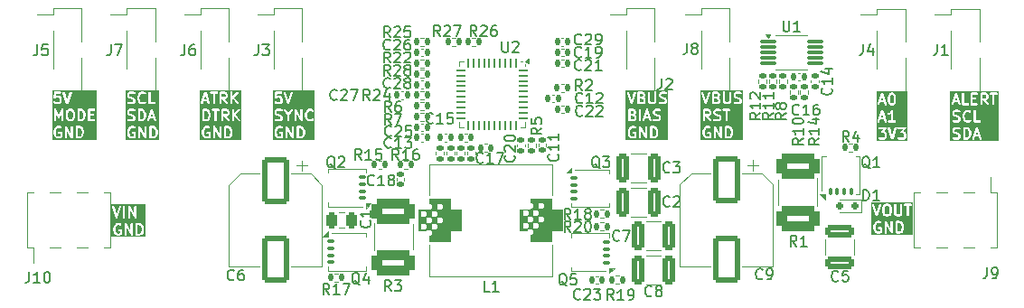
<source format=gto>
G04 #@! TF.GenerationSoftware,KiCad,Pcbnew,8.0.7*
G04 #@! TF.CreationDate,2025-05-18T15:53:11-04:00*
G04 #@! TF.ProjectId,protovolt,70726f74-6f76-46f6-9c74-2e6b69636164,rev?*
G04 #@! TF.SameCoordinates,Original*
G04 #@! TF.FileFunction,Legend,Top*
G04 #@! TF.FilePolarity,Positive*
%FSLAX46Y46*%
G04 Gerber Fmt 4.6, Leading zero omitted, Abs format (unit mm)*
G04 Created by KiCad (PCBNEW 8.0.7) date 2025-05-18 15:53:11*
%MOMM*%
%LPD*%
G01*
G04 APERTURE LIST*
G04 Aperture macros list*
%AMRoundRect*
0 Rectangle with rounded corners*
0 $1 Rounding radius*
0 $2 $3 $4 $5 $6 $7 $8 $9 X,Y pos of 4 corners*
0 Add a 4 corners polygon primitive as box body*
4,1,4,$2,$3,$4,$5,$6,$7,$8,$9,$2,$3,0*
0 Add four circle primitives for the rounded corners*
1,1,$1+$1,$2,$3*
1,1,$1+$1,$4,$5*
1,1,$1+$1,$6,$7*
1,1,$1+$1,$8,$9*
0 Add four rect primitives between the rounded corners*
20,1,$1+$1,$2,$3,$4,$5,0*
20,1,$1+$1,$4,$5,$6,$7,0*
20,1,$1+$1,$6,$7,$8,$9,0*
20,1,$1+$1,$8,$9,$2,$3,0*%
%AMFreePoly0*
4,1,17,1.395000,0.765000,0.855000,0.765000,0.855000,0.535000,1.395000,0.535000,1.395000,0.115000,0.855000,0.115000,0.855000,-0.115000,1.395000,-0.115000,1.395000,-0.535000,0.855000,-0.535000,0.855000,-0.765000,1.395000,-0.765000,1.395000,-1.185000,-0.855000,-1.185000,-0.855000,1.185000,1.395000,1.185000,1.395000,0.765000,1.395000,0.765000,$1*%
G04 Aperture macros list end*
%ADD10C,0.200000*%
%ADD11C,0.150000*%
%ADD12C,0.120000*%
%ADD13RoundRect,0.250000X0.325000X1.100000X-0.325000X1.100000X-0.325000X-1.100000X0.325000X-1.100000X0*%
%ADD14RoundRect,0.250000X-0.325000X-1.100000X0.325000X-1.100000X0.325000X1.100000X-0.325000X1.100000X0*%
%ADD15RoundRect,0.250000X0.250000X0.475000X-0.250000X0.475000X-0.250000X-0.475000X0.250000X-0.475000X0*%
%ADD16RoundRect,0.135000X0.135000X0.185000X-0.135000X0.185000X-0.135000X-0.185000X0.135000X-0.185000X0*%
%ADD17R,2.510000X1.000000*%
%ADD18RoundRect,0.140000X0.140000X0.170000X-0.140000X0.170000X-0.140000X-0.170000X0.140000X-0.170000X0*%
%ADD19RoundRect,0.135000X0.185000X-0.135000X0.185000X0.135000X-0.185000X0.135000X-0.185000X-0.135000X0*%
%ADD20RoundRect,0.135000X-0.135000X-0.185000X0.135000X-0.185000X0.135000X0.185000X-0.135000X0.185000X0*%
%ADD21R,1.000000X3.150000*%
%ADD22RoundRect,0.250000X-1.100000X0.325000X-1.100000X-0.325000X1.100000X-0.325000X1.100000X0.325000X0*%
%ADD23RoundRect,0.135000X-0.185000X0.135000X-0.185000X-0.135000X0.185000X-0.135000X0.185000X0.135000X0*%
%ADD24RoundRect,0.062500X-0.062500X0.350000X-0.062500X-0.350000X0.062500X-0.350000X0.062500X0.350000X0*%
%ADD25RoundRect,0.062500X-0.350000X0.062500X-0.350000X-0.062500X0.350000X-0.062500X0.350000X0.062500X0*%
%ADD26R,4.600000X4.600000*%
%ADD27C,0.600000*%
%ADD28RoundRect,1.025000X-1.025000X-1.025000X1.025000X-1.025000X1.025000X1.025000X-1.025000X1.025000X0*%
%ADD29RoundRect,0.140000X-0.140000X-0.170000X0.140000X-0.170000X0.140000X0.170000X-0.140000X0.170000X0*%
%ADD30RoundRect,0.075000X-0.650000X-0.075000X0.650000X-0.075000X0.650000X0.075000X-0.650000X0.075000X0*%
%ADD31RoundRect,0.105000X0.105000X-0.245000X0.105000X0.245000X-0.105000X0.245000X-0.105000X-0.245000X0*%
%ADD32FreePoly0,90.000000*%
%ADD33FreePoly0,180.000000*%
%ADD34RoundRect,0.105000X0.245000X0.105000X-0.245000X0.105000X-0.245000X-0.105000X0.245000X-0.105000X0*%
%ADD35FreePoly0,0.000000*%
%ADD36RoundRect,0.105000X-0.245000X-0.105000X0.245000X-0.105000X0.245000X0.105000X-0.245000X0.105000X0*%
%ADD37RoundRect,0.479593X-1.520407X0.695407X-1.520407X-0.695407X1.520407X-0.695407X1.520407X0.695407X0*%
%ADD38RoundRect,0.140000X0.170000X-0.140000X0.170000X0.140000X-0.170000X0.140000X-0.170000X-0.140000X0*%
%ADD39RoundRect,0.140000X-0.170000X0.140000X-0.170000X-0.140000X0.170000X-0.140000X0.170000X0.140000X0*%
%ADD40RoundRect,0.250000X-1.000000X1.950000X-1.000000X-1.950000X1.000000X-1.950000X1.000000X1.950000X0*%
%ADD41RoundRect,0.150000X-0.150000X-0.200000X0.150000X-0.200000X0.150000X0.200000X-0.150000X0.200000X0*%
%ADD42RoundRect,0.479593X1.520407X-0.695407X1.520407X0.695407X-1.520407X0.695407X-1.520407X-0.695407X0*%
G04 APERTURE END LIST*
D10*
G36*
X145444224Y-111402240D02*
G01*
X145511297Y-111469313D01*
X145546749Y-111540218D01*
X145588720Y-111708099D01*
X145588720Y-111826337D01*
X145546749Y-111994218D01*
X145511296Y-112065124D01*
X145444225Y-112132197D01*
X145339160Y-112167219D01*
X145217292Y-112167219D01*
X145217292Y-111367219D01*
X145339160Y-111367219D01*
X145444224Y-111402240D01*
G37*
G36*
X143396605Y-109792296D02*
G01*
X143463678Y-109859369D01*
X143499130Y-109930274D01*
X143541101Y-110098155D01*
X143541101Y-110216393D01*
X143499130Y-110384274D01*
X143463677Y-110455180D01*
X143396606Y-110522253D01*
X143291541Y-110557275D01*
X143169673Y-110557275D01*
X143169673Y-109757275D01*
X143291541Y-109757275D01*
X143396605Y-109792296D01*
G37*
G36*
X145248532Y-109787080D02*
G01*
X145273201Y-109811748D01*
X145303006Y-109871358D01*
X145303006Y-109967001D01*
X145273201Y-110026610D01*
X145248532Y-110051278D01*
X145188923Y-110081084D01*
X144931578Y-110081084D01*
X144931578Y-109757275D01*
X145188923Y-109757275D01*
X145248532Y-109787080D01*
G37*
G36*
X145105675Y-108177136D02*
G01*
X145130344Y-108201804D01*
X145160149Y-108261414D01*
X145160149Y-108357057D01*
X145130344Y-108416666D01*
X145105675Y-108441334D01*
X145046066Y-108471140D01*
X144788721Y-108471140D01*
X144788721Y-108147331D01*
X145046066Y-108147331D01*
X145105675Y-108177136D01*
G37*
G36*
X143359502Y-108661616D02*
G01*
X143160797Y-108661616D01*
X143260149Y-108363558D01*
X143359502Y-108661616D01*
G37*
G36*
X146613969Y-112478330D02*
G01*
X142716490Y-112478330D01*
X142716490Y-111695790D01*
X142922054Y-111695790D01*
X142922054Y-111838647D01*
X142922389Y-111842049D01*
X142922172Y-111843508D01*
X142923251Y-111850805D01*
X142923975Y-111858156D01*
X142924539Y-111859519D01*
X142925040Y-111862901D01*
X142972659Y-112053376D01*
X142973172Y-112054813D01*
X142973224Y-112055536D01*
X142976332Y-112063660D01*
X142979254Y-112071837D01*
X142979684Y-112072417D01*
X142980230Y-112073844D01*
X143027849Y-112169082D01*
X143033131Y-112177474D01*
X143034144Y-112179918D01*
X143036400Y-112182667D01*
X143038292Y-112185672D01*
X143040286Y-112187401D01*
X143046581Y-112195071D01*
X143141819Y-112290311D01*
X143156972Y-112302747D01*
X143160291Y-112304122D01*
X143163007Y-112306477D01*
X143180907Y-112314468D01*
X143323764Y-112362087D01*
X143333436Y-112364286D01*
X143335878Y-112365298D01*
X143339415Y-112365646D01*
X143342879Y-112366434D01*
X143345513Y-112366246D01*
X143355387Y-112367219D01*
X143450625Y-112367219D01*
X143460498Y-112366246D01*
X143463132Y-112366434D01*
X143466595Y-112365646D01*
X143470134Y-112365298D01*
X143472576Y-112364286D01*
X143482248Y-112362087D01*
X143625104Y-112314468D01*
X143643005Y-112306477D01*
X143645720Y-112304122D01*
X143649040Y-112302747D01*
X143664193Y-112290310D01*
X143711812Y-112242690D01*
X143724249Y-112227537D01*
X143739180Y-112191488D01*
X143741101Y-112171980D01*
X143741101Y-111838647D01*
X143739180Y-111819138D01*
X143724248Y-111783090D01*
X143696658Y-111755500D01*
X143660610Y-111740568D01*
X143641101Y-111738647D01*
X143450625Y-111738647D01*
X143431116Y-111740568D01*
X143395068Y-111755500D01*
X143367478Y-111783090D01*
X143352546Y-111819138D01*
X143352546Y-111858156D01*
X143367478Y-111894204D01*
X143395068Y-111921794D01*
X143431116Y-111936726D01*
X143450625Y-111938647D01*
X143541101Y-111938647D01*
X143541101Y-112130559D01*
X143539462Y-112132197D01*
X143434398Y-112167219D01*
X143371613Y-112167219D01*
X143266548Y-112132197D01*
X143199478Y-112065127D01*
X143164024Y-111994218D01*
X143122054Y-111826337D01*
X143122054Y-111708100D01*
X143164024Y-111540218D01*
X143199477Y-111469312D01*
X143266549Y-111402240D01*
X143371613Y-111367219D01*
X143474637Y-111367219D01*
X143548760Y-111404281D01*
X143567069Y-111411287D01*
X143605989Y-111414053D01*
X143643005Y-111401714D01*
X143672482Y-111376149D01*
X143689931Y-111341251D01*
X143692696Y-111302331D01*
X143680993Y-111267219D01*
X143969673Y-111267219D01*
X143969673Y-112267219D01*
X143971594Y-112286728D01*
X143986526Y-112322776D01*
X144014116Y-112350366D01*
X144050164Y-112365298D01*
X144089182Y-112365298D01*
X144125230Y-112350366D01*
X144152820Y-112322776D01*
X144167752Y-112286728D01*
X144169673Y-112267219D01*
X144169673Y-111643775D01*
X144554277Y-112316833D01*
X144557195Y-112320943D01*
X144557954Y-112322776D01*
X144559820Y-112324642D01*
X144565624Y-112332818D01*
X144576140Y-112340962D01*
X144585544Y-112350366D01*
X144591431Y-112352804D01*
X144596473Y-112356709D01*
X144609305Y-112360208D01*
X144621592Y-112365298D01*
X144627968Y-112365298D01*
X144634117Y-112366975D01*
X144647310Y-112365298D01*
X144660610Y-112365298D01*
X144666498Y-112362858D01*
X144672823Y-112362055D01*
X144684372Y-112355454D01*
X144696658Y-112350366D01*
X144701165Y-112345858D01*
X144706700Y-112342696D01*
X144714844Y-112332179D01*
X144724248Y-112322776D01*
X144726686Y-112316888D01*
X144730591Y-112311847D01*
X144734090Y-112299014D01*
X144739180Y-112286728D01*
X144740162Y-112276750D01*
X144740857Y-112274204D01*
X144740606Y-112272236D01*
X144741101Y-112267219D01*
X144741101Y-111267219D01*
X145017292Y-111267219D01*
X145017292Y-112267219D01*
X145019213Y-112286728D01*
X145034145Y-112322776D01*
X145061735Y-112350366D01*
X145097783Y-112365298D01*
X145117292Y-112367219D01*
X145355387Y-112367219D01*
X145365260Y-112366246D01*
X145367894Y-112366434D01*
X145371357Y-112365646D01*
X145374896Y-112365298D01*
X145377338Y-112364286D01*
X145387010Y-112362087D01*
X145529866Y-112314468D01*
X145547767Y-112306477D01*
X145550482Y-112304122D01*
X145553802Y-112302747D01*
X145568955Y-112290310D01*
X145664193Y-112195071D01*
X145670485Y-112187404D01*
X145672482Y-112185673D01*
X145674375Y-112182665D01*
X145676630Y-112179918D01*
X145677641Y-112177476D01*
X145682925Y-112169082D01*
X145730544Y-112073845D01*
X145731090Y-112072416D01*
X145731520Y-112071837D01*
X145734441Y-112063660D01*
X145737550Y-112055536D01*
X145737601Y-112054815D01*
X145738115Y-112053377D01*
X145785734Y-111862901D01*
X145786234Y-111859519D01*
X145786799Y-111858156D01*
X145787522Y-111850805D01*
X145788602Y-111843508D01*
X145788384Y-111842049D01*
X145788720Y-111838647D01*
X145788720Y-111695790D01*
X145788384Y-111692387D01*
X145788602Y-111690929D01*
X145787522Y-111683631D01*
X145786799Y-111676281D01*
X145786234Y-111674917D01*
X145785734Y-111671536D01*
X145738115Y-111481060D01*
X145737601Y-111479621D01*
X145737550Y-111478901D01*
X145734441Y-111470776D01*
X145731520Y-111462600D01*
X145731090Y-111462020D01*
X145730544Y-111460592D01*
X145682925Y-111365355D01*
X145677638Y-111356956D01*
X145676629Y-111354519D01*
X145674377Y-111351775D01*
X145672482Y-111348764D01*
X145670484Y-111347031D01*
X145664193Y-111339365D01*
X145568955Y-111244127D01*
X145553801Y-111231691D01*
X145550482Y-111230316D01*
X145547767Y-111227961D01*
X145529866Y-111219970D01*
X145387010Y-111172351D01*
X145377338Y-111170151D01*
X145374896Y-111169140D01*
X145371357Y-111168791D01*
X145367894Y-111168004D01*
X145365260Y-111168191D01*
X145355387Y-111167219D01*
X145117292Y-111167219D01*
X145097783Y-111169140D01*
X145061735Y-111184072D01*
X145034145Y-111211662D01*
X145019213Y-111247710D01*
X145017292Y-111267219D01*
X144741101Y-111267219D01*
X144739180Y-111247710D01*
X144724248Y-111211662D01*
X144696658Y-111184072D01*
X144660610Y-111169140D01*
X144621592Y-111169140D01*
X144585544Y-111184072D01*
X144557954Y-111211662D01*
X144543022Y-111247710D01*
X144541101Y-111267219D01*
X144541101Y-111890662D01*
X144156497Y-111217605D01*
X144153578Y-111213494D01*
X144152820Y-111211662D01*
X144150953Y-111209795D01*
X144145150Y-111201620D01*
X144134635Y-111193477D01*
X144125230Y-111184072D01*
X144119339Y-111181632D01*
X144114301Y-111177730D01*
X144101472Y-111174231D01*
X144089182Y-111169140D01*
X144082807Y-111169140D01*
X144076658Y-111167463D01*
X144063465Y-111169140D01*
X144050164Y-111169140D01*
X144044275Y-111171579D01*
X144037951Y-111172383D01*
X144026401Y-111178983D01*
X144014116Y-111184072D01*
X144009608Y-111188579D01*
X144004074Y-111191742D01*
X143995931Y-111202256D01*
X143986526Y-111211662D01*
X143984086Y-111217552D01*
X143980184Y-111222591D01*
X143976685Y-111235419D01*
X143971594Y-111247710D01*
X143970611Y-111257687D01*
X143969917Y-111260234D01*
X143970167Y-111262201D01*
X143969673Y-111267219D01*
X143680993Y-111267219D01*
X143680358Y-111265315D01*
X143654793Y-111235838D01*
X143638203Y-111225395D01*
X143542965Y-111177776D01*
X143524657Y-111170770D01*
X143521073Y-111170515D01*
X143517753Y-111169140D01*
X143498244Y-111167219D01*
X143355387Y-111167219D01*
X143345513Y-111168191D01*
X143342879Y-111168004D01*
X143339415Y-111168791D01*
X143335878Y-111169140D01*
X143333436Y-111170151D01*
X143323764Y-111172351D01*
X143180907Y-111219970D01*
X143163007Y-111227961D01*
X143160291Y-111230316D01*
X143156973Y-111231691D01*
X143141819Y-111244127D01*
X143046581Y-111339365D01*
X143040286Y-111347035D01*
X143038292Y-111348765D01*
X143036398Y-111351772D01*
X143034145Y-111354519D01*
X143033134Y-111356958D01*
X143027849Y-111365355D01*
X142980230Y-111460593D01*
X142979684Y-111462019D01*
X142979254Y-111462600D01*
X142976332Y-111470776D01*
X142973224Y-111478901D01*
X142973172Y-111479623D01*
X142972659Y-111481061D01*
X142925040Y-111671536D01*
X142924539Y-111674917D01*
X142923975Y-111676281D01*
X142923251Y-111683631D01*
X142922172Y-111690929D01*
X142922389Y-111692387D01*
X142922054Y-111695790D01*
X142716490Y-111695790D01*
X142716490Y-109657275D01*
X142969673Y-109657275D01*
X142969673Y-110657275D01*
X142971594Y-110676784D01*
X142986526Y-110712832D01*
X143014116Y-110740422D01*
X143050164Y-110755354D01*
X143069673Y-110757275D01*
X143307768Y-110757275D01*
X143317641Y-110756302D01*
X143320275Y-110756490D01*
X143323738Y-110755702D01*
X143327277Y-110755354D01*
X143329719Y-110754342D01*
X143339391Y-110752143D01*
X143482247Y-110704524D01*
X143500148Y-110696533D01*
X143502863Y-110694178D01*
X143506183Y-110692803D01*
X143521336Y-110680366D01*
X143616574Y-110585127D01*
X143622866Y-110577460D01*
X143624863Y-110575729D01*
X143626756Y-110572721D01*
X143629011Y-110569974D01*
X143630022Y-110567532D01*
X143635306Y-110559138D01*
X143682925Y-110463901D01*
X143683471Y-110462472D01*
X143683901Y-110461893D01*
X143686822Y-110453716D01*
X143689931Y-110445592D01*
X143689982Y-110444871D01*
X143690496Y-110443433D01*
X143738115Y-110252957D01*
X143738615Y-110249575D01*
X143739180Y-110248212D01*
X143739903Y-110240861D01*
X143740983Y-110233564D01*
X143740765Y-110232105D01*
X143741101Y-110228703D01*
X143741101Y-110085846D01*
X143740765Y-110082443D01*
X143740983Y-110080985D01*
X143739903Y-110073687D01*
X143739180Y-110066337D01*
X143738615Y-110064973D01*
X143738115Y-110061592D01*
X143690496Y-109871116D01*
X143689982Y-109869677D01*
X143689931Y-109868957D01*
X143686822Y-109860832D01*
X143683901Y-109852656D01*
X143683471Y-109852076D01*
X143682925Y-109850648D01*
X143635306Y-109755411D01*
X143630019Y-109747012D01*
X143629010Y-109744575D01*
X143626758Y-109741831D01*
X143624863Y-109738820D01*
X143622865Y-109737087D01*
X143616574Y-109729421D01*
X143524919Y-109637766D01*
X143828737Y-109637766D01*
X143828737Y-109676784D01*
X143843669Y-109712832D01*
X143871259Y-109740422D01*
X143907307Y-109755354D01*
X143926816Y-109757275D01*
X144112530Y-109757275D01*
X144112530Y-110657275D01*
X144114451Y-110676784D01*
X144129383Y-110712832D01*
X144156973Y-110740422D01*
X144193021Y-110755354D01*
X144232039Y-110755354D01*
X144268087Y-110740422D01*
X144295677Y-110712832D01*
X144310609Y-110676784D01*
X144312530Y-110657275D01*
X144312530Y-109757275D01*
X144498244Y-109757275D01*
X144517753Y-109755354D01*
X144553801Y-109740422D01*
X144581391Y-109712832D01*
X144596323Y-109676784D01*
X144596323Y-109657275D01*
X144731578Y-109657275D01*
X144731578Y-110657275D01*
X144733499Y-110676784D01*
X144748431Y-110712832D01*
X144776021Y-110740422D01*
X144812069Y-110755354D01*
X144851087Y-110755354D01*
X144887135Y-110740422D01*
X144914725Y-110712832D01*
X144929657Y-110676784D01*
X144931578Y-110657275D01*
X144931578Y-110281084D01*
X145017608Y-110281084D01*
X145321083Y-110714621D01*
X145333844Y-110729502D01*
X145366749Y-110750471D01*
X145405174Y-110757252D01*
X145443268Y-110748812D01*
X145475233Y-110726437D01*
X145496202Y-110693532D01*
X145502983Y-110655108D01*
X145494543Y-110617013D01*
X145484929Y-110599929D01*
X145254961Y-110271403D01*
X145257251Y-110270527D01*
X145352489Y-110222908D01*
X145360885Y-110217622D01*
X145363325Y-110216612D01*
X145366071Y-110214358D01*
X145369079Y-110212465D01*
X145370808Y-110210470D01*
X145378479Y-110204176D01*
X145426097Y-110156557D01*
X145432389Y-110148890D01*
X145434387Y-110147158D01*
X145436280Y-110144149D01*
X145438534Y-110141404D01*
X145439544Y-110138963D01*
X145444830Y-110130567D01*
X145492449Y-110035330D01*
X145499455Y-110017021D01*
X145499709Y-110013437D01*
X145501085Y-110010117D01*
X145503006Y-109990608D01*
X145503006Y-109847751D01*
X145501085Y-109828242D01*
X145499709Y-109824921D01*
X145499455Y-109821338D01*
X145492449Y-109803029D01*
X145444830Y-109707792D01*
X145439544Y-109699395D01*
X145438534Y-109696955D01*
X145436280Y-109694209D01*
X145434387Y-109691201D01*
X145432389Y-109689468D01*
X145426097Y-109681802D01*
X145401571Y-109657275D01*
X145731578Y-109657275D01*
X145731578Y-110657275D01*
X145733499Y-110676784D01*
X145748431Y-110712832D01*
X145776021Y-110740422D01*
X145812069Y-110755354D01*
X145851087Y-110755354D01*
X145887135Y-110740422D01*
X145914725Y-110712832D01*
X145929657Y-110676784D01*
X145931578Y-110657275D01*
X145931578Y-110270125D01*
X145963615Y-110238087D01*
X146323006Y-110717275D01*
X146336248Y-110731730D01*
X146369823Y-110751609D01*
X146408449Y-110757127D01*
X146446246Y-110747444D01*
X146477461Y-110724033D01*
X146497340Y-110690459D01*
X146502858Y-110651833D01*
X146493175Y-110614035D01*
X146483006Y-110597275D01*
X146106472Y-110095230D01*
X146473717Y-109727986D01*
X146486153Y-109712833D01*
X146501084Y-109676784D01*
X146501084Y-109637766D01*
X146486153Y-109601718D01*
X146458563Y-109574128D01*
X146422515Y-109559197D01*
X146383497Y-109559197D01*
X146347448Y-109574128D01*
X146332295Y-109586564D01*
X145931578Y-109987281D01*
X145931578Y-109657275D01*
X145929657Y-109637766D01*
X145914725Y-109601718D01*
X145887135Y-109574128D01*
X145851087Y-109559196D01*
X145812069Y-109559196D01*
X145776021Y-109574128D01*
X145748431Y-109601718D01*
X145733499Y-109637766D01*
X145731578Y-109657275D01*
X145401571Y-109657275D01*
X145378479Y-109634183D01*
X145370808Y-109627888D01*
X145369079Y-109625894D01*
X145366071Y-109624000D01*
X145363325Y-109621747D01*
X145360885Y-109620736D01*
X145352489Y-109615451D01*
X145257251Y-109567832D01*
X145238943Y-109560826D01*
X145235359Y-109560571D01*
X145232039Y-109559196D01*
X145212530Y-109557275D01*
X144831578Y-109557275D01*
X144812069Y-109559196D01*
X144776021Y-109574128D01*
X144748431Y-109601718D01*
X144733499Y-109637766D01*
X144731578Y-109657275D01*
X144596323Y-109657275D01*
X144596323Y-109637766D01*
X144581391Y-109601718D01*
X144553801Y-109574128D01*
X144517753Y-109559196D01*
X144498244Y-109557275D01*
X143926816Y-109557275D01*
X143907307Y-109559196D01*
X143871259Y-109574128D01*
X143843669Y-109601718D01*
X143828737Y-109637766D01*
X143524919Y-109637766D01*
X143521336Y-109634183D01*
X143506182Y-109621747D01*
X143502863Y-109620372D01*
X143500148Y-109618017D01*
X143482247Y-109610026D01*
X143339391Y-109562407D01*
X143329719Y-109560207D01*
X143327277Y-109559196D01*
X143323738Y-109558847D01*
X143320275Y-109558060D01*
X143317641Y-109558247D01*
X143307768Y-109557275D01*
X143069673Y-109557275D01*
X143050164Y-109559196D01*
X143014116Y-109574128D01*
X142986526Y-109601718D01*
X142971594Y-109637766D01*
X142969673Y-109657275D01*
X142716490Y-109657275D01*
X142716490Y-109034824D01*
X142827601Y-109034824D01*
X142830367Y-109073744D01*
X142847817Y-109108643D01*
X142877293Y-109134208D01*
X142914309Y-109146546D01*
X142953229Y-109143780D01*
X142988128Y-109126330D01*
X143013693Y-109096854D01*
X143021684Y-109078954D01*
X143094130Y-108861616D01*
X143426168Y-108861616D01*
X143498614Y-109078953D01*
X143506605Y-109096854D01*
X143532170Y-109126330D01*
X143567069Y-109143779D01*
X143605989Y-109146546D01*
X143643005Y-109134207D01*
X143672481Y-109108642D01*
X143689931Y-109073743D01*
X143692697Y-109034823D01*
X143688350Y-109015708D01*
X143359055Y-108027822D01*
X143685880Y-108027822D01*
X143685880Y-108066840D01*
X143700812Y-108102888D01*
X143728402Y-108130478D01*
X143764450Y-108145410D01*
X143783959Y-108147331D01*
X143969673Y-108147331D01*
X143969673Y-109047331D01*
X143971594Y-109066840D01*
X143986526Y-109102888D01*
X144014116Y-109130478D01*
X144050164Y-109145410D01*
X144089182Y-109145410D01*
X144125230Y-109130478D01*
X144152820Y-109102888D01*
X144167752Y-109066840D01*
X144169673Y-109047331D01*
X144169673Y-108147331D01*
X144355387Y-108147331D01*
X144374896Y-108145410D01*
X144410944Y-108130478D01*
X144438534Y-108102888D01*
X144453466Y-108066840D01*
X144453466Y-108047331D01*
X144588721Y-108047331D01*
X144588721Y-109047331D01*
X144590642Y-109066840D01*
X144605574Y-109102888D01*
X144633164Y-109130478D01*
X144669212Y-109145410D01*
X144708230Y-109145410D01*
X144744278Y-109130478D01*
X144771868Y-109102888D01*
X144786800Y-109066840D01*
X144788721Y-109047331D01*
X144788721Y-108671140D01*
X144874751Y-108671140D01*
X145178226Y-109104677D01*
X145190987Y-109119558D01*
X145223892Y-109140527D01*
X145262317Y-109147308D01*
X145300411Y-109138868D01*
X145332376Y-109116493D01*
X145353345Y-109083588D01*
X145360126Y-109045164D01*
X145351686Y-109007069D01*
X145342072Y-108989985D01*
X145112104Y-108661459D01*
X145114394Y-108660583D01*
X145209632Y-108612964D01*
X145218028Y-108607678D01*
X145220468Y-108606668D01*
X145223214Y-108604414D01*
X145226222Y-108602521D01*
X145227951Y-108600526D01*
X145235622Y-108594232D01*
X145283240Y-108546613D01*
X145289532Y-108538946D01*
X145291530Y-108537214D01*
X145293423Y-108534205D01*
X145295677Y-108531460D01*
X145296687Y-108529019D01*
X145301973Y-108520623D01*
X145349592Y-108425386D01*
X145356598Y-108407077D01*
X145356852Y-108403493D01*
X145358228Y-108400173D01*
X145360149Y-108380664D01*
X145360149Y-108237807D01*
X145358228Y-108218298D01*
X145356852Y-108214977D01*
X145356598Y-108211394D01*
X145349592Y-108193085D01*
X145301973Y-108097848D01*
X145296687Y-108089451D01*
X145295677Y-108087011D01*
X145293423Y-108084265D01*
X145291530Y-108081257D01*
X145289532Y-108079524D01*
X145283240Y-108071858D01*
X145258714Y-108047331D01*
X145588721Y-108047331D01*
X145588721Y-109047331D01*
X145590642Y-109066840D01*
X145605574Y-109102888D01*
X145633164Y-109130478D01*
X145669212Y-109145410D01*
X145708230Y-109145410D01*
X145744278Y-109130478D01*
X145771868Y-109102888D01*
X145786800Y-109066840D01*
X145788721Y-109047331D01*
X145788721Y-108660181D01*
X145820758Y-108628143D01*
X146180149Y-109107331D01*
X146193391Y-109121786D01*
X146226966Y-109141665D01*
X146265592Y-109147183D01*
X146303389Y-109137500D01*
X146334604Y-109114089D01*
X146354483Y-109080515D01*
X146360001Y-109041889D01*
X146350318Y-109004091D01*
X146340149Y-108987331D01*
X145963615Y-108485286D01*
X146330860Y-108118042D01*
X146343296Y-108102889D01*
X146358227Y-108066840D01*
X146358227Y-108027822D01*
X146343296Y-107991774D01*
X146315706Y-107964184D01*
X146279658Y-107949253D01*
X146240640Y-107949253D01*
X146204591Y-107964184D01*
X146189438Y-107976620D01*
X145788721Y-108377337D01*
X145788721Y-108047331D01*
X145786800Y-108027822D01*
X145771868Y-107991774D01*
X145744278Y-107964184D01*
X145708230Y-107949252D01*
X145669212Y-107949252D01*
X145633164Y-107964184D01*
X145605574Y-107991774D01*
X145590642Y-108027822D01*
X145588721Y-108047331D01*
X145258714Y-108047331D01*
X145235622Y-108024239D01*
X145227951Y-108017944D01*
X145226222Y-108015950D01*
X145223214Y-108014056D01*
X145220468Y-108011803D01*
X145218028Y-108010792D01*
X145209632Y-108005507D01*
X145114394Y-107957888D01*
X145096086Y-107950882D01*
X145092502Y-107950627D01*
X145089182Y-107949252D01*
X145069673Y-107947331D01*
X144688721Y-107947331D01*
X144669212Y-107949252D01*
X144633164Y-107964184D01*
X144605574Y-107991774D01*
X144590642Y-108027822D01*
X144588721Y-108047331D01*
X144453466Y-108047331D01*
X144453466Y-108027822D01*
X144438534Y-107991774D01*
X144410944Y-107964184D01*
X144374896Y-107949252D01*
X144355387Y-107947331D01*
X143783959Y-107947331D01*
X143764450Y-107949252D01*
X143728402Y-107964184D01*
X143700812Y-107991774D01*
X143685880Y-108027822D01*
X143359055Y-108027822D01*
X143355017Y-108015708D01*
X143347026Y-107997808D01*
X143342341Y-107992406D01*
X143339148Y-107986020D01*
X143329679Y-107977807D01*
X143321461Y-107968332D01*
X143315069Y-107965135D01*
X143309672Y-107960455D01*
X143297778Y-107956490D01*
X143286562Y-107950882D01*
X143279434Y-107950375D01*
X143272656Y-107948116D01*
X143260151Y-107949005D01*
X143247642Y-107948116D01*
X143240860Y-107950376D01*
X143233736Y-107950883D01*
X143222527Y-107956486D01*
X143210626Y-107960454D01*
X143205225Y-107965137D01*
X143198837Y-107968332D01*
X143190621Y-107977803D01*
X143181150Y-107986019D01*
X143177955Y-107992408D01*
X143173272Y-107997808D01*
X143165281Y-108015709D01*
X142831948Y-109015708D01*
X142827601Y-109034824D01*
X142716490Y-109034824D01*
X142716490Y-107836220D01*
X146613969Y-107836220D01*
X146613969Y-112478330D01*
G37*
G36*
X208344224Y-120302240D02*
G01*
X208411297Y-120369313D01*
X208446749Y-120440218D01*
X208488720Y-120608099D01*
X208488720Y-120726337D01*
X208446749Y-120894218D01*
X208411296Y-120965124D01*
X208344225Y-121032197D01*
X208239160Y-121067219D01*
X208117292Y-121067219D01*
X208117292Y-120267219D01*
X208239160Y-120267219D01*
X208344224Y-120302240D01*
G37*
G36*
X207243769Y-118687079D02*
G01*
X207307948Y-118751258D01*
X207345863Y-118902917D01*
X207345863Y-119211631D01*
X207307947Y-119363291D01*
X207243771Y-119427469D01*
X207184161Y-119457275D01*
X207040899Y-119457275D01*
X206981289Y-119427470D01*
X206917112Y-119363292D01*
X206879197Y-119211631D01*
X206879197Y-118902918D01*
X206917112Y-118751258D01*
X206981291Y-118687079D01*
X207040899Y-118657275D01*
X207184161Y-118657275D01*
X207243769Y-118687079D01*
G37*
G36*
X209559815Y-121378330D02*
G01*
X205616490Y-121378330D01*
X205616490Y-120595790D01*
X205822054Y-120595790D01*
X205822054Y-120738647D01*
X205822389Y-120742049D01*
X205822172Y-120743508D01*
X205823251Y-120750805D01*
X205823975Y-120758156D01*
X205824539Y-120759519D01*
X205825040Y-120762901D01*
X205872659Y-120953376D01*
X205873172Y-120954813D01*
X205873224Y-120955536D01*
X205876332Y-120963660D01*
X205879254Y-120971837D01*
X205879684Y-120972417D01*
X205880230Y-120973844D01*
X205927849Y-121069082D01*
X205933131Y-121077474D01*
X205934144Y-121079918D01*
X205936400Y-121082667D01*
X205938292Y-121085672D01*
X205940286Y-121087401D01*
X205946581Y-121095071D01*
X206041819Y-121190311D01*
X206056972Y-121202747D01*
X206060291Y-121204122D01*
X206063007Y-121206477D01*
X206080907Y-121214468D01*
X206223764Y-121262087D01*
X206233436Y-121264286D01*
X206235878Y-121265298D01*
X206239415Y-121265646D01*
X206242879Y-121266434D01*
X206245513Y-121266246D01*
X206255387Y-121267219D01*
X206350625Y-121267219D01*
X206360498Y-121266246D01*
X206363132Y-121266434D01*
X206366595Y-121265646D01*
X206370134Y-121265298D01*
X206372576Y-121264286D01*
X206382248Y-121262087D01*
X206525104Y-121214468D01*
X206543005Y-121206477D01*
X206545720Y-121204122D01*
X206549040Y-121202747D01*
X206564193Y-121190310D01*
X206611812Y-121142690D01*
X206624249Y-121127537D01*
X206639180Y-121091488D01*
X206641101Y-121071980D01*
X206641101Y-120738647D01*
X206639180Y-120719138D01*
X206624248Y-120683090D01*
X206596658Y-120655500D01*
X206560610Y-120640568D01*
X206541101Y-120638647D01*
X206350625Y-120638647D01*
X206331116Y-120640568D01*
X206295068Y-120655500D01*
X206267478Y-120683090D01*
X206252546Y-120719138D01*
X206252546Y-120758156D01*
X206267478Y-120794204D01*
X206295068Y-120821794D01*
X206331116Y-120836726D01*
X206350625Y-120838647D01*
X206441101Y-120838647D01*
X206441101Y-121030559D01*
X206439462Y-121032197D01*
X206334398Y-121067219D01*
X206271613Y-121067219D01*
X206166548Y-121032197D01*
X206099478Y-120965127D01*
X206064024Y-120894218D01*
X206022054Y-120726337D01*
X206022054Y-120608100D01*
X206064024Y-120440218D01*
X206099477Y-120369312D01*
X206166549Y-120302240D01*
X206271613Y-120267219D01*
X206374637Y-120267219D01*
X206448760Y-120304281D01*
X206467069Y-120311287D01*
X206505989Y-120314053D01*
X206543005Y-120301714D01*
X206572482Y-120276149D01*
X206589931Y-120241251D01*
X206592696Y-120202331D01*
X206580993Y-120167219D01*
X206869673Y-120167219D01*
X206869673Y-121167219D01*
X206871594Y-121186728D01*
X206886526Y-121222776D01*
X206914116Y-121250366D01*
X206950164Y-121265298D01*
X206989182Y-121265298D01*
X207025230Y-121250366D01*
X207052820Y-121222776D01*
X207067752Y-121186728D01*
X207069673Y-121167219D01*
X207069673Y-120543775D01*
X207454277Y-121216833D01*
X207457195Y-121220943D01*
X207457954Y-121222776D01*
X207459820Y-121224642D01*
X207465624Y-121232818D01*
X207476140Y-121240962D01*
X207485544Y-121250366D01*
X207491431Y-121252804D01*
X207496473Y-121256709D01*
X207509305Y-121260208D01*
X207521592Y-121265298D01*
X207527968Y-121265298D01*
X207534117Y-121266975D01*
X207547310Y-121265298D01*
X207560610Y-121265298D01*
X207566498Y-121262858D01*
X207572823Y-121262055D01*
X207584372Y-121255454D01*
X207596658Y-121250366D01*
X207601165Y-121245858D01*
X207606700Y-121242696D01*
X207614844Y-121232179D01*
X207624248Y-121222776D01*
X207626686Y-121216888D01*
X207630591Y-121211847D01*
X207634090Y-121199014D01*
X207639180Y-121186728D01*
X207640162Y-121176750D01*
X207640857Y-121174204D01*
X207640606Y-121172236D01*
X207641101Y-121167219D01*
X207641101Y-120167219D01*
X207917292Y-120167219D01*
X207917292Y-121167219D01*
X207919213Y-121186728D01*
X207934145Y-121222776D01*
X207961735Y-121250366D01*
X207997783Y-121265298D01*
X208017292Y-121267219D01*
X208255387Y-121267219D01*
X208265260Y-121266246D01*
X208267894Y-121266434D01*
X208271357Y-121265646D01*
X208274896Y-121265298D01*
X208277338Y-121264286D01*
X208287010Y-121262087D01*
X208429866Y-121214468D01*
X208447767Y-121206477D01*
X208450482Y-121204122D01*
X208453802Y-121202747D01*
X208468955Y-121190310D01*
X208564193Y-121095071D01*
X208570485Y-121087404D01*
X208572482Y-121085673D01*
X208574375Y-121082665D01*
X208576630Y-121079918D01*
X208577641Y-121077476D01*
X208582925Y-121069082D01*
X208630544Y-120973845D01*
X208631090Y-120972416D01*
X208631520Y-120971837D01*
X208634441Y-120963660D01*
X208637550Y-120955536D01*
X208637601Y-120954815D01*
X208638115Y-120953377D01*
X208685734Y-120762901D01*
X208686234Y-120759519D01*
X208686799Y-120758156D01*
X208687522Y-120750805D01*
X208688602Y-120743508D01*
X208688384Y-120742049D01*
X208688720Y-120738647D01*
X208688720Y-120595790D01*
X208688384Y-120592387D01*
X208688602Y-120590929D01*
X208687522Y-120583631D01*
X208686799Y-120576281D01*
X208686234Y-120574917D01*
X208685734Y-120571536D01*
X208638115Y-120381060D01*
X208637601Y-120379621D01*
X208637550Y-120378901D01*
X208634441Y-120370776D01*
X208631520Y-120362600D01*
X208631090Y-120362020D01*
X208630544Y-120360592D01*
X208582925Y-120265355D01*
X208577638Y-120256956D01*
X208576629Y-120254519D01*
X208574377Y-120251775D01*
X208572482Y-120248764D01*
X208570484Y-120247031D01*
X208564193Y-120239365D01*
X208468955Y-120144127D01*
X208453801Y-120131691D01*
X208450482Y-120130316D01*
X208447767Y-120127961D01*
X208429866Y-120119970D01*
X208287010Y-120072351D01*
X208277338Y-120070151D01*
X208274896Y-120069140D01*
X208271357Y-120068791D01*
X208267894Y-120068004D01*
X208265260Y-120068191D01*
X208255387Y-120067219D01*
X208017292Y-120067219D01*
X207997783Y-120069140D01*
X207961735Y-120084072D01*
X207934145Y-120111662D01*
X207919213Y-120147710D01*
X207917292Y-120167219D01*
X207641101Y-120167219D01*
X207639180Y-120147710D01*
X207624248Y-120111662D01*
X207596658Y-120084072D01*
X207560610Y-120069140D01*
X207521592Y-120069140D01*
X207485544Y-120084072D01*
X207457954Y-120111662D01*
X207443022Y-120147710D01*
X207441101Y-120167219D01*
X207441101Y-120790662D01*
X207056497Y-120117605D01*
X207053578Y-120113494D01*
X207052820Y-120111662D01*
X207050953Y-120109795D01*
X207045150Y-120101620D01*
X207034635Y-120093477D01*
X207025230Y-120084072D01*
X207019339Y-120081632D01*
X207014301Y-120077730D01*
X207001472Y-120074231D01*
X206989182Y-120069140D01*
X206982807Y-120069140D01*
X206976658Y-120067463D01*
X206963465Y-120069140D01*
X206950164Y-120069140D01*
X206944275Y-120071579D01*
X206937951Y-120072383D01*
X206926401Y-120078983D01*
X206914116Y-120084072D01*
X206909608Y-120088579D01*
X206904074Y-120091742D01*
X206895931Y-120102256D01*
X206886526Y-120111662D01*
X206884086Y-120117552D01*
X206880184Y-120122591D01*
X206876685Y-120135419D01*
X206871594Y-120147710D01*
X206870611Y-120157687D01*
X206869917Y-120160234D01*
X206870167Y-120162201D01*
X206869673Y-120167219D01*
X206580993Y-120167219D01*
X206580358Y-120165315D01*
X206554793Y-120135838D01*
X206538203Y-120125395D01*
X206442965Y-120077776D01*
X206424657Y-120070770D01*
X206421073Y-120070515D01*
X206417753Y-120069140D01*
X206398244Y-120067219D01*
X206255387Y-120067219D01*
X206245513Y-120068191D01*
X206242879Y-120068004D01*
X206239415Y-120068791D01*
X206235878Y-120069140D01*
X206233436Y-120070151D01*
X206223764Y-120072351D01*
X206080907Y-120119970D01*
X206063007Y-120127961D01*
X206060291Y-120130316D01*
X206056973Y-120131691D01*
X206041819Y-120144127D01*
X205946581Y-120239365D01*
X205940286Y-120247035D01*
X205938292Y-120248765D01*
X205936398Y-120251772D01*
X205934145Y-120254519D01*
X205933134Y-120256958D01*
X205927849Y-120265355D01*
X205880230Y-120360593D01*
X205879684Y-120362019D01*
X205879254Y-120362600D01*
X205876332Y-120370776D01*
X205873224Y-120378901D01*
X205873172Y-120379623D01*
X205872659Y-120381061D01*
X205825040Y-120571536D01*
X205824539Y-120574917D01*
X205823975Y-120576281D01*
X205823251Y-120583631D01*
X205822172Y-120590929D01*
X205822389Y-120592387D01*
X205822054Y-120595790D01*
X205616490Y-120595790D01*
X205616490Y-118569782D01*
X205727601Y-118569782D01*
X205731948Y-118588898D01*
X206065281Y-119588897D01*
X206073272Y-119606798D01*
X206077955Y-119612197D01*
X206081150Y-119618587D01*
X206090621Y-119626802D01*
X206098837Y-119636274D01*
X206105225Y-119639468D01*
X206110626Y-119644152D01*
X206122527Y-119648119D01*
X206133736Y-119653723D01*
X206140860Y-119654229D01*
X206147642Y-119656490D01*
X206160151Y-119655600D01*
X206172656Y-119656490D01*
X206179434Y-119654230D01*
X206186562Y-119653724D01*
X206197778Y-119648115D01*
X206209672Y-119644151D01*
X206215069Y-119639470D01*
X206221461Y-119636274D01*
X206229679Y-119626798D01*
X206239148Y-119618586D01*
X206242341Y-119612199D01*
X206247026Y-119606798D01*
X206255017Y-119588898D01*
X206487780Y-118890608D01*
X206679197Y-118890608D01*
X206679197Y-119223941D01*
X206679532Y-119227343D01*
X206679315Y-119228802D01*
X206680394Y-119236099D01*
X206681118Y-119243450D01*
X206681682Y-119244813D01*
X206682183Y-119248195D01*
X206729802Y-119438670D01*
X206736397Y-119457131D01*
X206740822Y-119463103D01*
X206743668Y-119469974D01*
X206756105Y-119485127D01*
X206851343Y-119580367D01*
X206859011Y-119586660D01*
X206860742Y-119588656D01*
X206863749Y-119590549D01*
X206866496Y-119592803D01*
X206868936Y-119593813D01*
X206877333Y-119599099D01*
X206972570Y-119646718D01*
X206990879Y-119653724D01*
X206994462Y-119653978D01*
X206997783Y-119655354D01*
X207017292Y-119657275D01*
X207207768Y-119657275D01*
X207227277Y-119655354D01*
X207230597Y-119653978D01*
X207234181Y-119653724D01*
X207252489Y-119646718D01*
X207347727Y-119599099D01*
X207356122Y-119593814D01*
X207358564Y-119592803D01*
X207361311Y-119590547D01*
X207364317Y-119588656D01*
X207366047Y-119586661D01*
X207373717Y-119580366D01*
X207468955Y-119485127D01*
X207481392Y-119469974D01*
X207484237Y-119463103D01*
X207488663Y-119457131D01*
X207495258Y-119438671D01*
X207542877Y-119248195D01*
X207543377Y-119244813D01*
X207543942Y-119243450D01*
X207544665Y-119236099D01*
X207545745Y-119228802D01*
X207545527Y-119227343D01*
X207545863Y-119223941D01*
X207545863Y-118890608D01*
X207545527Y-118887205D01*
X207545745Y-118885747D01*
X207544665Y-118878449D01*
X207543942Y-118871099D01*
X207543377Y-118869735D01*
X207542877Y-118866354D01*
X207495258Y-118675878D01*
X207488663Y-118657418D01*
X207484236Y-118651443D01*
X207481391Y-118644575D01*
X207468955Y-118629421D01*
X207396809Y-118557275D01*
X207774435Y-118557275D01*
X207774435Y-119366798D01*
X207776356Y-119386307D01*
X207777731Y-119389627D01*
X207777986Y-119393211D01*
X207784992Y-119411519D01*
X207832611Y-119506757D01*
X207837894Y-119515149D01*
X207838906Y-119517593D01*
X207841162Y-119520342D01*
X207843054Y-119523347D01*
X207845048Y-119525076D01*
X207851343Y-119532746D01*
X207898961Y-119580366D01*
X207906629Y-119586659D01*
X207908361Y-119588656D01*
X207911369Y-119590549D01*
X207914115Y-119592803D01*
X207916555Y-119593813D01*
X207924952Y-119599099D01*
X208020189Y-119646718D01*
X208038498Y-119653724D01*
X208042081Y-119653978D01*
X208045402Y-119655354D01*
X208064911Y-119657275D01*
X208255387Y-119657275D01*
X208274896Y-119655354D01*
X208278216Y-119653978D01*
X208281800Y-119653724D01*
X208300108Y-119646718D01*
X208395346Y-119599099D01*
X208403741Y-119593814D01*
X208406183Y-119592803D01*
X208408930Y-119590547D01*
X208411936Y-119588656D01*
X208413666Y-119586661D01*
X208421336Y-119580366D01*
X208468955Y-119532746D01*
X208475247Y-119525079D01*
X208477244Y-119523348D01*
X208479137Y-119520340D01*
X208481392Y-119517593D01*
X208482403Y-119515151D01*
X208487687Y-119506757D01*
X208535306Y-119411520D01*
X208542312Y-119393211D01*
X208542566Y-119389627D01*
X208543942Y-119386307D01*
X208545863Y-119366798D01*
X208545863Y-118557275D01*
X208543942Y-118537766D01*
X208681118Y-118537766D01*
X208681118Y-118576784D01*
X208696050Y-118612832D01*
X208723640Y-118640422D01*
X208759688Y-118655354D01*
X208779197Y-118657275D01*
X208964911Y-118657275D01*
X208964911Y-119557275D01*
X208966832Y-119576784D01*
X208981764Y-119612832D01*
X209009354Y-119640422D01*
X209045402Y-119655354D01*
X209084420Y-119655354D01*
X209120468Y-119640422D01*
X209148058Y-119612832D01*
X209162990Y-119576784D01*
X209164911Y-119557275D01*
X209164911Y-118657275D01*
X209350625Y-118657275D01*
X209370134Y-118655354D01*
X209406182Y-118640422D01*
X209433772Y-118612832D01*
X209448704Y-118576784D01*
X209448704Y-118537766D01*
X209433772Y-118501718D01*
X209406182Y-118474128D01*
X209370134Y-118459196D01*
X209350625Y-118457275D01*
X208779197Y-118457275D01*
X208759688Y-118459196D01*
X208723640Y-118474128D01*
X208696050Y-118501718D01*
X208681118Y-118537766D01*
X208543942Y-118537766D01*
X208529010Y-118501718D01*
X208501420Y-118474128D01*
X208465372Y-118459196D01*
X208426354Y-118459196D01*
X208390306Y-118474128D01*
X208362716Y-118501718D01*
X208347784Y-118537766D01*
X208345863Y-118557275D01*
X208345863Y-119343191D01*
X208316058Y-119402799D01*
X208291389Y-119427469D01*
X208231780Y-119457275D01*
X208088518Y-119457275D01*
X208028908Y-119427470D01*
X208004241Y-119402802D01*
X207974435Y-119343190D01*
X207974435Y-118557275D01*
X207972514Y-118537766D01*
X207957582Y-118501718D01*
X207929992Y-118474128D01*
X207893944Y-118459196D01*
X207854926Y-118459196D01*
X207818878Y-118474128D01*
X207791288Y-118501718D01*
X207776356Y-118537766D01*
X207774435Y-118557275D01*
X207396809Y-118557275D01*
X207373717Y-118534183D01*
X207366046Y-118527888D01*
X207364317Y-118525894D01*
X207361309Y-118524000D01*
X207358563Y-118521747D01*
X207356123Y-118520736D01*
X207347727Y-118515451D01*
X207252489Y-118467832D01*
X207234181Y-118460826D01*
X207230597Y-118460571D01*
X207227277Y-118459196D01*
X207207768Y-118457275D01*
X207017292Y-118457275D01*
X206997783Y-118459196D01*
X206994462Y-118460571D01*
X206990879Y-118460826D01*
X206972570Y-118467832D01*
X206877333Y-118515451D01*
X206868934Y-118520737D01*
X206866497Y-118521747D01*
X206863753Y-118523998D01*
X206860742Y-118525894D01*
X206859009Y-118527891D01*
X206851343Y-118534183D01*
X206756105Y-118629421D01*
X206743669Y-118644575D01*
X206740823Y-118651443D01*
X206736397Y-118657418D01*
X206729802Y-118675879D01*
X206682183Y-118866354D01*
X206681682Y-118869735D01*
X206681118Y-118871099D01*
X206680394Y-118878449D01*
X206679315Y-118885747D01*
X206679532Y-118887205D01*
X206679197Y-118890608D01*
X206487780Y-118890608D01*
X206588350Y-118588898D01*
X206592697Y-118569783D01*
X206589931Y-118530863D01*
X206572481Y-118495964D01*
X206543005Y-118470399D01*
X206505989Y-118458060D01*
X206467069Y-118460827D01*
X206432170Y-118478276D01*
X206406605Y-118507752D01*
X206398614Y-118525653D01*
X206160149Y-119241047D01*
X205921684Y-118525652D01*
X205913693Y-118507752D01*
X205888128Y-118478276D01*
X205853229Y-118460826D01*
X205814309Y-118458060D01*
X205777293Y-118470398D01*
X205747817Y-118495963D01*
X205730367Y-118530862D01*
X205727601Y-118569782D01*
X205616490Y-118569782D01*
X205616490Y-118346164D01*
X209559815Y-118346164D01*
X209559815Y-121378330D01*
G37*
G36*
X185344224Y-111402240D02*
G01*
X185411297Y-111469313D01*
X185446749Y-111540218D01*
X185488720Y-111708099D01*
X185488720Y-111826337D01*
X185446749Y-111994218D01*
X185411296Y-112065124D01*
X185344225Y-112132197D01*
X185239160Y-112167219D01*
X185117292Y-112167219D01*
X185117292Y-111367219D01*
X185239160Y-111367219D01*
X185344224Y-111402240D01*
G37*
G36*
X183391844Y-110268486D02*
G01*
X183411296Y-110287938D01*
X183441101Y-110347548D01*
X183441101Y-110443191D01*
X183411296Y-110502799D01*
X183386627Y-110527469D01*
X183327018Y-110557275D01*
X183069673Y-110557275D01*
X183069673Y-110233465D01*
X183286779Y-110233465D01*
X183391844Y-110268486D01*
G37*
G36*
X183339008Y-109787080D02*
G01*
X183363677Y-109811748D01*
X183393482Y-109871358D01*
X183393482Y-109919382D01*
X183363677Y-109978991D01*
X183339008Y-110003659D01*
X183279399Y-110033465D01*
X183069673Y-110033465D01*
X183069673Y-109757275D01*
X183279399Y-109757275D01*
X183339008Y-109787080D01*
G37*
G36*
X184735692Y-110271560D02*
G01*
X184536987Y-110271560D01*
X184636339Y-109973502D01*
X184735692Y-110271560D01*
G37*
G36*
X184248987Y-108658542D02*
G01*
X184268439Y-108677994D01*
X184298244Y-108737604D01*
X184298244Y-108833247D01*
X184268439Y-108892855D01*
X184243770Y-108917525D01*
X184184161Y-108947331D01*
X183926816Y-108947331D01*
X183926816Y-108623521D01*
X184143922Y-108623521D01*
X184248987Y-108658542D01*
G37*
G36*
X184196151Y-108177136D02*
G01*
X184220820Y-108201804D01*
X184250625Y-108261414D01*
X184250625Y-108309438D01*
X184220820Y-108369047D01*
X184196151Y-108393715D01*
X184136542Y-108423521D01*
X183926816Y-108423521D01*
X183926816Y-108147331D01*
X184136542Y-108147331D01*
X184196151Y-108177136D01*
G37*
G36*
X186609355Y-112478330D02*
G01*
X182616490Y-112478330D01*
X182616490Y-111695790D01*
X182822054Y-111695790D01*
X182822054Y-111838647D01*
X182822389Y-111842049D01*
X182822172Y-111843508D01*
X182823251Y-111850805D01*
X182823975Y-111858156D01*
X182824539Y-111859519D01*
X182825040Y-111862901D01*
X182872659Y-112053376D01*
X182873172Y-112054813D01*
X182873224Y-112055536D01*
X182876332Y-112063660D01*
X182879254Y-112071837D01*
X182879684Y-112072417D01*
X182880230Y-112073844D01*
X182927849Y-112169082D01*
X182933131Y-112177474D01*
X182934144Y-112179918D01*
X182936400Y-112182667D01*
X182938292Y-112185672D01*
X182940286Y-112187401D01*
X182946581Y-112195071D01*
X183041819Y-112290311D01*
X183056972Y-112302747D01*
X183060291Y-112304122D01*
X183063007Y-112306477D01*
X183080907Y-112314468D01*
X183223764Y-112362087D01*
X183233436Y-112364286D01*
X183235878Y-112365298D01*
X183239415Y-112365646D01*
X183242879Y-112366434D01*
X183245513Y-112366246D01*
X183255387Y-112367219D01*
X183350625Y-112367219D01*
X183360498Y-112366246D01*
X183363132Y-112366434D01*
X183366595Y-112365646D01*
X183370134Y-112365298D01*
X183372576Y-112364286D01*
X183382248Y-112362087D01*
X183525104Y-112314468D01*
X183543005Y-112306477D01*
X183545720Y-112304122D01*
X183549040Y-112302747D01*
X183564193Y-112290310D01*
X183611812Y-112242690D01*
X183624249Y-112227537D01*
X183639180Y-112191488D01*
X183641101Y-112171980D01*
X183641101Y-111838647D01*
X183639180Y-111819138D01*
X183624248Y-111783090D01*
X183596658Y-111755500D01*
X183560610Y-111740568D01*
X183541101Y-111738647D01*
X183350625Y-111738647D01*
X183331116Y-111740568D01*
X183295068Y-111755500D01*
X183267478Y-111783090D01*
X183252546Y-111819138D01*
X183252546Y-111858156D01*
X183267478Y-111894204D01*
X183295068Y-111921794D01*
X183331116Y-111936726D01*
X183350625Y-111938647D01*
X183441101Y-111938647D01*
X183441101Y-112130559D01*
X183439462Y-112132197D01*
X183334398Y-112167219D01*
X183271613Y-112167219D01*
X183166548Y-112132197D01*
X183099478Y-112065127D01*
X183064024Y-111994218D01*
X183022054Y-111826337D01*
X183022054Y-111708100D01*
X183064024Y-111540218D01*
X183099477Y-111469312D01*
X183166549Y-111402240D01*
X183271613Y-111367219D01*
X183374637Y-111367219D01*
X183448760Y-111404281D01*
X183467069Y-111411287D01*
X183505989Y-111414053D01*
X183543005Y-111401714D01*
X183572482Y-111376149D01*
X183589931Y-111341251D01*
X183592696Y-111302331D01*
X183580993Y-111267219D01*
X183869673Y-111267219D01*
X183869673Y-112267219D01*
X183871594Y-112286728D01*
X183886526Y-112322776D01*
X183914116Y-112350366D01*
X183950164Y-112365298D01*
X183989182Y-112365298D01*
X184025230Y-112350366D01*
X184052820Y-112322776D01*
X184067752Y-112286728D01*
X184069673Y-112267219D01*
X184069673Y-111643775D01*
X184454277Y-112316833D01*
X184457195Y-112320943D01*
X184457954Y-112322776D01*
X184459820Y-112324642D01*
X184465624Y-112332818D01*
X184476140Y-112340962D01*
X184485544Y-112350366D01*
X184491431Y-112352804D01*
X184496473Y-112356709D01*
X184509305Y-112360208D01*
X184521592Y-112365298D01*
X184527968Y-112365298D01*
X184534117Y-112366975D01*
X184547310Y-112365298D01*
X184560610Y-112365298D01*
X184566498Y-112362858D01*
X184572823Y-112362055D01*
X184584372Y-112355454D01*
X184596658Y-112350366D01*
X184601165Y-112345858D01*
X184606700Y-112342696D01*
X184614844Y-112332179D01*
X184624248Y-112322776D01*
X184626686Y-112316888D01*
X184630591Y-112311847D01*
X184634090Y-112299014D01*
X184639180Y-112286728D01*
X184640162Y-112276750D01*
X184640857Y-112274204D01*
X184640606Y-112272236D01*
X184641101Y-112267219D01*
X184641101Y-111267219D01*
X184917292Y-111267219D01*
X184917292Y-112267219D01*
X184919213Y-112286728D01*
X184934145Y-112322776D01*
X184961735Y-112350366D01*
X184997783Y-112365298D01*
X185017292Y-112367219D01*
X185255387Y-112367219D01*
X185265260Y-112366246D01*
X185267894Y-112366434D01*
X185271357Y-112365646D01*
X185274896Y-112365298D01*
X185277338Y-112364286D01*
X185287010Y-112362087D01*
X185429866Y-112314468D01*
X185447767Y-112306477D01*
X185450482Y-112304122D01*
X185453802Y-112302747D01*
X185468955Y-112290310D01*
X185564193Y-112195071D01*
X185570485Y-112187404D01*
X185572482Y-112185673D01*
X185574375Y-112182665D01*
X185576630Y-112179918D01*
X185577641Y-112177476D01*
X185582925Y-112169082D01*
X185630544Y-112073845D01*
X185631090Y-112072416D01*
X185631520Y-112071837D01*
X185634441Y-112063660D01*
X185637550Y-112055536D01*
X185637601Y-112054815D01*
X185638115Y-112053377D01*
X185685734Y-111862901D01*
X185686234Y-111859519D01*
X185686799Y-111858156D01*
X185687522Y-111850805D01*
X185688602Y-111843508D01*
X185688384Y-111842049D01*
X185688720Y-111838647D01*
X185688720Y-111695790D01*
X185688384Y-111692387D01*
X185688602Y-111690929D01*
X185687522Y-111683631D01*
X185686799Y-111676281D01*
X185686234Y-111674917D01*
X185685734Y-111671536D01*
X185638115Y-111481060D01*
X185637601Y-111479621D01*
X185637550Y-111478901D01*
X185634441Y-111470776D01*
X185631520Y-111462600D01*
X185631090Y-111462020D01*
X185630544Y-111460592D01*
X185582925Y-111365355D01*
X185577638Y-111356956D01*
X185576629Y-111354519D01*
X185574377Y-111351775D01*
X185572482Y-111348764D01*
X185570484Y-111347031D01*
X185564193Y-111339365D01*
X185468955Y-111244127D01*
X185453801Y-111231691D01*
X185450482Y-111230316D01*
X185447767Y-111227961D01*
X185429866Y-111219970D01*
X185287010Y-111172351D01*
X185277338Y-111170151D01*
X185274896Y-111169140D01*
X185271357Y-111168791D01*
X185267894Y-111168004D01*
X185265260Y-111168191D01*
X185255387Y-111167219D01*
X185017292Y-111167219D01*
X184997783Y-111169140D01*
X184961735Y-111184072D01*
X184934145Y-111211662D01*
X184919213Y-111247710D01*
X184917292Y-111267219D01*
X184641101Y-111267219D01*
X184639180Y-111247710D01*
X184624248Y-111211662D01*
X184596658Y-111184072D01*
X184560610Y-111169140D01*
X184521592Y-111169140D01*
X184485544Y-111184072D01*
X184457954Y-111211662D01*
X184443022Y-111247710D01*
X184441101Y-111267219D01*
X184441101Y-111890662D01*
X184056497Y-111217605D01*
X184053578Y-111213494D01*
X184052820Y-111211662D01*
X184050953Y-111209795D01*
X184045150Y-111201620D01*
X184034635Y-111193477D01*
X184025230Y-111184072D01*
X184019339Y-111181632D01*
X184014301Y-111177730D01*
X184001472Y-111174231D01*
X183989182Y-111169140D01*
X183982807Y-111169140D01*
X183976658Y-111167463D01*
X183963465Y-111169140D01*
X183950164Y-111169140D01*
X183944275Y-111171579D01*
X183937951Y-111172383D01*
X183926401Y-111178983D01*
X183914116Y-111184072D01*
X183909608Y-111188579D01*
X183904074Y-111191742D01*
X183895931Y-111202256D01*
X183886526Y-111211662D01*
X183884086Y-111217552D01*
X183880184Y-111222591D01*
X183876685Y-111235419D01*
X183871594Y-111247710D01*
X183870611Y-111257687D01*
X183869917Y-111260234D01*
X183870167Y-111262201D01*
X183869673Y-111267219D01*
X183580993Y-111267219D01*
X183580358Y-111265315D01*
X183554793Y-111235838D01*
X183538203Y-111225395D01*
X183442965Y-111177776D01*
X183424657Y-111170770D01*
X183421073Y-111170515D01*
X183417753Y-111169140D01*
X183398244Y-111167219D01*
X183255387Y-111167219D01*
X183245513Y-111168191D01*
X183242879Y-111168004D01*
X183239415Y-111168791D01*
X183235878Y-111169140D01*
X183233436Y-111170151D01*
X183223764Y-111172351D01*
X183080907Y-111219970D01*
X183063007Y-111227961D01*
X183060291Y-111230316D01*
X183056973Y-111231691D01*
X183041819Y-111244127D01*
X182946581Y-111339365D01*
X182940286Y-111347035D01*
X182938292Y-111348765D01*
X182936398Y-111351772D01*
X182934145Y-111354519D01*
X182933134Y-111356958D01*
X182927849Y-111365355D01*
X182880230Y-111460593D01*
X182879684Y-111462019D01*
X182879254Y-111462600D01*
X182876332Y-111470776D01*
X182873224Y-111478901D01*
X182873172Y-111479623D01*
X182872659Y-111481061D01*
X182825040Y-111671536D01*
X182824539Y-111674917D01*
X182823975Y-111676281D01*
X182823251Y-111683631D01*
X182822172Y-111690929D01*
X182822389Y-111692387D01*
X182822054Y-111695790D01*
X182616490Y-111695790D01*
X182616490Y-109657275D01*
X182869673Y-109657275D01*
X182869673Y-110657275D01*
X182871594Y-110676784D01*
X182886526Y-110712832D01*
X182914116Y-110740422D01*
X182950164Y-110755354D01*
X182969673Y-110757275D01*
X183350625Y-110757275D01*
X183370134Y-110755354D01*
X183373454Y-110753978D01*
X183377038Y-110753724D01*
X183395346Y-110746718D01*
X183490584Y-110699099D01*
X183498979Y-110693814D01*
X183501421Y-110692803D01*
X183504168Y-110690547D01*
X183507174Y-110688656D01*
X183508904Y-110686661D01*
X183516574Y-110680366D01*
X183564193Y-110632746D01*
X183570485Y-110625079D01*
X183572482Y-110623348D01*
X183574375Y-110620340D01*
X183576630Y-110617593D01*
X183577641Y-110615151D01*
X183582925Y-110606757D01*
X183630544Y-110511520D01*
X183637550Y-110493211D01*
X183637804Y-110489627D01*
X183639180Y-110486307D01*
X183641101Y-110466798D01*
X183641101Y-110323941D01*
X183639180Y-110304432D01*
X183637804Y-110301111D01*
X183637550Y-110297528D01*
X183630544Y-110279219D01*
X183582925Y-110183982D01*
X183577639Y-110175585D01*
X183576629Y-110173145D01*
X183574375Y-110170399D01*
X183572482Y-110167391D01*
X183570484Y-110165658D01*
X183564192Y-110157992D01*
X183516574Y-110110373D01*
X183515785Y-110109725D01*
X183516573Y-110108938D01*
X183522865Y-110101271D01*
X183524863Y-110099539D01*
X183526756Y-110096530D01*
X183529010Y-110093785D01*
X183530020Y-110091344D01*
X183535306Y-110082948D01*
X183582925Y-109987711D01*
X183589931Y-109969402D01*
X183590185Y-109965818D01*
X183591561Y-109962498D01*
X183593482Y-109942989D01*
X183593482Y-109847751D01*
X183591561Y-109828242D01*
X183590185Y-109824921D01*
X183589931Y-109821338D01*
X183582925Y-109803029D01*
X183535306Y-109707792D01*
X183530020Y-109699395D01*
X183529010Y-109696955D01*
X183526756Y-109694209D01*
X183524863Y-109691201D01*
X183522865Y-109689468D01*
X183516573Y-109681802D01*
X183492047Y-109657275D01*
X183869673Y-109657275D01*
X183869673Y-110657275D01*
X183871594Y-110676784D01*
X183886526Y-110712832D01*
X183914116Y-110740422D01*
X183950164Y-110755354D01*
X183989182Y-110755354D01*
X184025230Y-110740422D01*
X184052820Y-110712832D01*
X184067752Y-110676784D01*
X184069673Y-110657275D01*
X184069673Y-110644768D01*
X184203791Y-110644768D01*
X184206557Y-110683688D01*
X184224007Y-110718587D01*
X184253483Y-110744152D01*
X184290499Y-110756490D01*
X184329419Y-110753724D01*
X184364318Y-110736274D01*
X184389883Y-110706798D01*
X184397874Y-110688898D01*
X184470320Y-110471560D01*
X184802358Y-110471560D01*
X184874804Y-110688897D01*
X184882795Y-110706798D01*
X184908360Y-110736274D01*
X184943259Y-110753723D01*
X184982179Y-110756490D01*
X185019195Y-110744151D01*
X185048671Y-110718586D01*
X185066121Y-110683687D01*
X185068887Y-110644767D01*
X185064540Y-110625652D01*
X184805240Y-109847751D01*
X185155387Y-109847751D01*
X185155387Y-109942989D01*
X185157308Y-109962498D01*
X185158683Y-109965818D01*
X185158938Y-109969402D01*
X185165944Y-109987710D01*
X185213563Y-110082948D01*
X185218848Y-110091344D01*
X185219859Y-110093784D01*
X185222112Y-110096530D01*
X185224006Y-110099538D01*
X185226000Y-110101267D01*
X185232295Y-110108938D01*
X185279914Y-110156556D01*
X185287580Y-110162848D01*
X185289313Y-110164846D01*
X185292321Y-110166739D01*
X185295067Y-110168993D01*
X185297507Y-110170003D01*
X185305904Y-110175289D01*
X185401141Y-110222908D01*
X185402569Y-110223454D01*
X185403149Y-110223884D01*
X185411325Y-110226805D01*
X185419450Y-110229914D01*
X185420170Y-110229965D01*
X185421609Y-110230479D01*
X185601434Y-110275435D01*
X185672341Y-110310889D01*
X185697010Y-110335557D01*
X185726815Y-110395167D01*
X185726815Y-110443191D01*
X185697010Y-110502799D01*
X185672341Y-110527469D01*
X185612732Y-110557275D01*
X185414470Y-110557275D01*
X185287010Y-110514788D01*
X185267894Y-110510441D01*
X185228974Y-110513207D01*
X185194075Y-110530657D01*
X185168510Y-110560133D01*
X185156172Y-110597149D01*
X185158938Y-110636069D01*
X185176388Y-110670968D01*
X185205864Y-110696533D01*
X185223764Y-110704524D01*
X185366621Y-110752143D01*
X185376293Y-110754342D01*
X185378735Y-110755354D01*
X185382272Y-110755702D01*
X185385736Y-110756490D01*
X185388370Y-110756302D01*
X185398244Y-110757275D01*
X185636339Y-110757275D01*
X185655848Y-110755354D01*
X185659168Y-110753978D01*
X185662752Y-110753724D01*
X185681060Y-110746718D01*
X185776298Y-110699099D01*
X185784693Y-110693814D01*
X185787135Y-110692803D01*
X185789882Y-110690547D01*
X185792888Y-110688656D01*
X185794618Y-110686661D01*
X185802288Y-110680366D01*
X185849907Y-110632746D01*
X185856199Y-110625079D01*
X185858196Y-110623348D01*
X185860089Y-110620340D01*
X185862344Y-110617593D01*
X185863355Y-110615151D01*
X185868639Y-110606757D01*
X185916258Y-110511520D01*
X185923264Y-110493211D01*
X185923518Y-110489627D01*
X185924894Y-110486307D01*
X185926815Y-110466798D01*
X185926815Y-110371560D01*
X185924894Y-110352051D01*
X185923518Y-110348730D01*
X185923264Y-110345147D01*
X185916258Y-110326838D01*
X185868639Y-110231601D01*
X185863353Y-110223204D01*
X185862343Y-110220764D01*
X185860089Y-110218018D01*
X185858196Y-110215010D01*
X185856198Y-110213277D01*
X185849906Y-110205611D01*
X185802288Y-110157992D01*
X185794617Y-110151697D01*
X185792888Y-110149703D01*
X185789880Y-110147809D01*
X185787134Y-110145556D01*
X185784694Y-110144545D01*
X185776298Y-110139260D01*
X185681060Y-110091641D01*
X185679633Y-110091095D01*
X185679053Y-110090665D01*
X185670876Y-110087743D01*
X185662752Y-110084635D01*
X185662029Y-110084583D01*
X185660592Y-110084070D01*
X185480767Y-110039113D01*
X185409860Y-110003660D01*
X185385192Y-109978991D01*
X185355387Y-109919381D01*
X185355387Y-109871358D01*
X185385192Y-109811748D01*
X185409860Y-109787079D01*
X185469470Y-109757275D01*
X185667731Y-109757275D01*
X185795192Y-109799762D01*
X185814307Y-109804109D01*
X185853227Y-109801343D01*
X185888126Y-109783893D01*
X185913691Y-109754417D01*
X185926030Y-109717401D01*
X185923263Y-109678481D01*
X185905814Y-109643582D01*
X185876338Y-109618017D01*
X185858437Y-109610026D01*
X185715581Y-109562407D01*
X185705909Y-109560207D01*
X185703467Y-109559196D01*
X185699928Y-109558847D01*
X185696465Y-109558060D01*
X185693831Y-109558247D01*
X185683958Y-109557275D01*
X185445863Y-109557275D01*
X185426354Y-109559196D01*
X185423033Y-109560571D01*
X185419450Y-109560826D01*
X185401141Y-109567832D01*
X185305904Y-109615451D01*
X185297507Y-109620736D01*
X185295067Y-109621747D01*
X185292321Y-109624000D01*
X185289313Y-109625894D01*
X185287580Y-109627891D01*
X185279914Y-109634184D01*
X185232295Y-109681802D01*
X185226000Y-109689472D01*
X185224006Y-109691202D01*
X185222112Y-109694209D01*
X185219859Y-109696956D01*
X185218848Y-109699395D01*
X185213563Y-109707792D01*
X185165944Y-109803030D01*
X185158938Y-109821338D01*
X185158683Y-109824921D01*
X185157308Y-109828242D01*
X185155387Y-109847751D01*
X184805240Y-109847751D01*
X184731207Y-109625652D01*
X184723216Y-109607752D01*
X184718531Y-109602350D01*
X184715338Y-109595964D01*
X184705869Y-109587751D01*
X184697651Y-109578276D01*
X184691259Y-109575079D01*
X184685862Y-109570399D01*
X184673968Y-109566434D01*
X184662752Y-109560826D01*
X184655624Y-109560319D01*
X184648846Y-109558060D01*
X184636341Y-109558949D01*
X184623832Y-109558060D01*
X184617050Y-109560320D01*
X184609926Y-109560827D01*
X184598717Y-109566430D01*
X184586816Y-109570398D01*
X184581415Y-109575081D01*
X184575027Y-109578276D01*
X184566811Y-109587747D01*
X184557340Y-109595963D01*
X184554145Y-109602352D01*
X184549462Y-109607752D01*
X184541471Y-109625653D01*
X184208138Y-110625652D01*
X184203791Y-110644768D01*
X184069673Y-110644768D01*
X184069673Y-109657275D01*
X184067752Y-109637766D01*
X184052820Y-109601718D01*
X184025230Y-109574128D01*
X183989182Y-109559196D01*
X183950164Y-109559196D01*
X183914116Y-109574128D01*
X183886526Y-109601718D01*
X183871594Y-109637766D01*
X183869673Y-109657275D01*
X183492047Y-109657275D01*
X183468955Y-109634183D01*
X183461284Y-109627888D01*
X183459555Y-109625894D01*
X183456547Y-109624000D01*
X183453801Y-109621747D01*
X183451361Y-109620736D01*
X183442965Y-109615451D01*
X183347727Y-109567832D01*
X183329419Y-109560826D01*
X183325835Y-109560571D01*
X183322515Y-109559196D01*
X183303006Y-109557275D01*
X182969673Y-109557275D01*
X182950164Y-109559196D01*
X182914116Y-109574128D01*
X182886526Y-109601718D01*
X182871594Y-109637766D01*
X182869673Y-109657275D01*
X182616490Y-109657275D01*
X182616490Y-108059838D01*
X182727601Y-108059838D01*
X182731948Y-108078954D01*
X183065281Y-109078953D01*
X183073272Y-109096854D01*
X183077955Y-109102253D01*
X183081150Y-109108643D01*
X183090621Y-109116858D01*
X183098837Y-109126330D01*
X183105225Y-109129524D01*
X183110626Y-109134208D01*
X183122527Y-109138175D01*
X183133736Y-109143779D01*
X183140860Y-109144285D01*
X183147642Y-109146546D01*
X183160151Y-109145656D01*
X183172656Y-109146546D01*
X183179434Y-109144286D01*
X183186562Y-109143780D01*
X183197778Y-109138171D01*
X183209672Y-109134207D01*
X183215069Y-109129526D01*
X183221461Y-109126330D01*
X183229679Y-109116854D01*
X183239148Y-109108642D01*
X183242341Y-109102255D01*
X183247026Y-109096854D01*
X183255017Y-109078954D01*
X183588350Y-108078954D01*
X183592697Y-108059839D01*
X183591808Y-108047331D01*
X183726816Y-108047331D01*
X183726816Y-109047331D01*
X183728737Y-109066840D01*
X183743669Y-109102888D01*
X183771259Y-109130478D01*
X183807307Y-109145410D01*
X183826816Y-109147331D01*
X184207768Y-109147331D01*
X184227277Y-109145410D01*
X184230597Y-109144034D01*
X184234181Y-109143780D01*
X184252489Y-109136774D01*
X184347727Y-109089155D01*
X184356122Y-109083870D01*
X184358564Y-109082859D01*
X184361311Y-109080603D01*
X184364317Y-109078712D01*
X184366047Y-109076717D01*
X184373717Y-109070422D01*
X184421336Y-109022802D01*
X184427628Y-109015135D01*
X184429625Y-109013404D01*
X184431518Y-109010396D01*
X184433773Y-109007649D01*
X184434784Y-109005207D01*
X184440068Y-108996813D01*
X184487687Y-108901576D01*
X184494693Y-108883267D01*
X184494947Y-108879683D01*
X184496323Y-108876363D01*
X184498244Y-108856854D01*
X184498244Y-108713997D01*
X184496323Y-108694488D01*
X184494947Y-108691167D01*
X184494693Y-108687584D01*
X184487687Y-108669275D01*
X184440068Y-108574038D01*
X184434782Y-108565641D01*
X184433772Y-108563201D01*
X184431518Y-108560455D01*
X184429625Y-108557447D01*
X184427627Y-108555714D01*
X184421335Y-108548048D01*
X184373717Y-108500429D01*
X184372928Y-108499781D01*
X184373716Y-108498994D01*
X184380008Y-108491327D01*
X184382006Y-108489595D01*
X184383899Y-108486586D01*
X184386153Y-108483841D01*
X184387163Y-108481400D01*
X184392449Y-108473004D01*
X184440068Y-108377767D01*
X184447074Y-108359458D01*
X184447328Y-108355874D01*
X184448704Y-108352554D01*
X184450625Y-108333045D01*
X184450625Y-108237807D01*
X184448704Y-108218298D01*
X184447328Y-108214977D01*
X184447074Y-108211394D01*
X184440068Y-108193085D01*
X184392449Y-108097848D01*
X184387163Y-108089451D01*
X184386153Y-108087011D01*
X184383899Y-108084265D01*
X184382006Y-108081257D01*
X184380008Y-108079524D01*
X184373716Y-108071858D01*
X184349190Y-108047331D01*
X184726816Y-108047331D01*
X184726816Y-108856854D01*
X184728737Y-108876363D01*
X184730112Y-108879683D01*
X184730367Y-108883267D01*
X184737373Y-108901575D01*
X184784992Y-108996813D01*
X184790275Y-109005205D01*
X184791287Y-109007649D01*
X184793543Y-109010398D01*
X184795435Y-109013403D01*
X184797429Y-109015132D01*
X184803724Y-109022802D01*
X184851342Y-109070422D01*
X184859010Y-109076715D01*
X184860742Y-109078712D01*
X184863750Y-109080605D01*
X184866496Y-109082859D01*
X184868936Y-109083869D01*
X184877333Y-109089155D01*
X184972570Y-109136774D01*
X184990879Y-109143780D01*
X184994462Y-109144034D01*
X184997783Y-109145410D01*
X185017292Y-109147331D01*
X185207768Y-109147331D01*
X185227277Y-109145410D01*
X185230597Y-109144034D01*
X185234181Y-109143780D01*
X185252489Y-109136774D01*
X185347727Y-109089155D01*
X185356122Y-109083870D01*
X185358564Y-109082859D01*
X185361311Y-109080603D01*
X185364317Y-109078712D01*
X185366047Y-109076717D01*
X185373717Y-109070422D01*
X185421336Y-109022802D01*
X185427628Y-109015135D01*
X185429625Y-109013404D01*
X185431518Y-109010396D01*
X185433773Y-109007649D01*
X185434784Y-109005207D01*
X185440068Y-108996813D01*
X185487687Y-108901576D01*
X185494693Y-108883267D01*
X185494947Y-108879683D01*
X185496323Y-108876363D01*
X185498244Y-108856854D01*
X185498244Y-108237807D01*
X185726816Y-108237807D01*
X185726816Y-108333045D01*
X185728737Y-108352554D01*
X185730112Y-108355874D01*
X185730367Y-108359458D01*
X185737373Y-108377766D01*
X185784992Y-108473004D01*
X185790277Y-108481400D01*
X185791288Y-108483840D01*
X185793541Y-108486586D01*
X185795435Y-108489594D01*
X185797429Y-108491323D01*
X185803724Y-108498994D01*
X185851343Y-108546612D01*
X185859009Y-108552904D01*
X185860742Y-108554902D01*
X185863750Y-108556795D01*
X185866496Y-108559049D01*
X185868936Y-108560059D01*
X185877333Y-108565345D01*
X185972570Y-108612964D01*
X185973998Y-108613510D01*
X185974578Y-108613940D01*
X185982754Y-108616861D01*
X185990879Y-108619970D01*
X185991599Y-108620021D01*
X185993038Y-108620535D01*
X186172863Y-108665491D01*
X186243770Y-108700945D01*
X186268439Y-108725613D01*
X186298244Y-108785223D01*
X186298244Y-108833247D01*
X186268439Y-108892855D01*
X186243770Y-108917525D01*
X186184161Y-108947331D01*
X185985899Y-108947331D01*
X185858439Y-108904844D01*
X185839323Y-108900497D01*
X185800403Y-108903263D01*
X185765504Y-108920713D01*
X185739939Y-108950189D01*
X185727601Y-108987205D01*
X185730367Y-109026125D01*
X185747817Y-109061024D01*
X185777293Y-109086589D01*
X185795193Y-109094580D01*
X185938050Y-109142199D01*
X185947722Y-109144398D01*
X185950164Y-109145410D01*
X185953701Y-109145758D01*
X185957165Y-109146546D01*
X185959799Y-109146358D01*
X185969673Y-109147331D01*
X186207768Y-109147331D01*
X186227277Y-109145410D01*
X186230597Y-109144034D01*
X186234181Y-109143780D01*
X186252489Y-109136774D01*
X186347727Y-109089155D01*
X186356122Y-109083870D01*
X186358564Y-109082859D01*
X186361311Y-109080603D01*
X186364317Y-109078712D01*
X186366047Y-109076717D01*
X186373717Y-109070422D01*
X186421336Y-109022802D01*
X186427628Y-109015135D01*
X186429625Y-109013404D01*
X186431518Y-109010396D01*
X186433773Y-109007649D01*
X186434784Y-109005207D01*
X186440068Y-108996813D01*
X186487687Y-108901576D01*
X186494693Y-108883267D01*
X186494947Y-108879683D01*
X186496323Y-108876363D01*
X186498244Y-108856854D01*
X186498244Y-108761616D01*
X186496323Y-108742107D01*
X186494947Y-108738786D01*
X186494693Y-108735203D01*
X186487687Y-108716894D01*
X186440068Y-108621657D01*
X186434782Y-108613260D01*
X186433772Y-108610820D01*
X186431518Y-108608074D01*
X186429625Y-108605066D01*
X186427627Y-108603333D01*
X186421335Y-108595667D01*
X186373717Y-108548048D01*
X186366046Y-108541753D01*
X186364317Y-108539759D01*
X186361309Y-108537865D01*
X186358563Y-108535612D01*
X186356123Y-108534601D01*
X186347727Y-108529316D01*
X186252489Y-108481697D01*
X186251062Y-108481151D01*
X186250482Y-108480721D01*
X186242305Y-108477799D01*
X186234181Y-108474691D01*
X186233458Y-108474639D01*
X186232021Y-108474126D01*
X186052196Y-108429169D01*
X185981289Y-108393716D01*
X185956621Y-108369047D01*
X185926816Y-108309437D01*
X185926816Y-108261414D01*
X185956621Y-108201804D01*
X185981289Y-108177135D01*
X186040899Y-108147331D01*
X186239160Y-108147331D01*
X186366621Y-108189818D01*
X186385736Y-108194165D01*
X186424656Y-108191399D01*
X186459555Y-108173949D01*
X186485120Y-108144473D01*
X186497459Y-108107457D01*
X186494692Y-108068537D01*
X186477243Y-108033638D01*
X186447767Y-108008073D01*
X186429866Y-108000082D01*
X186287010Y-107952463D01*
X186277338Y-107950263D01*
X186274896Y-107949252D01*
X186271357Y-107948903D01*
X186267894Y-107948116D01*
X186265260Y-107948303D01*
X186255387Y-107947331D01*
X186017292Y-107947331D01*
X185997783Y-107949252D01*
X185994462Y-107950627D01*
X185990879Y-107950882D01*
X185972570Y-107957888D01*
X185877333Y-108005507D01*
X185868936Y-108010792D01*
X185866496Y-108011803D01*
X185863750Y-108014056D01*
X185860742Y-108015950D01*
X185859009Y-108017947D01*
X185851343Y-108024240D01*
X185803724Y-108071858D01*
X185797429Y-108079528D01*
X185795435Y-108081258D01*
X185793541Y-108084265D01*
X185791288Y-108087012D01*
X185790277Y-108089451D01*
X185784992Y-108097848D01*
X185737373Y-108193086D01*
X185730367Y-108211394D01*
X185730112Y-108214977D01*
X185728737Y-108218298D01*
X185726816Y-108237807D01*
X185498244Y-108237807D01*
X185498244Y-108047331D01*
X185496323Y-108027822D01*
X185481391Y-107991774D01*
X185453801Y-107964184D01*
X185417753Y-107949252D01*
X185378735Y-107949252D01*
X185342687Y-107964184D01*
X185315097Y-107991774D01*
X185300165Y-108027822D01*
X185298244Y-108047331D01*
X185298244Y-108833247D01*
X185268439Y-108892855D01*
X185243770Y-108917525D01*
X185184161Y-108947331D01*
X185040899Y-108947331D01*
X184981289Y-108917526D01*
X184956622Y-108892858D01*
X184926816Y-108833246D01*
X184926816Y-108047331D01*
X184924895Y-108027822D01*
X184909963Y-107991774D01*
X184882373Y-107964184D01*
X184846325Y-107949252D01*
X184807307Y-107949252D01*
X184771259Y-107964184D01*
X184743669Y-107991774D01*
X184728737Y-108027822D01*
X184726816Y-108047331D01*
X184349190Y-108047331D01*
X184326098Y-108024239D01*
X184318427Y-108017944D01*
X184316698Y-108015950D01*
X184313690Y-108014056D01*
X184310944Y-108011803D01*
X184308504Y-108010792D01*
X184300108Y-108005507D01*
X184204870Y-107957888D01*
X184186562Y-107950882D01*
X184182978Y-107950627D01*
X184179658Y-107949252D01*
X184160149Y-107947331D01*
X183826816Y-107947331D01*
X183807307Y-107949252D01*
X183771259Y-107964184D01*
X183743669Y-107991774D01*
X183728737Y-108027822D01*
X183726816Y-108047331D01*
X183591808Y-108047331D01*
X183589931Y-108020919D01*
X183572481Y-107986020D01*
X183543005Y-107960455D01*
X183505989Y-107948116D01*
X183467069Y-107950883D01*
X183432170Y-107968332D01*
X183406605Y-107997808D01*
X183398614Y-108015709D01*
X183160149Y-108731103D01*
X182921684Y-108015708D01*
X182913693Y-107997808D01*
X182888128Y-107968332D01*
X182853229Y-107950882D01*
X182814309Y-107948116D01*
X182777293Y-107960454D01*
X182747817Y-107986019D01*
X182730367Y-108020918D01*
X182727601Y-108059838D01*
X182616490Y-108059838D01*
X182616490Y-107836220D01*
X186609355Y-107836220D01*
X186609355Y-112478330D01*
G37*
G36*
X192344224Y-111402240D02*
G01*
X192411297Y-111469313D01*
X192446749Y-111540218D01*
X192488720Y-111708099D01*
X192488720Y-111826337D01*
X192446749Y-111994218D01*
X192411296Y-112065124D01*
X192344225Y-112132197D01*
X192239160Y-112167219D01*
X192117292Y-112167219D01*
X192117292Y-111367219D01*
X192239160Y-111367219D01*
X192344224Y-111402240D01*
G37*
G36*
X190386627Y-109787080D02*
G01*
X190411296Y-109811748D01*
X190441101Y-109871358D01*
X190441101Y-109967001D01*
X190411296Y-110026610D01*
X190386627Y-110051278D01*
X190327018Y-110081084D01*
X190069673Y-110081084D01*
X190069673Y-109757275D01*
X190327018Y-109757275D01*
X190386627Y-109787080D01*
G37*
G36*
X191248987Y-108658542D02*
G01*
X191268439Y-108677994D01*
X191298244Y-108737604D01*
X191298244Y-108833247D01*
X191268439Y-108892855D01*
X191243770Y-108917525D01*
X191184161Y-108947331D01*
X190926816Y-108947331D01*
X190926816Y-108623521D01*
X191143922Y-108623521D01*
X191248987Y-108658542D01*
G37*
G36*
X191196151Y-108177136D02*
G01*
X191220820Y-108201804D01*
X191250625Y-108261414D01*
X191250625Y-108309438D01*
X191220820Y-108369047D01*
X191196151Y-108393715D01*
X191136542Y-108423521D01*
X190926816Y-108423521D01*
X190926816Y-108147331D01*
X191136542Y-108147331D01*
X191196151Y-108177136D01*
G37*
G36*
X193609355Y-112478330D02*
G01*
X189616490Y-112478330D01*
X189616490Y-111695790D01*
X189822054Y-111695790D01*
X189822054Y-111838647D01*
X189822389Y-111842049D01*
X189822172Y-111843508D01*
X189823251Y-111850805D01*
X189823975Y-111858156D01*
X189824539Y-111859519D01*
X189825040Y-111862901D01*
X189872659Y-112053376D01*
X189873172Y-112054813D01*
X189873224Y-112055536D01*
X189876332Y-112063660D01*
X189879254Y-112071837D01*
X189879684Y-112072417D01*
X189880230Y-112073844D01*
X189927849Y-112169082D01*
X189933131Y-112177474D01*
X189934144Y-112179918D01*
X189936400Y-112182667D01*
X189938292Y-112185672D01*
X189940286Y-112187401D01*
X189946581Y-112195071D01*
X190041819Y-112290311D01*
X190056972Y-112302747D01*
X190060291Y-112304122D01*
X190063007Y-112306477D01*
X190080907Y-112314468D01*
X190223764Y-112362087D01*
X190233436Y-112364286D01*
X190235878Y-112365298D01*
X190239415Y-112365646D01*
X190242879Y-112366434D01*
X190245513Y-112366246D01*
X190255387Y-112367219D01*
X190350625Y-112367219D01*
X190360498Y-112366246D01*
X190363132Y-112366434D01*
X190366595Y-112365646D01*
X190370134Y-112365298D01*
X190372576Y-112364286D01*
X190382248Y-112362087D01*
X190525104Y-112314468D01*
X190543005Y-112306477D01*
X190545720Y-112304122D01*
X190549040Y-112302747D01*
X190564193Y-112290310D01*
X190611812Y-112242690D01*
X190624249Y-112227537D01*
X190639180Y-112191488D01*
X190641101Y-112171980D01*
X190641101Y-111838647D01*
X190639180Y-111819138D01*
X190624248Y-111783090D01*
X190596658Y-111755500D01*
X190560610Y-111740568D01*
X190541101Y-111738647D01*
X190350625Y-111738647D01*
X190331116Y-111740568D01*
X190295068Y-111755500D01*
X190267478Y-111783090D01*
X190252546Y-111819138D01*
X190252546Y-111858156D01*
X190267478Y-111894204D01*
X190295068Y-111921794D01*
X190331116Y-111936726D01*
X190350625Y-111938647D01*
X190441101Y-111938647D01*
X190441101Y-112130559D01*
X190439462Y-112132197D01*
X190334398Y-112167219D01*
X190271613Y-112167219D01*
X190166548Y-112132197D01*
X190099478Y-112065127D01*
X190064024Y-111994218D01*
X190022054Y-111826337D01*
X190022054Y-111708100D01*
X190064024Y-111540218D01*
X190099477Y-111469312D01*
X190166549Y-111402240D01*
X190271613Y-111367219D01*
X190374637Y-111367219D01*
X190448760Y-111404281D01*
X190467069Y-111411287D01*
X190505989Y-111414053D01*
X190543005Y-111401714D01*
X190572482Y-111376149D01*
X190589931Y-111341251D01*
X190592696Y-111302331D01*
X190580993Y-111267219D01*
X190869673Y-111267219D01*
X190869673Y-112267219D01*
X190871594Y-112286728D01*
X190886526Y-112322776D01*
X190914116Y-112350366D01*
X190950164Y-112365298D01*
X190989182Y-112365298D01*
X191025230Y-112350366D01*
X191052820Y-112322776D01*
X191067752Y-112286728D01*
X191069673Y-112267219D01*
X191069673Y-111643775D01*
X191454277Y-112316833D01*
X191457195Y-112320943D01*
X191457954Y-112322776D01*
X191459820Y-112324642D01*
X191465624Y-112332818D01*
X191476140Y-112340962D01*
X191485544Y-112350366D01*
X191491431Y-112352804D01*
X191496473Y-112356709D01*
X191509305Y-112360208D01*
X191521592Y-112365298D01*
X191527968Y-112365298D01*
X191534117Y-112366975D01*
X191547310Y-112365298D01*
X191560610Y-112365298D01*
X191566498Y-112362858D01*
X191572823Y-112362055D01*
X191584372Y-112355454D01*
X191596658Y-112350366D01*
X191601165Y-112345858D01*
X191606700Y-112342696D01*
X191614844Y-112332179D01*
X191624248Y-112322776D01*
X191626686Y-112316888D01*
X191630591Y-112311847D01*
X191634090Y-112299014D01*
X191639180Y-112286728D01*
X191640162Y-112276750D01*
X191640857Y-112274204D01*
X191640606Y-112272236D01*
X191641101Y-112267219D01*
X191641101Y-111267219D01*
X191917292Y-111267219D01*
X191917292Y-112267219D01*
X191919213Y-112286728D01*
X191934145Y-112322776D01*
X191961735Y-112350366D01*
X191997783Y-112365298D01*
X192017292Y-112367219D01*
X192255387Y-112367219D01*
X192265260Y-112366246D01*
X192267894Y-112366434D01*
X192271357Y-112365646D01*
X192274896Y-112365298D01*
X192277338Y-112364286D01*
X192287010Y-112362087D01*
X192429866Y-112314468D01*
X192447767Y-112306477D01*
X192450482Y-112304122D01*
X192453802Y-112302747D01*
X192468955Y-112290310D01*
X192564193Y-112195071D01*
X192570485Y-112187404D01*
X192572482Y-112185673D01*
X192574375Y-112182665D01*
X192576630Y-112179918D01*
X192577641Y-112177476D01*
X192582925Y-112169082D01*
X192630544Y-112073845D01*
X192631090Y-112072416D01*
X192631520Y-112071837D01*
X192634441Y-112063660D01*
X192637550Y-112055536D01*
X192637601Y-112054815D01*
X192638115Y-112053377D01*
X192685734Y-111862901D01*
X192686234Y-111859519D01*
X192686799Y-111858156D01*
X192687522Y-111850805D01*
X192688602Y-111843508D01*
X192688384Y-111842049D01*
X192688720Y-111838647D01*
X192688720Y-111695790D01*
X192688384Y-111692387D01*
X192688602Y-111690929D01*
X192687522Y-111683631D01*
X192686799Y-111676281D01*
X192686234Y-111674917D01*
X192685734Y-111671536D01*
X192638115Y-111481060D01*
X192637601Y-111479621D01*
X192637550Y-111478901D01*
X192634441Y-111470776D01*
X192631520Y-111462600D01*
X192631090Y-111462020D01*
X192630544Y-111460592D01*
X192582925Y-111365355D01*
X192577638Y-111356956D01*
X192576629Y-111354519D01*
X192574377Y-111351775D01*
X192572482Y-111348764D01*
X192570484Y-111347031D01*
X192564193Y-111339365D01*
X192468955Y-111244127D01*
X192453801Y-111231691D01*
X192450482Y-111230316D01*
X192447767Y-111227961D01*
X192429866Y-111219970D01*
X192287010Y-111172351D01*
X192277338Y-111170151D01*
X192274896Y-111169140D01*
X192271357Y-111168791D01*
X192267894Y-111168004D01*
X192265260Y-111168191D01*
X192255387Y-111167219D01*
X192017292Y-111167219D01*
X191997783Y-111169140D01*
X191961735Y-111184072D01*
X191934145Y-111211662D01*
X191919213Y-111247710D01*
X191917292Y-111267219D01*
X191641101Y-111267219D01*
X191639180Y-111247710D01*
X191624248Y-111211662D01*
X191596658Y-111184072D01*
X191560610Y-111169140D01*
X191521592Y-111169140D01*
X191485544Y-111184072D01*
X191457954Y-111211662D01*
X191443022Y-111247710D01*
X191441101Y-111267219D01*
X191441101Y-111890662D01*
X191056497Y-111217605D01*
X191053578Y-111213494D01*
X191052820Y-111211662D01*
X191050953Y-111209795D01*
X191045150Y-111201620D01*
X191034635Y-111193477D01*
X191025230Y-111184072D01*
X191019339Y-111181632D01*
X191014301Y-111177730D01*
X191001472Y-111174231D01*
X190989182Y-111169140D01*
X190982807Y-111169140D01*
X190976658Y-111167463D01*
X190963465Y-111169140D01*
X190950164Y-111169140D01*
X190944275Y-111171579D01*
X190937951Y-111172383D01*
X190926401Y-111178983D01*
X190914116Y-111184072D01*
X190909608Y-111188579D01*
X190904074Y-111191742D01*
X190895931Y-111202256D01*
X190886526Y-111211662D01*
X190884086Y-111217552D01*
X190880184Y-111222591D01*
X190876685Y-111235419D01*
X190871594Y-111247710D01*
X190870611Y-111257687D01*
X190869917Y-111260234D01*
X190870167Y-111262201D01*
X190869673Y-111267219D01*
X190580993Y-111267219D01*
X190580358Y-111265315D01*
X190554793Y-111235838D01*
X190538203Y-111225395D01*
X190442965Y-111177776D01*
X190424657Y-111170770D01*
X190421073Y-111170515D01*
X190417753Y-111169140D01*
X190398244Y-111167219D01*
X190255387Y-111167219D01*
X190245513Y-111168191D01*
X190242879Y-111168004D01*
X190239415Y-111168791D01*
X190235878Y-111169140D01*
X190233436Y-111170151D01*
X190223764Y-111172351D01*
X190080907Y-111219970D01*
X190063007Y-111227961D01*
X190060291Y-111230316D01*
X190056973Y-111231691D01*
X190041819Y-111244127D01*
X189946581Y-111339365D01*
X189940286Y-111347035D01*
X189938292Y-111348765D01*
X189936398Y-111351772D01*
X189934145Y-111354519D01*
X189933134Y-111356958D01*
X189927849Y-111365355D01*
X189880230Y-111460593D01*
X189879684Y-111462019D01*
X189879254Y-111462600D01*
X189876332Y-111470776D01*
X189873224Y-111478901D01*
X189873172Y-111479623D01*
X189872659Y-111481061D01*
X189825040Y-111671536D01*
X189824539Y-111674917D01*
X189823975Y-111676281D01*
X189823251Y-111683631D01*
X189822172Y-111690929D01*
X189822389Y-111692387D01*
X189822054Y-111695790D01*
X189616490Y-111695790D01*
X189616490Y-109657275D01*
X189869673Y-109657275D01*
X189869673Y-110657275D01*
X189871594Y-110676784D01*
X189886526Y-110712832D01*
X189914116Y-110740422D01*
X189950164Y-110755354D01*
X189989182Y-110755354D01*
X190025230Y-110740422D01*
X190052820Y-110712832D01*
X190067752Y-110676784D01*
X190069673Y-110657275D01*
X190069673Y-110281084D01*
X190155703Y-110281084D01*
X190459178Y-110714621D01*
X190471939Y-110729502D01*
X190504844Y-110750471D01*
X190543269Y-110757252D01*
X190581363Y-110748812D01*
X190613328Y-110726437D01*
X190634297Y-110693532D01*
X190641078Y-110655108D01*
X190632638Y-110617013D01*
X190623024Y-110599929D01*
X190393056Y-110271403D01*
X190395346Y-110270527D01*
X190490584Y-110222908D01*
X190498980Y-110217622D01*
X190501420Y-110216612D01*
X190504166Y-110214358D01*
X190507174Y-110212465D01*
X190508903Y-110210470D01*
X190516574Y-110204176D01*
X190564192Y-110156557D01*
X190570484Y-110148890D01*
X190572482Y-110147158D01*
X190574375Y-110144149D01*
X190576629Y-110141404D01*
X190577639Y-110138963D01*
X190582925Y-110130567D01*
X190630544Y-110035330D01*
X190637550Y-110017021D01*
X190637804Y-110013437D01*
X190639180Y-110010117D01*
X190641101Y-109990608D01*
X190641101Y-109847751D01*
X190822054Y-109847751D01*
X190822054Y-109942989D01*
X190823975Y-109962498D01*
X190825350Y-109965818D01*
X190825605Y-109969402D01*
X190832611Y-109987710D01*
X190880230Y-110082948D01*
X190885515Y-110091344D01*
X190886526Y-110093784D01*
X190888779Y-110096530D01*
X190890673Y-110099538D01*
X190892667Y-110101267D01*
X190898962Y-110108938D01*
X190946581Y-110156556D01*
X190954247Y-110162848D01*
X190955980Y-110164846D01*
X190958988Y-110166739D01*
X190961734Y-110168993D01*
X190964174Y-110170003D01*
X190972571Y-110175289D01*
X191067808Y-110222908D01*
X191069236Y-110223454D01*
X191069816Y-110223884D01*
X191077992Y-110226805D01*
X191086117Y-110229914D01*
X191086837Y-110229965D01*
X191088276Y-110230479D01*
X191268101Y-110275435D01*
X191339008Y-110310889D01*
X191363677Y-110335557D01*
X191393482Y-110395167D01*
X191393482Y-110443191D01*
X191363677Y-110502799D01*
X191339008Y-110527469D01*
X191279399Y-110557275D01*
X191081137Y-110557275D01*
X190953677Y-110514788D01*
X190934561Y-110510441D01*
X190895641Y-110513207D01*
X190860742Y-110530657D01*
X190835177Y-110560133D01*
X190822839Y-110597149D01*
X190825605Y-110636069D01*
X190843055Y-110670968D01*
X190872531Y-110696533D01*
X190890431Y-110704524D01*
X191033288Y-110752143D01*
X191042960Y-110754342D01*
X191045402Y-110755354D01*
X191048939Y-110755702D01*
X191052403Y-110756490D01*
X191055037Y-110756302D01*
X191064911Y-110757275D01*
X191303006Y-110757275D01*
X191322515Y-110755354D01*
X191325835Y-110753978D01*
X191329419Y-110753724D01*
X191347727Y-110746718D01*
X191442965Y-110699099D01*
X191451360Y-110693814D01*
X191453802Y-110692803D01*
X191456549Y-110690547D01*
X191459555Y-110688656D01*
X191461285Y-110686661D01*
X191468955Y-110680366D01*
X191516574Y-110632746D01*
X191522866Y-110625079D01*
X191524863Y-110623348D01*
X191526756Y-110620340D01*
X191529011Y-110617593D01*
X191530022Y-110615151D01*
X191535306Y-110606757D01*
X191582925Y-110511520D01*
X191589931Y-110493211D01*
X191590185Y-110489627D01*
X191591561Y-110486307D01*
X191593482Y-110466798D01*
X191593482Y-110371560D01*
X191591561Y-110352051D01*
X191590185Y-110348730D01*
X191589931Y-110345147D01*
X191582925Y-110326838D01*
X191535306Y-110231601D01*
X191530020Y-110223204D01*
X191529010Y-110220764D01*
X191526756Y-110218018D01*
X191524863Y-110215010D01*
X191522865Y-110213277D01*
X191516573Y-110205611D01*
X191468955Y-110157992D01*
X191461284Y-110151697D01*
X191459555Y-110149703D01*
X191456547Y-110147809D01*
X191453801Y-110145556D01*
X191451361Y-110144545D01*
X191442965Y-110139260D01*
X191347727Y-110091641D01*
X191346300Y-110091095D01*
X191345720Y-110090665D01*
X191337543Y-110087743D01*
X191329419Y-110084635D01*
X191328696Y-110084583D01*
X191327259Y-110084070D01*
X191147434Y-110039113D01*
X191076527Y-110003660D01*
X191051859Y-109978991D01*
X191022054Y-109919381D01*
X191022054Y-109871358D01*
X191051859Y-109811748D01*
X191076527Y-109787079D01*
X191136137Y-109757275D01*
X191334398Y-109757275D01*
X191461859Y-109799762D01*
X191480974Y-109804109D01*
X191519894Y-109801343D01*
X191554793Y-109783893D01*
X191580358Y-109754417D01*
X191592697Y-109717401D01*
X191589930Y-109678481D01*
X191572481Y-109643582D01*
X191565775Y-109637766D01*
X191681118Y-109637766D01*
X191681118Y-109676784D01*
X191696050Y-109712832D01*
X191723640Y-109740422D01*
X191759688Y-109755354D01*
X191779197Y-109757275D01*
X191964911Y-109757275D01*
X191964911Y-110657275D01*
X191966832Y-110676784D01*
X191981764Y-110712832D01*
X192009354Y-110740422D01*
X192045402Y-110755354D01*
X192084420Y-110755354D01*
X192120468Y-110740422D01*
X192148058Y-110712832D01*
X192162990Y-110676784D01*
X192164911Y-110657275D01*
X192164911Y-109757275D01*
X192350625Y-109757275D01*
X192370134Y-109755354D01*
X192406182Y-109740422D01*
X192433772Y-109712832D01*
X192448704Y-109676784D01*
X192448704Y-109637766D01*
X192433772Y-109601718D01*
X192406182Y-109574128D01*
X192370134Y-109559196D01*
X192350625Y-109557275D01*
X191779197Y-109557275D01*
X191759688Y-109559196D01*
X191723640Y-109574128D01*
X191696050Y-109601718D01*
X191681118Y-109637766D01*
X191565775Y-109637766D01*
X191543005Y-109618017D01*
X191525104Y-109610026D01*
X191382248Y-109562407D01*
X191372576Y-109560207D01*
X191370134Y-109559196D01*
X191366595Y-109558847D01*
X191363132Y-109558060D01*
X191360498Y-109558247D01*
X191350625Y-109557275D01*
X191112530Y-109557275D01*
X191093021Y-109559196D01*
X191089700Y-109560571D01*
X191086117Y-109560826D01*
X191067808Y-109567832D01*
X190972571Y-109615451D01*
X190964174Y-109620736D01*
X190961734Y-109621747D01*
X190958988Y-109624000D01*
X190955980Y-109625894D01*
X190954247Y-109627891D01*
X190946581Y-109634184D01*
X190898962Y-109681802D01*
X190892667Y-109689472D01*
X190890673Y-109691202D01*
X190888779Y-109694209D01*
X190886526Y-109696956D01*
X190885515Y-109699395D01*
X190880230Y-109707792D01*
X190832611Y-109803030D01*
X190825605Y-109821338D01*
X190825350Y-109824921D01*
X190823975Y-109828242D01*
X190822054Y-109847751D01*
X190641101Y-109847751D01*
X190639180Y-109828242D01*
X190637804Y-109824921D01*
X190637550Y-109821338D01*
X190630544Y-109803029D01*
X190582925Y-109707792D01*
X190577639Y-109699395D01*
X190576629Y-109696955D01*
X190574375Y-109694209D01*
X190572482Y-109691201D01*
X190570484Y-109689468D01*
X190564192Y-109681802D01*
X190516574Y-109634183D01*
X190508903Y-109627888D01*
X190507174Y-109625894D01*
X190504166Y-109624000D01*
X190501420Y-109621747D01*
X190498980Y-109620736D01*
X190490584Y-109615451D01*
X190395346Y-109567832D01*
X190377038Y-109560826D01*
X190373454Y-109560571D01*
X190370134Y-109559196D01*
X190350625Y-109557275D01*
X189969673Y-109557275D01*
X189950164Y-109559196D01*
X189914116Y-109574128D01*
X189886526Y-109601718D01*
X189871594Y-109637766D01*
X189869673Y-109657275D01*
X189616490Y-109657275D01*
X189616490Y-108059838D01*
X189727601Y-108059838D01*
X189731948Y-108078954D01*
X190065281Y-109078953D01*
X190073272Y-109096854D01*
X190077955Y-109102253D01*
X190081150Y-109108643D01*
X190090621Y-109116858D01*
X190098837Y-109126330D01*
X190105225Y-109129524D01*
X190110626Y-109134208D01*
X190122527Y-109138175D01*
X190133736Y-109143779D01*
X190140860Y-109144285D01*
X190147642Y-109146546D01*
X190160151Y-109145656D01*
X190172656Y-109146546D01*
X190179434Y-109144286D01*
X190186562Y-109143780D01*
X190197778Y-109138171D01*
X190209672Y-109134207D01*
X190215069Y-109129526D01*
X190221461Y-109126330D01*
X190229679Y-109116854D01*
X190239148Y-109108642D01*
X190242341Y-109102255D01*
X190247026Y-109096854D01*
X190255017Y-109078954D01*
X190588350Y-108078954D01*
X190592697Y-108059839D01*
X190591808Y-108047331D01*
X190726816Y-108047331D01*
X190726816Y-109047331D01*
X190728737Y-109066840D01*
X190743669Y-109102888D01*
X190771259Y-109130478D01*
X190807307Y-109145410D01*
X190826816Y-109147331D01*
X191207768Y-109147331D01*
X191227277Y-109145410D01*
X191230597Y-109144034D01*
X191234181Y-109143780D01*
X191252489Y-109136774D01*
X191347727Y-109089155D01*
X191356122Y-109083870D01*
X191358564Y-109082859D01*
X191361311Y-109080603D01*
X191364317Y-109078712D01*
X191366047Y-109076717D01*
X191373717Y-109070422D01*
X191421336Y-109022802D01*
X191427628Y-109015135D01*
X191429625Y-109013404D01*
X191431518Y-109010396D01*
X191433773Y-109007649D01*
X191434784Y-109005207D01*
X191440068Y-108996813D01*
X191487687Y-108901576D01*
X191494693Y-108883267D01*
X191494947Y-108879683D01*
X191496323Y-108876363D01*
X191498244Y-108856854D01*
X191498244Y-108713997D01*
X191496323Y-108694488D01*
X191494947Y-108691167D01*
X191494693Y-108687584D01*
X191487687Y-108669275D01*
X191440068Y-108574038D01*
X191434782Y-108565641D01*
X191433772Y-108563201D01*
X191431518Y-108560455D01*
X191429625Y-108557447D01*
X191427627Y-108555714D01*
X191421335Y-108548048D01*
X191373717Y-108500429D01*
X191372928Y-108499781D01*
X191373716Y-108498994D01*
X191380008Y-108491327D01*
X191382006Y-108489595D01*
X191383899Y-108486586D01*
X191386153Y-108483841D01*
X191387163Y-108481400D01*
X191392449Y-108473004D01*
X191440068Y-108377767D01*
X191447074Y-108359458D01*
X191447328Y-108355874D01*
X191448704Y-108352554D01*
X191450625Y-108333045D01*
X191450625Y-108237807D01*
X191448704Y-108218298D01*
X191447328Y-108214977D01*
X191447074Y-108211394D01*
X191440068Y-108193085D01*
X191392449Y-108097848D01*
X191387163Y-108089451D01*
X191386153Y-108087011D01*
X191383899Y-108084265D01*
X191382006Y-108081257D01*
X191380008Y-108079524D01*
X191373716Y-108071858D01*
X191349190Y-108047331D01*
X191726816Y-108047331D01*
X191726816Y-108856854D01*
X191728737Y-108876363D01*
X191730112Y-108879683D01*
X191730367Y-108883267D01*
X191737373Y-108901575D01*
X191784992Y-108996813D01*
X191790275Y-109005205D01*
X191791287Y-109007649D01*
X191793543Y-109010398D01*
X191795435Y-109013403D01*
X191797429Y-109015132D01*
X191803724Y-109022802D01*
X191851342Y-109070422D01*
X191859010Y-109076715D01*
X191860742Y-109078712D01*
X191863750Y-109080605D01*
X191866496Y-109082859D01*
X191868936Y-109083869D01*
X191877333Y-109089155D01*
X191972570Y-109136774D01*
X191990879Y-109143780D01*
X191994462Y-109144034D01*
X191997783Y-109145410D01*
X192017292Y-109147331D01*
X192207768Y-109147331D01*
X192227277Y-109145410D01*
X192230597Y-109144034D01*
X192234181Y-109143780D01*
X192252489Y-109136774D01*
X192347727Y-109089155D01*
X192356122Y-109083870D01*
X192358564Y-109082859D01*
X192361311Y-109080603D01*
X192364317Y-109078712D01*
X192366047Y-109076717D01*
X192373717Y-109070422D01*
X192421336Y-109022802D01*
X192427628Y-109015135D01*
X192429625Y-109013404D01*
X192431518Y-109010396D01*
X192433773Y-109007649D01*
X192434784Y-109005207D01*
X192440068Y-108996813D01*
X192487687Y-108901576D01*
X192494693Y-108883267D01*
X192494947Y-108879683D01*
X192496323Y-108876363D01*
X192498244Y-108856854D01*
X192498244Y-108237807D01*
X192726816Y-108237807D01*
X192726816Y-108333045D01*
X192728737Y-108352554D01*
X192730112Y-108355874D01*
X192730367Y-108359458D01*
X192737373Y-108377766D01*
X192784992Y-108473004D01*
X192790277Y-108481400D01*
X192791288Y-108483840D01*
X192793541Y-108486586D01*
X192795435Y-108489594D01*
X192797429Y-108491323D01*
X192803724Y-108498994D01*
X192851343Y-108546612D01*
X192859009Y-108552904D01*
X192860742Y-108554902D01*
X192863750Y-108556795D01*
X192866496Y-108559049D01*
X192868936Y-108560059D01*
X192877333Y-108565345D01*
X192972570Y-108612964D01*
X192973998Y-108613510D01*
X192974578Y-108613940D01*
X192982754Y-108616861D01*
X192990879Y-108619970D01*
X192991599Y-108620021D01*
X192993038Y-108620535D01*
X193172863Y-108665491D01*
X193243770Y-108700945D01*
X193268439Y-108725613D01*
X193298244Y-108785223D01*
X193298244Y-108833247D01*
X193268439Y-108892855D01*
X193243770Y-108917525D01*
X193184161Y-108947331D01*
X192985899Y-108947331D01*
X192858439Y-108904844D01*
X192839323Y-108900497D01*
X192800403Y-108903263D01*
X192765504Y-108920713D01*
X192739939Y-108950189D01*
X192727601Y-108987205D01*
X192730367Y-109026125D01*
X192747817Y-109061024D01*
X192777293Y-109086589D01*
X192795193Y-109094580D01*
X192938050Y-109142199D01*
X192947722Y-109144398D01*
X192950164Y-109145410D01*
X192953701Y-109145758D01*
X192957165Y-109146546D01*
X192959799Y-109146358D01*
X192969673Y-109147331D01*
X193207768Y-109147331D01*
X193227277Y-109145410D01*
X193230597Y-109144034D01*
X193234181Y-109143780D01*
X193252489Y-109136774D01*
X193347727Y-109089155D01*
X193356122Y-109083870D01*
X193358564Y-109082859D01*
X193361311Y-109080603D01*
X193364317Y-109078712D01*
X193366047Y-109076717D01*
X193373717Y-109070422D01*
X193421336Y-109022802D01*
X193427628Y-109015135D01*
X193429625Y-109013404D01*
X193431518Y-109010396D01*
X193433773Y-109007649D01*
X193434784Y-109005207D01*
X193440068Y-108996813D01*
X193487687Y-108901576D01*
X193494693Y-108883267D01*
X193494947Y-108879683D01*
X193496323Y-108876363D01*
X193498244Y-108856854D01*
X193498244Y-108761616D01*
X193496323Y-108742107D01*
X193494947Y-108738786D01*
X193494693Y-108735203D01*
X193487687Y-108716894D01*
X193440068Y-108621657D01*
X193434782Y-108613260D01*
X193433772Y-108610820D01*
X193431518Y-108608074D01*
X193429625Y-108605066D01*
X193427627Y-108603333D01*
X193421335Y-108595667D01*
X193373717Y-108548048D01*
X193366046Y-108541753D01*
X193364317Y-108539759D01*
X193361309Y-108537865D01*
X193358563Y-108535612D01*
X193356123Y-108534601D01*
X193347727Y-108529316D01*
X193252489Y-108481697D01*
X193251062Y-108481151D01*
X193250482Y-108480721D01*
X193242305Y-108477799D01*
X193234181Y-108474691D01*
X193233458Y-108474639D01*
X193232021Y-108474126D01*
X193052196Y-108429169D01*
X192981289Y-108393716D01*
X192956621Y-108369047D01*
X192926816Y-108309437D01*
X192926816Y-108261414D01*
X192956621Y-108201804D01*
X192981289Y-108177135D01*
X193040899Y-108147331D01*
X193239160Y-108147331D01*
X193366621Y-108189818D01*
X193385736Y-108194165D01*
X193424656Y-108191399D01*
X193459555Y-108173949D01*
X193485120Y-108144473D01*
X193497459Y-108107457D01*
X193494692Y-108068537D01*
X193477243Y-108033638D01*
X193447767Y-108008073D01*
X193429866Y-108000082D01*
X193287010Y-107952463D01*
X193277338Y-107950263D01*
X193274896Y-107949252D01*
X193271357Y-107948903D01*
X193267894Y-107948116D01*
X193265260Y-107948303D01*
X193255387Y-107947331D01*
X193017292Y-107947331D01*
X192997783Y-107949252D01*
X192994462Y-107950627D01*
X192990879Y-107950882D01*
X192972570Y-107957888D01*
X192877333Y-108005507D01*
X192868936Y-108010792D01*
X192866496Y-108011803D01*
X192863750Y-108014056D01*
X192860742Y-108015950D01*
X192859009Y-108017947D01*
X192851343Y-108024240D01*
X192803724Y-108071858D01*
X192797429Y-108079528D01*
X192795435Y-108081258D01*
X192793541Y-108084265D01*
X192791288Y-108087012D01*
X192790277Y-108089451D01*
X192784992Y-108097848D01*
X192737373Y-108193086D01*
X192730367Y-108211394D01*
X192730112Y-108214977D01*
X192728737Y-108218298D01*
X192726816Y-108237807D01*
X192498244Y-108237807D01*
X192498244Y-108047331D01*
X192496323Y-108027822D01*
X192481391Y-107991774D01*
X192453801Y-107964184D01*
X192417753Y-107949252D01*
X192378735Y-107949252D01*
X192342687Y-107964184D01*
X192315097Y-107991774D01*
X192300165Y-108027822D01*
X192298244Y-108047331D01*
X192298244Y-108833247D01*
X192268439Y-108892855D01*
X192243770Y-108917525D01*
X192184161Y-108947331D01*
X192040899Y-108947331D01*
X191981289Y-108917526D01*
X191956622Y-108892858D01*
X191926816Y-108833246D01*
X191926816Y-108047331D01*
X191924895Y-108027822D01*
X191909963Y-107991774D01*
X191882373Y-107964184D01*
X191846325Y-107949252D01*
X191807307Y-107949252D01*
X191771259Y-107964184D01*
X191743669Y-107991774D01*
X191728737Y-108027822D01*
X191726816Y-108047331D01*
X191349190Y-108047331D01*
X191326098Y-108024239D01*
X191318427Y-108017944D01*
X191316698Y-108015950D01*
X191313690Y-108014056D01*
X191310944Y-108011803D01*
X191308504Y-108010792D01*
X191300108Y-108005507D01*
X191204870Y-107957888D01*
X191186562Y-107950882D01*
X191182978Y-107950627D01*
X191179658Y-107949252D01*
X191160149Y-107947331D01*
X190826816Y-107947331D01*
X190807307Y-107949252D01*
X190771259Y-107964184D01*
X190743669Y-107991774D01*
X190728737Y-108027822D01*
X190726816Y-108047331D01*
X190591808Y-108047331D01*
X190589931Y-108020919D01*
X190572481Y-107986020D01*
X190543005Y-107960455D01*
X190505989Y-107948116D01*
X190467069Y-107950883D01*
X190432170Y-107968332D01*
X190406605Y-107997808D01*
X190398614Y-108015709D01*
X190160149Y-108731103D01*
X189921684Y-108015708D01*
X189913693Y-107997808D01*
X189888128Y-107968332D01*
X189853229Y-107950882D01*
X189814309Y-107948116D01*
X189777293Y-107960454D01*
X189747817Y-107986019D01*
X189730367Y-108020918D01*
X189727601Y-108059838D01*
X189616490Y-108059838D01*
X189616490Y-107836220D01*
X193609355Y-107836220D01*
X193609355Y-112478330D01*
G37*
G36*
X131544224Y-111392128D02*
G01*
X131611297Y-111459201D01*
X131646749Y-111530106D01*
X131688720Y-111697987D01*
X131688720Y-111816225D01*
X131646749Y-111984106D01*
X131611296Y-112055012D01*
X131544225Y-112122085D01*
X131439160Y-112157107D01*
X131317292Y-112157107D01*
X131317292Y-111357107D01*
X131439160Y-111357107D01*
X131544224Y-111392128D01*
G37*
G36*
X130729483Y-109776967D02*
G01*
X130793662Y-109841146D01*
X130831577Y-109992805D01*
X130831577Y-110301519D01*
X130793661Y-110453179D01*
X130729485Y-110517357D01*
X130669875Y-110547163D01*
X130526613Y-110547163D01*
X130467003Y-110517358D01*
X130402826Y-110453180D01*
X130364911Y-110301519D01*
X130364911Y-109992806D01*
X130402826Y-109841146D01*
X130467005Y-109776967D01*
X130526613Y-109747163D01*
X130669875Y-109747163D01*
X130729483Y-109776967D01*
G37*
G36*
X131687081Y-109782184D02*
G01*
X131754154Y-109849257D01*
X131789606Y-109920162D01*
X131831577Y-110088043D01*
X131831577Y-110206281D01*
X131789606Y-110374162D01*
X131754153Y-110445068D01*
X131687082Y-110512141D01*
X131582017Y-110547163D01*
X131460149Y-110547163D01*
X131460149Y-109747163D01*
X131582017Y-109747163D01*
X131687081Y-109782184D01*
G37*
G36*
X133045529Y-112468218D02*
G01*
X128910943Y-112468218D01*
X128910943Y-111685678D01*
X129022054Y-111685678D01*
X129022054Y-111828535D01*
X129022389Y-111831937D01*
X129022172Y-111833396D01*
X129023251Y-111840693D01*
X129023975Y-111848044D01*
X129024539Y-111849407D01*
X129025040Y-111852789D01*
X129072659Y-112043264D01*
X129073172Y-112044701D01*
X129073224Y-112045424D01*
X129076332Y-112053548D01*
X129079254Y-112061725D01*
X129079684Y-112062305D01*
X129080230Y-112063732D01*
X129127849Y-112158970D01*
X129133131Y-112167362D01*
X129134144Y-112169806D01*
X129136400Y-112172555D01*
X129138292Y-112175560D01*
X129140286Y-112177289D01*
X129146581Y-112184959D01*
X129241819Y-112280199D01*
X129256972Y-112292635D01*
X129260291Y-112294010D01*
X129263007Y-112296365D01*
X129280907Y-112304356D01*
X129423764Y-112351975D01*
X129433436Y-112354174D01*
X129435878Y-112355186D01*
X129439415Y-112355534D01*
X129442879Y-112356322D01*
X129445513Y-112356134D01*
X129455387Y-112357107D01*
X129550625Y-112357107D01*
X129560498Y-112356134D01*
X129563132Y-112356322D01*
X129566595Y-112355534D01*
X129570134Y-112355186D01*
X129572576Y-112354174D01*
X129582248Y-112351975D01*
X129725104Y-112304356D01*
X129743005Y-112296365D01*
X129745720Y-112294010D01*
X129749040Y-112292635D01*
X129764193Y-112280198D01*
X129811812Y-112232578D01*
X129824249Y-112217425D01*
X129839180Y-112181376D01*
X129841101Y-112161868D01*
X129841101Y-111828535D01*
X129839180Y-111809026D01*
X129824248Y-111772978D01*
X129796658Y-111745388D01*
X129760610Y-111730456D01*
X129741101Y-111728535D01*
X129550625Y-111728535D01*
X129531116Y-111730456D01*
X129495068Y-111745388D01*
X129467478Y-111772978D01*
X129452546Y-111809026D01*
X129452546Y-111848044D01*
X129467478Y-111884092D01*
X129495068Y-111911682D01*
X129531116Y-111926614D01*
X129550625Y-111928535D01*
X129641101Y-111928535D01*
X129641101Y-112120447D01*
X129639462Y-112122085D01*
X129534398Y-112157107D01*
X129471613Y-112157107D01*
X129366548Y-112122085D01*
X129299478Y-112055015D01*
X129264024Y-111984106D01*
X129222054Y-111816225D01*
X129222054Y-111697988D01*
X129264024Y-111530106D01*
X129299477Y-111459200D01*
X129366549Y-111392128D01*
X129471613Y-111357107D01*
X129574637Y-111357107D01*
X129648760Y-111394169D01*
X129667069Y-111401175D01*
X129705989Y-111403941D01*
X129743005Y-111391602D01*
X129772482Y-111366037D01*
X129789931Y-111331139D01*
X129792696Y-111292219D01*
X129780993Y-111257107D01*
X130069673Y-111257107D01*
X130069673Y-112257107D01*
X130071594Y-112276616D01*
X130086526Y-112312664D01*
X130114116Y-112340254D01*
X130150164Y-112355186D01*
X130189182Y-112355186D01*
X130225230Y-112340254D01*
X130252820Y-112312664D01*
X130267752Y-112276616D01*
X130269673Y-112257107D01*
X130269673Y-111633663D01*
X130654277Y-112306721D01*
X130657195Y-112310831D01*
X130657954Y-112312664D01*
X130659820Y-112314530D01*
X130665624Y-112322706D01*
X130676140Y-112330850D01*
X130685544Y-112340254D01*
X130691431Y-112342692D01*
X130696473Y-112346597D01*
X130709305Y-112350096D01*
X130721592Y-112355186D01*
X130727968Y-112355186D01*
X130734117Y-112356863D01*
X130747310Y-112355186D01*
X130760610Y-112355186D01*
X130766498Y-112352746D01*
X130772823Y-112351943D01*
X130784372Y-112345342D01*
X130796658Y-112340254D01*
X130801165Y-112335746D01*
X130806700Y-112332584D01*
X130814844Y-112322067D01*
X130824248Y-112312664D01*
X130826686Y-112306776D01*
X130830591Y-112301735D01*
X130834090Y-112288902D01*
X130839180Y-112276616D01*
X130840162Y-112266638D01*
X130840857Y-112264092D01*
X130840606Y-112262124D01*
X130841101Y-112257107D01*
X130841101Y-111257107D01*
X131117292Y-111257107D01*
X131117292Y-112257107D01*
X131119213Y-112276616D01*
X131134145Y-112312664D01*
X131161735Y-112340254D01*
X131197783Y-112355186D01*
X131217292Y-112357107D01*
X131455387Y-112357107D01*
X131465260Y-112356134D01*
X131467894Y-112356322D01*
X131471357Y-112355534D01*
X131474896Y-112355186D01*
X131477338Y-112354174D01*
X131487010Y-112351975D01*
X131629866Y-112304356D01*
X131647767Y-112296365D01*
X131650482Y-112294010D01*
X131653802Y-112292635D01*
X131668955Y-112280198D01*
X131764193Y-112184959D01*
X131770485Y-112177292D01*
X131772482Y-112175561D01*
X131774375Y-112172553D01*
X131776630Y-112169806D01*
X131777641Y-112167364D01*
X131782925Y-112158970D01*
X131830544Y-112063733D01*
X131831090Y-112062304D01*
X131831520Y-112061725D01*
X131834441Y-112053548D01*
X131837550Y-112045424D01*
X131837601Y-112044703D01*
X131838115Y-112043265D01*
X131885734Y-111852789D01*
X131886234Y-111849407D01*
X131886799Y-111848044D01*
X131887522Y-111840693D01*
X131888602Y-111833396D01*
X131888384Y-111831937D01*
X131888720Y-111828535D01*
X131888720Y-111685678D01*
X131888384Y-111682275D01*
X131888602Y-111680817D01*
X131887522Y-111673519D01*
X131886799Y-111666169D01*
X131886234Y-111664805D01*
X131885734Y-111661424D01*
X131838115Y-111470948D01*
X131837601Y-111469509D01*
X131837550Y-111468789D01*
X131834441Y-111460664D01*
X131831520Y-111452488D01*
X131831090Y-111451908D01*
X131830544Y-111450480D01*
X131782925Y-111355243D01*
X131777638Y-111346844D01*
X131776629Y-111344407D01*
X131774377Y-111341663D01*
X131772482Y-111338652D01*
X131770484Y-111336919D01*
X131764193Y-111329253D01*
X131668955Y-111234015D01*
X131653801Y-111221579D01*
X131650482Y-111220204D01*
X131647767Y-111217849D01*
X131629866Y-111209858D01*
X131487010Y-111162239D01*
X131477338Y-111160039D01*
X131474896Y-111159028D01*
X131471357Y-111158679D01*
X131467894Y-111157892D01*
X131465260Y-111158079D01*
X131455387Y-111157107D01*
X131217292Y-111157107D01*
X131197783Y-111159028D01*
X131161735Y-111173960D01*
X131134145Y-111201550D01*
X131119213Y-111237598D01*
X131117292Y-111257107D01*
X130841101Y-111257107D01*
X130839180Y-111237598D01*
X130824248Y-111201550D01*
X130796658Y-111173960D01*
X130760610Y-111159028D01*
X130721592Y-111159028D01*
X130685544Y-111173960D01*
X130657954Y-111201550D01*
X130643022Y-111237598D01*
X130641101Y-111257107D01*
X130641101Y-111880550D01*
X130256497Y-111207493D01*
X130253578Y-111203382D01*
X130252820Y-111201550D01*
X130250953Y-111199683D01*
X130245150Y-111191508D01*
X130234635Y-111183365D01*
X130225230Y-111173960D01*
X130219339Y-111171520D01*
X130214301Y-111167618D01*
X130201472Y-111164119D01*
X130189182Y-111159028D01*
X130182807Y-111159028D01*
X130176658Y-111157351D01*
X130163465Y-111159028D01*
X130150164Y-111159028D01*
X130144275Y-111161467D01*
X130137951Y-111162271D01*
X130126401Y-111168871D01*
X130114116Y-111173960D01*
X130109608Y-111178467D01*
X130104074Y-111181630D01*
X130095931Y-111192144D01*
X130086526Y-111201550D01*
X130084086Y-111207440D01*
X130080184Y-111212479D01*
X130076685Y-111225307D01*
X130071594Y-111237598D01*
X130070611Y-111247575D01*
X130069917Y-111250122D01*
X130070167Y-111252089D01*
X130069673Y-111257107D01*
X129780993Y-111257107D01*
X129780358Y-111255203D01*
X129754793Y-111225726D01*
X129738203Y-111215283D01*
X129642965Y-111167664D01*
X129624657Y-111160658D01*
X129621073Y-111160403D01*
X129617753Y-111159028D01*
X129598244Y-111157107D01*
X129455387Y-111157107D01*
X129445513Y-111158079D01*
X129442879Y-111157892D01*
X129439415Y-111158679D01*
X129435878Y-111159028D01*
X129433436Y-111160039D01*
X129423764Y-111162239D01*
X129280907Y-111209858D01*
X129263007Y-111217849D01*
X129260291Y-111220204D01*
X129256973Y-111221579D01*
X129241819Y-111234015D01*
X129146581Y-111329253D01*
X129140286Y-111336923D01*
X129138292Y-111338653D01*
X129136398Y-111341660D01*
X129134145Y-111344407D01*
X129133134Y-111346846D01*
X129127849Y-111355243D01*
X129080230Y-111450481D01*
X129079684Y-111451907D01*
X129079254Y-111452488D01*
X129076332Y-111460664D01*
X129073224Y-111468789D01*
X129073172Y-111469511D01*
X129072659Y-111470949D01*
X129025040Y-111661424D01*
X129024539Y-111664805D01*
X129023975Y-111666169D01*
X129023251Y-111673519D01*
X129022172Y-111680817D01*
X129022389Y-111682275D01*
X129022054Y-111685678D01*
X128910943Y-111685678D01*
X128910943Y-109647163D01*
X129069673Y-109647163D01*
X129069673Y-110647163D01*
X129071594Y-110666672D01*
X129086526Y-110702720D01*
X129114116Y-110730310D01*
X129150164Y-110745242D01*
X129189182Y-110745242D01*
X129225230Y-110730310D01*
X129252820Y-110702720D01*
X129267752Y-110666672D01*
X129269673Y-110647163D01*
X129269673Y-110097919D01*
X129412388Y-110403737D01*
X129416620Y-110410882D01*
X129417500Y-110413300D01*
X129419065Y-110415009D01*
X129422379Y-110420603D01*
X129433589Y-110430869D01*
X129443851Y-110442075D01*
X129447876Y-110443953D01*
X129451154Y-110446955D01*
X129465436Y-110452148D01*
X129479209Y-110458576D01*
X129483648Y-110458771D01*
X129487823Y-110460289D01*
X129503006Y-110459621D01*
X129518189Y-110460289D01*
X129522362Y-110458771D01*
X129526804Y-110458576D01*
X129540588Y-110452143D01*
X129554858Y-110446954D01*
X129558131Y-110443956D01*
X129562161Y-110442076D01*
X129572430Y-110430861D01*
X129583633Y-110420603D01*
X129586944Y-110415012D01*
X129588513Y-110413300D01*
X129589393Y-110410878D01*
X129593624Y-110403737D01*
X129736339Y-110097918D01*
X129736339Y-110647163D01*
X129738260Y-110666672D01*
X129753192Y-110702720D01*
X129780782Y-110730310D01*
X129816830Y-110745242D01*
X129855848Y-110745242D01*
X129891896Y-110730310D01*
X129919486Y-110702720D01*
X129934418Y-110666672D01*
X129936339Y-110647163D01*
X129936339Y-109980496D01*
X130164911Y-109980496D01*
X130164911Y-110313829D01*
X130165246Y-110317231D01*
X130165029Y-110318690D01*
X130166108Y-110325987D01*
X130166832Y-110333338D01*
X130167396Y-110334701D01*
X130167897Y-110338083D01*
X130215516Y-110528558D01*
X130222111Y-110547019D01*
X130226536Y-110552991D01*
X130229382Y-110559862D01*
X130241819Y-110575015D01*
X130337057Y-110670255D01*
X130344725Y-110676548D01*
X130346456Y-110678544D01*
X130349463Y-110680437D01*
X130352210Y-110682691D01*
X130354650Y-110683701D01*
X130363047Y-110688987D01*
X130458284Y-110736606D01*
X130476593Y-110743612D01*
X130480176Y-110743866D01*
X130483497Y-110745242D01*
X130503006Y-110747163D01*
X130693482Y-110747163D01*
X130712991Y-110745242D01*
X130716311Y-110743866D01*
X130719895Y-110743612D01*
X130738203Y-110736606D01*
X130833441Y-110688987D01*
X130841836Y-110683702D01*
X130844278Y-110682691D01*
X130847025Y-110680435D01*
X130850031Y-110678544D01*
X130851761Y-110676549D01*
X130859431Y-110670254D01*
X130954669Y-110575015D01*
X130967106Y-110559862D01*
X130969951Y-110552991D01*
X130974377Y-110547019D01*
X130980972Y-110528559D01*
X131028591Y-110338083D01*
X131029091Y-110334701D01*
X131029656Y-110333338D01*
X131030379Y-110325987D01*
X131031459Y-110318690D01*
X131031241Y-110317231D01*
X131031577Y-110313829D01*
X131031577Y-109980496D01*
X131031241Y-109977093D01*
X131031459Y-109975635D01*
X131030379Y-109968337D01*
X131029656Y-109960987D01*
X131029091Y-109959623D01*
X131028591Y-109956242D01*
X130980972Y-109765766D01*
X130974377Y-109747306D01*
X130969950Y-109741331D01*
X130967105Y-109734463D01*
X130954669Y-109719309D01*
X130882523Y-109647163D01*
X131260149Y-109647163D01*
X131260149Y-110647163D01*
X131262070Y-110666672D01*
X131277002Y-110702720D01*
X131304592Y-110730310D01*
X131340640Y-110745242D01*
X131360149Y-110747163D01*
X131598244Y-110747163D01*
X131608117Y-110746190D01*
X131610751Y-110746378D01*
X131614214Y-110745590D01*
X131617753Y-110745242D01*
X131620195Y-110744230D01*
X131629867Y-110742031D01*
X131772723Y-110694412D01*
X131790624Y-110686421D01*
X131793339Y-110684066D01*
X131796659Y-110682691D01*
X131811812Y-110670254D01*
X131907050Y-110575015D01*
X131913342Y-110567348D01*
X131915339Y-110565617D01*
X131917232Y-110562609D01*
X131919487Y-110559862D01*
X131920498Y-110557420D01*
X131925782Y-110549026D01*
X131973401Y-110453789D01*
X131973947Y-110452360D01*
X131974377Y-110451781D01*
X131977298Y-110443604D01*
X131980407Y-110435480D01*
X131980458Y-110434759D01*
X131980972Y-110433321D01*
X132028591Y-110242845D01*
X132029091Y-110239463D01*
X132029656Y-110238100D01*
X132030379Y-110230749D01*
X132031459Y-110223452D01*
X132031241Y-110221993D01*
X132031577Y-110218591D01*
X132031577Y-110075734D01*
X132031241Y-110072331D01*
X132031459Y-110070873D01*
X132030379Y-110063575D01*
X132029656Y-110056225D01*
X132029091Y-110054861D01*
X132028591Y-110051480D01*
X131980972Y-109861004D01*
X131980458Y-109859565D01*
X131980407Y-109858845D01*
X131977298Y-109850720D01*
X131974377Y-109842544D01*
X131973947Y-109841964D01*
X131973401Y-109840536D01*
X131925782Y-109745299D01*
X131920495Y-109736900D01*
X131919486Y-109734463D01*
X131917234Y-109731719D01*
X131915339Y-109728708D01*
X131913341Y-109726975D01*
X131907050Y-109719309D01*
X131834904Y-109647163D01*
X132260149Y-109647163D01*
X132260149Y-110647163D01*
X132262070Y-110666672D01*
X132277002Y-110702720D01*
X132304592Y-110730310D01*
X132340640Y-110745242D01*
X132360149Y-110747163D01*
X132836339Y-110747163D01*
X132855848Y-110745242D01*
X132891896Y-110730310D01*
X132919486Y-110702720D01*
X132934418Y-110666672D01*
X132934418Y-110627654D01*
X132919486Y-110591606D01*
X132891896Y-110564016D01*
X132855848Y-110549084D01*
X132836339Y-110547163D01*
X132460149Y-110547163D01*
X132460149Y-110223353D01*
X132693482Y-110223353D01*
X132712991Y-110221432D01*
X132749039Y-110206500D01*
X132776629Y-110178910D01*
X132791561Y-110142862D01*
X132791561Y-110103844D01*
X132776629Y-110067796D01*
X132749039Y-110040206D01*
X132712991Y-110025274D01*
X132693482Y-110023353D01*
X132460149Y-110023353D01*
X132460149Y-109747163D01*
X132836339Y-109747163D01*
X132855848Y-109745242D01*
X132891896Y-109730310D01*
X132919486Y-109702720D01*
X132934418Y-109666672D01*
X132934418Y-109627654D01*
X132919486Y-109591606D01*
X132891896Y-109564016D01*
X132855848Y-109549084D01*
X132836339Y-109547163D01*
X132360149Y-109547163D01*
X132340640Y-109549084D01*
X132304592Y-109564016D01*
X132277002Y-109591606D01*
X132262070Y-109627654D01*
X132260149Y-109647163D01*
X131834904Y-109647163D01*
X131811812Y-109624071D01*
X131796658Y-109611635D01*
X131793339Y-109610260D01*
X131790624Y-109607905D01*
X131772723Y-109599914D01*
X131629867Y-109552295D01*
X131620195Y-109550095D01*
X131617753Y-109549084D01*
X131614214Y-109548735D01*
X131610751Y-109547948D01*
X131608117Y-109548135D01*
X131598244Y-109547163D01*
X131360149Y-109547163D01*
X131340640Y-109549084D01*
X131304592Y-109564016D01*
X131277002Y-109591606D01*
X131262070Y-109627654D01*
X131260149Y-109647163D01*
X130882523Y-109647163D01*
X130859431Y-109624071D01*
X130851760Y-109617776D01*
X130850031Y-109615782D01*
X130847023Y-109613888D01*
X130844277Y-109611635D01*
X130841837Y-109610624D01*
X130833441Y-109605339D01*
X130738203Y-109557720D01*
X130719895Y-109550714D01*
X130716311Y-109550459D01*
X130712991Y-109549084D01*
X130693482Y-109547163D01*
X130503006Y-109547163D01*
X130483497Y-109549084D01*
X130480176Y-109550459D01*
X130476593Y-109550714D01*
X130458284Y-109557720D01*
X130363047Y-109605339D01*
X130354648Y-109610625D01*
X130352211Y-109611635D01*
X130349467Y-109613886D01*
X130346456Y-109615782D01*
X130344723Y-109617779D01*
X130337057Y-109624071D01*
X130241819Y-109719309D01*
X130229383Y-109734463D01*
X130226537Y-109741331D01*
X130222111Y-109747306D01*
X130215516Y-109765767D01*
X130167897Y-109956242D01*
X130167396Y-109959623D01*
X130166832Y-109960987D01*
X130166108Y-109968337D01*
X130165029Y-109975635D01*
X130165246Y-109977093D01*
X130164911Y-109980496D01*
X129936339Y-109980496D01*
X129936339Y-109647163D01*
X129935076Y-109634339D01*
X129935180Y-109631980D01*
X129934719Y-109630712D01*
X129934418Y-109627654D01*
X129927777Y-109611623D01*
X129921846Y-109595311D01*
X129920339Y-109593665D01*
X129919486Y-109591606D01*
X129907224Y-109579344D01*
X129895494Y-109566535D01*
X129893470Y-109565590D01*
X129891896Y-109564016D01*
X129875880Y-109557381D01*
X129860137Y-109550035D01*
X129857907Y-109549937D01*
X129855848Y-109549084D01*
X129838496Y-109549084D01*
X129821156Y-109548322D01*
X129819060Y-109549084D01*
X129816830Y-109549084D01*
X129800799Y-109555724D01*
X129784487Y-109561656D01*
X129782841Y-109563162D01*
X129780782Y-109564016D01*
X129768514Y-109576283D01*
X129755712Y-109588008D01*
X129754145Y-109590652D01*
X129753192Y-109591606D01*
X129752288Y-109593787D01*
X129745721Y-109604874D01*
X129503005Y-110124977D01*
X129260291Y-109604874D01*
X129253723Y-109593787D01*
X129252820Y-109591606D01*
X129251866Y-109590652D01*
X129250300Y-109588008D01*
X129237503Y-109576289D01*
X129225230Y-109564016D01*
X129223168Y-109563162D01*
X129221525Y-109561657D01*
X129205223Y-109555728D01*
X129189182Y-109549084D01*
X129186951Y-109549084D01*
X129184856Y-109548322D01*
X129167516Y-109549084D01*
X129150164Y-109549084D01*
X129148104Y-109549937D01*
X129145876Y-109550035D01*
X129130145Y-109557376D01*
X129114116Y-109564016D01*
X129112539Y-109565592D01*
X129110518Y-109566536D01*
X129098799Y-109579332D01*
X129086526Y-109591606D01*
X129085672Y-109593667D01*
X129084167Y-109595311D01*
X129078238Y-109611612D01*
X129071594Y-109627654D01*
X129071292Y-109630712D01*
X129070832Y-109631980D01*
X129070935Y-109634339D01*
X129069673Y-109647163D01*
X128910943Y-109647163D01*
X128910943Y-108523062D01*
X129022521Y-108523062D01*
X129023975Y-108527880D01*
X129023975Y-108532918D01*
X129029571Y-108546427D01*
X129033792Y-108560417D01*
X129036979Y-108564313D01*
X129038907Y-108568966D01*
X129049243Y-108579302D01*
X129058499Y-108590615D01*
X129062936Y-108592995D01*
X129066497Y-108596556D01*
X129080002Y-108602150D01*
X129092883Y-108609060D01*
X129097892Y-108609560D01*
X129102545Y-108611488D01*
X129117166Y-108611488D01*
X129131707Y-108612942D01*
X129136526Y-108611488D01*
X129141563Y-108611488D01*
X129155072Y-108605891D01*
X129169062Y-108601671D01*
X129172958Y-108598483D01*
X129177611Y-108596556D01*
X129192765Y-108584120D01*
X129228908Y-108547975D01*
X129288518Y-108518171D01*
X129479399Y-108518171D01*
X129539008Y-108547976D01*
X129563677Y-108572644D01*
X129593482Y-108632254D01*
X129593482Y-108823135D01*
X129563677Y-108882743D01*
X129539008Y-108907413D01*
X129479399Y-108937219D01*
X129288518Y-108937219D01*
X129228908Y-108907414D01*
X129192765Y-108871270D01*
X129177612Y-108858833D01*
X129141564Y-108843902D01*
X129102546Y-108843901D01*
X129066497Y-108858832D01*
X129038907Y-108886422D01*
X129023976Y-108922470D01*
X129023975Y-108961488D01*
X129038906Y-108997537D01*
X129051343Y-109012690D01*
X129098961Y-109060310D01*
X129106629Y-109066603D01*
X129108361Y-109068600D01*
X129111369Y-109070493D01*
X129114115Y-109072747D01*
X129116555Y-109073757D01*
X129124952Y-109079043D01*
X129220189Y-109126662D01*
X129238498Y-109133668D01*
X129242081Y-109133922D01*
X129245402Y-109135298D01*
X129264911Y-109137219D01*
X129503006Y-109137219D01*
X129522515Y-109135298D01*
X129525835Y-109133922D01*
X129529419Y-109133668D01*
X129547727Y-109126662D01*
X129642965Y-109079043D01*
X129651360Y-109073758D01*
X129653802Y-109072747D01*
X129656549Y-109070491D01*
X129659555Y-109068600D01*
X129661285Y-109066605D01*
X129668955Y-109060310D01*
X129716574Y-109012690D01*
X129722866Y-109005023D01*
X129724863Y-109003292D01*
X129726756Y-109000284D01*
X129729011Y-108997537D01*
X129730022Y-108995095D01*
X129735306Y-108986701D01*
X129782925Y-108891464D01*
X129789931Y-108873155D01*
X129790185Y-108869571D01*
X129791561Y-108866251D01*
X129793482Y-108846742D01*
X129793482Y-108608647D01*
X129791561Y-108589138D01*
X129790185Y-108585817D01*
X129789931Y-108582234D01*
X129782925Y-108563925D01*
X129735306Y-108468688D01*
X129730020Y-108460291D01*
X129729010Y-108457851D01*
X129726756Y-108455105D01*
X129724863Y-108452097D01*
X129722865Y-108450364D01*
X129716573Y-108442698D01*
X129668955Y-108395079D01*
X129661284Y-108388784D01*
X129659555Y-108386790D01*
X129656547Y-108384896D01*
X129653801Y-108382643D01*
X129651361Y-108381632D01*
X129642965Y-108376347D01*
X129547727Y-108328728D01*
X129529419Y-108321722D01*
X129525835Y-108321467D01*
X129522515Y-108320092D01*
X129503006Y-108318171D01*
X129264911Y-108318171D01*
X129245402Y-108320092D01*
X129242081Y-108321467D01*
X129241744Y-108321491D01*
X129260172Y-108137219D01*
X129645863Y-108137219D01*
X129665372Y-108135298D01*
X129701420Y-108120366D01*
X129729010Y-108092776D01*
X129743942Y-108056728D01*
X129743942Y-108049726D01*
X129879982Y-108049726D01*
X129884329Y-108068842D01*
X130217662Y-109068841D01*
X130225653Y-109086742D01*
X130230336Y-109092141D01*
X130233531Y-109098531D01*
X130243002Y-109106746D01*
X130251218Y-109116218D01*
X130257606Y-109119412D01*
X130263007Y-109124096D01*
X130274908Y-109128063D01*
X130286117Y-109133667D01*
X130293241Y-109134173D01*
X130300023Y-109136434D01*
X130312532Y-109135544D01*
X130325037Y-109136434D01*
X130331815Y-109134174D01*
X130338943Y-109133668D01*
X130350159Y-109128059D01*
X130362053Y-109124095D01*
X130367450Y-109119414D01*
X130373842Y-109116218D01*
X130382060Y-109106742D01*
X130391529Y-109098530D01*
X130394722Y-109092143D01*
X130399407Y-109086742D01*
X130407398Y-109068842D01*
X130740731Y-108068842D01*
X130745078Y-108049727D01*
X130742312Y-108010807D01*
X130724862Y-107975908D01*
X130695386Y-107950343D01*
X130658370Y-107938004D01*
X130619450Y-107940771D01*
X130584551Y-107958220D01*
X130558986Y-107987696D01*
X130550995Y-108005597D01*
X130312530Y-108720991D01*
X130074065Y-108005596D01*
X130066074Y-107987696D01*
X130040509Y-107958220D01*
X130005610Y-107940770D01*
X129966690Y-107938004D01*
X129929674Y-107950342D01*
X129900198Y-107975907D01*
X129882748Y-108010806D01*
X129879982Y-108049726D01*
X129743942Y-108049726D01*
X129743942Y-108017710D01*
X129729010Y-107981662D01*
X129701420Y-107954072D01*
X129665372Y-107939140D01*
X129645863Y-107937219D01*
X129169673Y-107937219D01*
X129162456Y-107937929D01*
X129160020Y-107937686D01*
X129157641Y-107938403D01*
X129150164Y-107939140D01*
X129136654Y-107944736D01*
X129122665Y-107948957D01*
X129118768Y-107952144D01*
X129114116Y-107954072D01*
X129103779Y-107964408D01*
X129092467Y-107973664D01*
X129090086Y-107978101D01*
X129086526Y-107981662D01*
X129080931Y-107995167D01*
X129074022Y-108008048D01*
X129072545Y-108015412D01*
X129071594Y-108017710D01*
X129071594Y-108020160D01*
X129070169Y-108027269D01*
X129022550Y-108503459D01*
X129022521Y-108523062D01*
X128910943Y-108523062D01*
X128910943Y-107826108D01*
X133045529Y-107826108D01*
X133045529Y-112468218D01*
G37*
G36*
X206759502Y-110371560D02*
G01*
X206560797Y-110371560D01*
X206660149Y-110073502D01*
X206759502Y-110371560D01*
G37*
G36*
X207648532Y-108277136D02*
G01*
X207673201Y-108301804D01*
X207708654Y-108372711D01*
X207750625Y-108540592D01*
X207750625Y-108754068D01*
X207708654Y-108921949D01*
X207673201Y-108992855D01*
X207648532Y-109017525D01*
X207588923Y-109047331D01*
X207540899Y-109047331D01*
X207481289Y-109017526D01*
X207456622Y-108992858D01*
X207421167Y-108921949D01*
X207379197Y-108754068D01*
X207379197Y-108540593D01*
X207421167Y-108372711D01*
X207456621Y-108301804D01*
X207481289Y-108277135D01*
X207540899Y-108247331D01*
X207588923Y-108247331D01*
X207648532Y-108277136D01*
G37*
G36*
X206759502Y-108761616D02*
G01*
X206560797Y-108761616D01*
X206660149Y-108463558D01*
X206759502Y-108761616D01*
G37*
G36*
X209014117Y-112578330D02*
G01*
X206116490Y-112578330D01*
X206116490Y-111347710D01*
X206276356Y-111347710D01*
X206276356Y-111386728D01*
X206291288Y-111422776D01*
X206318878Y-111450366D01*
X206354926Y-111465298D01*
X206374435Y-111467219D01*
X206773105Y-111467219D01*
X206584891Y-111682321D01*
X206578861Y-111690754D01*
X206577002Y-111692614D01*
X206576271Y-111694377D01*
X206573490Y-111698268D01*
X206568285Y-111713656D01*
X206562070Y-111728662D01*
X206562070Y-111732035D01*
X206560990Y-111735229D01*
X206562070Y-111751431D01*
X206562070Y-111767680D01*
X206563360Y-111770795D01*
X206563585Y-111774161D01*
X206570785Y-111788721D01*
X206577002Y-111803728D01*
X206579386Y-111806112D01*
X206580882Y-111809136D01*
X206593107Y-111819833D01*
X206604592Y-111831318D01*
X206607706Y-111832608D01*
X206610246Y-111834830D01*
X206625634Y-111840034D01*
X206640640Y-111846250D01*
X206645399Y-111846718D01*
X206647207Y-111847330D01*
X206649831Y-111847155D01*
X206660149Y-111848171D01*
X206779399Y-111848171D01*
X206839008Y-111877976D01*
X206863677Y-111902644D01*
X206893482Y-111962254D01*
X206893482Y-112153135D01*
X206863677Y-112212743D01*
X206839008Y-112237413D01*
X206779399Y-112267219D01*
X206540899Y-112267219D01*
X206481289Y-112237414D01*
X206445146Y-112201270D01*
X206429993Y-112188833D01*
X206393945Y-112173902D01*
X206354927Y-112173901D01*
X206318878Y-112188832D01*
X206291288Y-112216422D01*
X206276357Y-112252470D01*
X206276356Y-112291488D01*
X206291287Y-112327537D01*
X206303724Y-112342690D01*
X206351342Y-112390310D01*
X206359010Y-112396603D01*
X206360742Y-112398600D01*
X206363750Y-112400493D01*
X206366496Y-112402747D01*
X206368936Y-112403757D01*
X206377333Y-112409043D01*
X206472570Y-112456662D01*
X206490879Y-112463668D01*
X206494462Y-112463922D01*
X206497783Y-112465298D01*
X206517292Y-112467219D01*
X206803006Y-112467219D01*
X206822515Y-112465298D01*
X206825835Y-112463922D01*
X206829419Y-112463668D01*
X206847727Y-112456662D01*
X206942965Y-112409043D01*
X206951360Y-112403758D01*
X206953802Y-112402747D01*
X206956549Y-112400491D01*
X206959555Y-112398600D01*
X206961285Y-112396605D01*
X206968955Y-112390310D01*
X207016574Y-112342690D01*
X207022866Y-112335023D01*
X207024863Y-112333292D01*
X207026756Y-112330284D01*
X207029011Y-112327537D01*
X207030022Y-112325095D01*
X207035306Y-112316701D01*
X207082925Y-112221464D01*
X207089931Y-112203155D01*
X207090185Y-112199571D01*
X207091561Y-112196251D01*
X207093482Y-112176742D01*
X207093482Y-111938647D01*
X207091561Y-111919138D01*
X207090185Y-111915817D01*
X207089931Y-111912234D01*
X207082925Y-111893925D01*
X207035306Y-111798688D01*
X207030020Y-111790291D01*
X207029010Y-111787851D01*
X207026756Y-111785105D01*
X207024863Y-111782097D01*
X207022865Y-111780364D01*
X207016573Y-111772698D01*
X206968955Y-111725079D01*
X206961284Y-111718784D01*
X206959555Y-111716790D01*
X206956547Y-111714896D01*
X206953801Y-111712643D01*
X206951361Y-111711632D01*
X206942965Y-111706347D01*
X206864117Y-111666923D01*
X207068740Y-111433069D01*
X207074769Y-111424635D01*
X207076629Y-111422776D01*
X207077359Y-111421012D01*
X207080141Y-111417122D01*
X207085345Y-111401733D01*
X207091561Y-111386728D01*
X207091561Y-111383354D01*
X207092641Y-111380161D01*
X207092612Y-111379726D01*
X207179982Y-111379726D01*
X207184329Y-111398842D01*
X207517662Y-112398841D01*
X207525653Y-112416742D01*
X207530336Y-112422141D01*
X207533531Y-112428531D01*
X207543002Y-112436746D01*
X207551218Y-112446218D01*
X207557606Y-112449412D01*
X207563007Y-112454096D01*
X207574908Y-112458063D01*
X207586117Y-112463667D01*
X207593241Y-112464173D01*
X207600023Y-112466434D01*
X207612532Y-112465544D01*
X207625037Y-112466434D01*
X207631815Y-112464174D01*
X207638943Y-112463668D01*
X207650159Y-112458059D01*
X207662053Y-112454095D01*
X207667450Y-112449414D01*
X207673842Y-112446218D01*
X207682060Y-112436742D01*
X207691529Y-112428530D01*
X207694722Y-112422143D01*
X207699407Y-112416742D01*
X207707398Y-112398842D01*
X208040731Y-111398842D01*
X208045078Y-111379727D01*
X208042803Y-111347710D01*
X208085880Y-111347710D01*
X208085880Y-111386728D01*
X208100812Y-111422776D01*
X208128402Y-111450366D01*
X208164450Y-111465298D01*
X208183959Y-111467219D01*
X208582629Y-111467219D01*
X208394415Y-111682321D01*
X208388385Y-111690754D01*
X208386526Y-111692614D01*
X208385795Y-111694377D01*
X208383014Y-111698268D01*
X208377809Y-111713656D01*
X208371594Y-111728662D01*
X208371594Y-111732035D01*
X208370514Y-111735229D01*
X208371594Y-111751431D01*
X208371594Y-111767680D01*
X208372884Y-111770795D01*
X208373109Y-111774161D01*
X208380309Y-111788721D01*
X208386526Y-111803728D01*
X208388910Y-111806112D01*
X208390406Y-111809136D01*
X208402631Y-111819833D01*
X208414116Y-111831318D01*
X208417230Y-111832608D01*
X208419770Y-111834830D01*
X208435158Y-111840034D01*
X208450164Y-111846250D01*
X208454923Y-111846718D01*
X208456731Y-111847330D01*
X208459355Y-111847155D01*
X208469673Y-111848171D01*
X208588923Y-111848171D01*
X208648532Y-111877976D01*
X208673201Y-111902644D01*
X208703006Y-111962254D01*
X208703006Y-112153135D01*
X208673201Y-112212743D01*
X208648532Y-112237413D01*
X208588923Y-112267219D01*
X208350423Y-112267219D01*
X208290813Y-112237414D01*
X208254670Y-112201270D01*
X208239517Y-112188833D01*
X208203469Y-112173902D01*
X208164451Y-112173901D01*
X208128402Y-112188832D01*
X208100812Y-112216422D01*
X208085881Y-112252470D01*
X208085880Y-112291488D01*
X208100811Y-112327537D01*
X208113248Y-112342690D01*
X208160866Y-112390310D01*
X208168534Y-112396603D01*
X208170266Y-112398600D01*
X208173274Y-112400493D01*
X208176020Y-112402747D01*
X208178460Y-112403757D01*
X208186857Y-112409043D01*
X208282094Y-112456662D01*
X208300403Y-112463668D01*
X208303986Y-112463922D01*
X208307307Y-112465298D01*
X208326816Y-112467219D01*
X208612530Y-112467219D01*
X208632039Y-112465298D01*
X208635359Y-112463922D01*
X208638943Y-112463668D01*
X208657251Y-112456662D01*
X208752489Y-112409043D01*
X208760884Y-112403758D01*
X208763326Y-112402747D01*
X208766073Y-112400491D01*
X208769079Y-112398600D01*
X208770809Y-112396605D01*
X208778479Y-112390310D01*
X208826098Y-112342690D01*
X208832390Y-112335023D01*
X208834387Y-112333292D01*
X208836280Y-112330284D01*
X208838535Y-112327537D01*
X208839546Y-112325095D01*
X208844830Y-112316701D01*
X208892449Y-112221464D01*
X208899455Y-112203155D01*
X208899709Y-112199571D01*
X208901085Y-112196251D01*
X208903006Y-112176742D01*
X208903006Y-111938647D01*
X208901085Y-111919138D01*
X208899709Y-111915817D01*
X208899455Y-111912234D01*
X208892449Y-111893925D01*
X208844830Y-111798688D01*
X208839544Y-111790291D01*
X208838534Y-111787851D01*
X208836280Y-111785105D01*
X208834387Y-111782097D01*
X208832389Y-111780364D01*
X208826097Y-111772698D01*
X208778479Y-111725079D01*
X208770808Y-111718784D01*
X208769079Y-111716790D01*
X208766071Y-111714896D01*
X208763325Y-111712643D01*
X208760885Y-111711632D01*
X208752489Y-111706347D01*
X208673641Y-111666923D01*
X208878264Y-111433069D01*
X208884293Y-111424635D01*
X208886153Y-111422776D01*
X208886883Y-111421012D01*
X208889665Y-111417122D01*
X208894869Y-111401733D01*
X208901085Y-111386728D01*
X208901085Y-111383354D01*
X208902165Y-111380161D01*
X208901085Y-111363958D01*
X208901085Y-111347710D01*
X208899794Y-111344594D01*
X208899570Y-111341229D01*
X208892367Y-111326663D01*
X208886153Y-111311662D01*
X208883769Y-111309278D01*
X208882274Y-111306254D01*
X208870040Y-111295549D01*
X208858563Y-111284072D01*
X208855449Y-111282782D01*
X208852910Y-111280560D01*
X208837518Y-111275354D01*
X208822515Y-111269140D01*
X208817755Y-111268671D01*
X208815948Y-111268060D01*
X208813323Y-111268234D01*
X208803006Y-111267219D01*
X208183959Y-111267219D01*
X208164450Y-111269140D01*
X208128402Y-111284072D01*
X208100812Y-111311662D01*
X208085880Y-111347710D01*
X208042803Y-111347710D01*
X208042312Y-111340807D01*
X208024862Y-111305908D01*
X207995386Y-111280343D01*
X207958370Y-111268004D01*
X207919450Y-111270771D01*
X207884551Y-111288220D01*
X207858986Y-111317696D01*
X207850995Y-111335597D01*
X207612530Y-112050991D01*
X207374065Y-111335596D01*
X207366074Y-111317696D01*
X207340509Y-111288220D01*
X207305610Y-111270770D01*
X207266690Y-111268004D01*
X207229674Y-111280342D01*
X207200198Y-111305907D01*
X207182748Y-111340806D01*
X207179982Y-111379726D01*
X207092612Y-111379726D01*
X207091561Y-111363958D01*
X207091561Y-111347710D01*
X207090270Y-111344594D01*
X207090046Y-111341229D01*
X207082843Y-111326663D01*
X207076629Y-111311662D01*
X207074245Y-111309278D01*
X207072750Y-111306254D01*
X207060516Y-111295549D01*
X207049039Y-111284072D01*
X207045925Y-111282782D01*
X207043386Y-111280560D01*
X207027994Y-111275354D01*
X207012991Y-111269140D01*
X207008231Y-111268671D01*
X207006424Y-111268060D01*
X207003799Y-111268234D01*
X206993482Y-111267219D01*
X206374435Y-111267219D01*
X206354926Y-111269140D01*
X206318878Y-111284072D01*
X206291288Y-111311662D01*
X206276356Y-111347710D01*
X206116490Y-111347710D01*
X206116490Y-110744768D01*
X206227601Y-110744768D01*
X206230367Y-110783688D01*
X206247817Y-110818587D01*
X206277293Y-110844152D01*
X206314309Y-110856490D01*
X206353229Y-110853724D01*
X206388128Y-110836274D01*
X206413693Y-110806798D01*
X206421684Y-110788898D01*
X206494130Y-110571560D01*
X206826168Y-110571560D01*
X206898614Y-110788897D01*
X206906605Y-110806798D01*
X206932170Y-110836274D01*
X206967069Y-110853723D01*
X207005989Y-110856490D01*
X207043005Y-110844151D01*
X207072481Y-110818586D01*
X207089931Y-110783687D01*
X207092697Y-110744767D01*
X207088350Y-110725652D01*
X206856627Y-110030482D01*
X207179982Y-110030482D01*
X207182748Y-110069402D01*
X207200197Y-110104301D01*
X207229674Y-110129865D01*
X207266690Y-110142204D01*
X207305610Y-110139438D01*
X207323918Y-110132432D01*
X207419156Y-110084813D01*
X207427552Y-110079527D01*
X207429992Y-110078517D01*
X207432738Y-110076263D01*
X207435746Y-110074370D01*
X207437475Y-110072375D01*
X207445146Y-110066081D01*
X207464911Y-110046316D01*
X207464911Y-110657275D01*
X207279197Y-110657275D01*
X207259688Y-110659196D01*
X207223640Y-110674128D01*
X207196050Y-110701718D01*
X207181118Y-110737766D01*
X207181118Y-110776784D01*
X207196050Y-110812832D01*
X207223640Y-110840422D01*
X207259688Y-110855354D01*
X207279197Y-110857275D01*
X207850625Y-110857275D01*
X207870134Y-110855354D01*
X207906182Y-110840422D01*
X207933772Y-110812832D01*
X207948704Y-110776784D01*
X207948704Y-110737766D01*
X207933772Y-110701718D01*
X207906182Y-110674128D01*
X207870134Y-110659196D01*
X207850625Y-110657275D01*
X207664911Y-110657275D01*
X207664911Y-109757275D01*
X207664904Y-109757204D01*
X207664911Y-109757170D01*
X207664890Y-109757068D01*
X207662990Y-109737766D01*
X207659200Y-109728617D01*
X207657259Y-109718910D01*
X207651807Y-109710769D01*
X207648058Y-109701718D01*
X207641058Y-109694718D01*
X207635548Y-109686490D01*
X207627393Y-109681053D01*
X207620468Y-109674128D01*
X207611324Y-109670340D01*
X207603083Y-109664846D01*
X207593469Y-109662944D01*
X207584420Y-109659196D01*
X207574519Y-109659196D01*
X207564807Y-109657275D01*
X207555202Y-109659196D01*
X207545402Y-109659196D01*
X207536253Y-109662985D01*
X207526546Y-109664927D01*
X207518405Y-109670378D01*
X207509354Y-109674128D01*
X207502354Y-109681127D01*
X207494126Y-109686638D01*
X207481837Y-109701644D01*
X207481764Y-109701718D01*
X207481750Y-109701750D01*
X207481706Y-109701805D01*
X207391962Y-109836421D01*
X207315198Y-109913184D01*
X207234476Y-109953546D01*
X207217885Y-109963989D01*
X207192321Y-109993466D01*
X207179982Y-110030482D01*
X206856627Y-110030482D01*
X206755017Y-109725652D01*
X206747026Y-109707752D01*
X206742341Y-109702350D01*
X206739148Y-109695964D01*
X206729679Y-109687751D01*
X206721461Y-109678276D01*
X206715069Y-109675079D01*
X206709672Y-109670399D01*
X206697778Y-109666434D01*
X206686562Y-109660826D01*
X206679434Y-109660319D01*
X206672656Y-109658060D01*
X206660151Y-109658949D01*
X206647642Y-109658060D01*
X206640860Y-109660320D01*
X206633736Y-109660827D01*
X206622527Y-109666430D01*
X206610626Y-109670398D01*
X206605225Y-109675081D01*
X206598837Y-109678276D01*
X206590621Y-109687747D01*
X206581150Y-109695963D01*
X206577955Y-109702352D01*
X206573272Y-109707752D01*
X206565281Y-109725653D01*
X206231948Y-110725652D01*
X206227601Y-110744768D01*
X206116490Y-110744768D01*
X206116490Y-109134824D01*
X206227601Y-109134824D01*
X206230367Y-109173744D01*
X206247817Y-109208643D01*
X206277293Y-109234208D01*
X206314309Y-109246546D01*
X206353229Y-109243780D01*
X206388128Y-109226330D01*
X206413693Y-109196854D01*
X206421684Y-109178954D01*
X206494130Y-108961616D01*
X206826168Y-108961616D01*
X206898614Y-109178953D01*
X206906605Y-109196854D01*
X206932170Y-109226330D01*
X206967069Y-109243779D01*
X207005989Y-109246546D01*
X207043005Y-109234207D01*
X207072481Y-109208642D01*
X207089931Y-109173743D01*
X207092697Y-109134823D01*
X207088350Y-109115708D01*
X206892542Y-108528283D01*
X207179197Y-108528283D01*
X207179197Y-108766378D01*
X207179532Y-108769780D01*
X207179315Y-108771239D01*
X207180394Y-108778536D01*
X207181118Y-108785887D01*
X207181682Y-108787250D01*
X207182183Y-108790632D01*
X207229802Y-108981107D01*
X207230315Y-108982544D01*
X207230367Y-108983267D01*
X207233475Y-108991391D01*
X207236397Y-108999568D01*
X207236827Y-109000148D01*
X207237373Y-109001575D01*
X207284992Y-109096813D01*
X207290275Y-109105205D01*
X207291287Y-109107649D01*
X207293543Y-109110398D01*
X207295435Y-109113403D01*
X207297429Y-109115132D01*
X207303724Y-109122802D01*
X207351342Y-109170422D01*
X207359010Y-109176715D01*
X207360742Y-109178712D01*
X207363750Y-109180605D01*
X207366496Y-109182859D01*
X207368936Y-109183869D01*
X207377333Y-109189155D01*
X207472570Y-109236774D01*
X207490879Y-109243780D01*
X207494462Y-109244034D01*
X207497783Y-109245410D01*
X207517292Y-109247331D01*
X207612530Y-109247331D01*
X207632039Y-109245410D01*
X207635359Y-109244034D01*
X207638943Y-109243780D01*
X207657251Y-109236774D01*
X207752489Y-109189155D01*
X207760884Y-109183870D01*
X207763326Y-109182859D01*
X207766073Y-109180603D01*
X207769079Y-109178712D01*
X207770809Y-109176717D01*
X207778479Y-109170422D01*
X207826098Y-109122802D01*
X207832390Y-109115135D01*
X207834387Y-109113404D01*
X207836280Y-109110396D01*
X207838535Y-109107649D01*
X207839546Y-109105207D01*
X207844830Y-109096813D01*
X207892449Y-109001576D01*
X207892995Y-109000147D01*
X207893425Y-108999568D01*
X207896346Y-108991391D01*
X207899455Y-108983267D01*
X207899506Y-108982546D01*
X207900020Y-108981108D01*
X207947639Y-108790632D01*
X207948139Y-108787250D01*
X207948704Y-108785887D01*
X207949427Y-108778536D01*
X207950507Y-108771239D01*
X207950289Y-108769780D01*
X207950625Y-108766378D01*
X207950625Y-108528283D01*
X207950289Y-108524880D01*
X207950507Y-108523422D01*
X207949427Y-108516124D01*
X207948704Y-108508774D01*
X207948139Y-108507410D01*
X207947639Y-108504029D01*
X207900020Y-108313553D01*
X207899506Y-108312114D01*
X207899455Y-108311394D01*
X207896346Y-108303269D01*
X207893425Y-108295093D01*
X207892995Y-108294513D01*
X207892449Y-108293085D01*
X207844830Y-108197848D01*
X207839544Y-108189451D01*
X207838534Y-108187011D01*
X207836280Y-108184265D01*
X207834387Y-108181257D01*
X207832389Y-108179524D01*
X207826097Y-108171858D01*
X207778479Y-108124239D01*
X207770808Y-108117944D01*
X207769079Y-108115950D01*
X207766071Y-108114056D01*
X207763325Y-108111803D01*
X207760885Y-108110792D01*
X207752489Y-108105507D01*
X207657251Y-108057888D01*
X207638943Y-108050882D01*
X207635359Y-108050627D01*
X207632039Y-108049252D01*
X207612530Y-108047331D01*
X207517292Y-108047331D01*
X207497783Y-108049252D01*
X207494462Y-108050627D01*
X207490879Y-108050882D01*
X207472570Y-108057888D01*
X207377333Y-108105507D01*
X207368936Y-108110792D01*
X207366496Y-108111803D01*
X207363750Y-108114056D01*
X207360742Y-108115950D01*
X207359009Y-108117947D01*
X207351343Y-108124240D01*
X207303724Y-108171858D01*
X207297429Y-108179528D01*
X207295435Y-108181258D01*
X207293541Y-108184265D01*
X207291288Y-108187012D01*
X207290277Y-108189451D01*
X207284992Y-108197848D01*
X207237373Y-108293086D01*
X207236827Y-108294512D01*
X207236397Y-108295093D01*
X207233475Y-108303269D01*
X207230367Y-108311394D01*
X207230315Y-108312116D01*
X207229802Y-108313554D01*
X207182183Y-108504029D01*
X207181682Y-108507410D01*
X207181118Y-108508774D01*
X207180394Y-108516124D01*
X207179315Y-108523422D01*
X207179532Y-108524880D01*
X207179197Y-108528283D01*
X206892542Y-108528283D01*
X206755017Y-108115708D01*
X206747026Y-108097808D01*
X206742341Y-108092406D01*
X206739148Y-108086020D01*
X206729679Y-108077807D01*
X206721461Y-108068332D01*
X206715069Y-108065135D01*
X206709672Y-108060455D01*
X206697778Y-108056490D01*
X206686562Y-108050882D01*
X206679434Y-108050375D01*
X206672656Y-108048116D01*
X206660151Y-108049005D01*
X206647642Y-108048116D01*
X206640860Y-108050376D01*
X206633736Y-108050883D01*
X206622527Y-108056486D01*
X206610626Y-108060454D01*
X206605225Y-108065137D01*
X206598837Y-108068332D01*
X206590621Y-108077803D01*
X206581150Y-108086019D01*
X206577955Y-108092408D01*
X206573272Y-108097808D01*
X206565281Y-108115709D01*
X206231948Y-109115708D01*
X206227601Y-109134824D01*
X206116490Y-109134824D01*
X206116490Y-107936220D01*
X209014117Y-107936220D01*
X209014117Y-112578330D01*
G37*
G36*
X152244224Y-111402240D02*
G01*
X152311297Y-111469313D01*
X152346749Y-111540218D01*
X152388720Y-111708099D01*
X152388720Y-111826337D01*
X152346749Y-111994218D01*
X152311296Y-112065124D01*
X152244225Y-112132197D01*
X152139160Y-112167219D01*
X152017292Y-112167219D01*
X152017292Y-111367219D01*
X152139160Y-111367219D01*
X152244224Y-111402240D01*
G37*
G36*
X153507434Y-112478330D02*
G01*
X149610943Y-112478330D01*
X149610943Y-111695790D01*
X149722054Y-111695790D01*
X149722054Y-111838647D01*
X149722389Y-111842049D01*
X149722172Y-111843508D01*
X149723251Y-111850805D01*
X149723975Y-111858156D01*
X149724539Y-111859519D01*
X149725040Y-111862901D01*
X149772659Y-112053376D01*
X149773172Y-112054813D01*
X149773224Y-112055536D01*
X149776332Y-112063660D01*
X149779254Y-112071837D01*
X149779684Y-112072417D01*
X149780230Y-112073844D01*
X149827849Y-112169082D01*
X149833131Y-112177474D01*
X149834144Y-112179918D01*
X149836400Y-112182667D01*
X149838292Y-112185672D01*
X149840286Y-112187401D01*
X149846581Y-112195071D01*
X149941819Y-112290311D01*
X149956972Y-112302747D01*
X149960291Y-112304122D01*
X149963007Y-112306477D01*
X149980907Y-112314468D01*
X150123764Y-112362087D01*
X150133436Y-112364286D01*
X150135878Y-112365298D01*
X150139415Y-112365646D01*
X150142879Y-112366434D01*
X150145513Y-112366246D01*
X150155387Y-112367219D01*
X150250625Y-112367219D01*
X150260498Y-112366246D01*
X150263132Y-112366434D01*
X150266595Y-112365646D01*
X150270134Y-112365298D01*
X150272576Y-112364286D01*
X150282248Y-112362087D01*
X150425104Y-112314468D01*
X150443005Y-112306477D01*
X150445720Y-112304122D01*
X150449040Y-112302747D01*
X150464193Y-112290310D01*
X150511812Y-112242690D01*
X150524249Y-112227537D01*
X150539180Y-112191488D01*
X150541101Y-112171980D01*
X150541101Y-111838647D01*
X150539180Y-111819138D01*
X150524248Y-111783090D01*
X150496658Y-111755500D01*
X150460610Y-111740568D01*
X150441101Y-111738647D01*
X150250625Y-111738647D01*
X150231116Y-111740568D01*
X150195068Y-111755500D01*
X150167478Y-111783090D01*
X150152546Y-111819138D01*
X150152546Y-111858156D01*
X150167478Y-111894204D01*
X150195068Y-111921794D01*
X150231116Y-111936726D01*
X150250625Y-111938647D01*
X150341101Y-111938647D01*
X150341101Y-112130559D01*
X150339462Y-112132197D01*
X150234398Y-112167219D01*
X150171613Y-112167219D01*
X150066548Y-112132197D01*
X149999478Y-112065127D01*
X149964024Y-111994218D01*
X149922054Y-111826337D01*
X149922054Y-111708100D01*
X149964024Y-111540218D01*
X149999477Y-111469312D01*
X150066549Y-111402240D01*
X150171613Y-111367219D01*
X150274637Y-111367219D01*
X150348760Y-111404281D01*
X150367069Y-111411287D01*
X150405989Y-111414053D01*
X150443005Y-111401714D01*
X150472482Y-111376149D01*
X150489931Y-111341251D01*
X150492696Y-111302331D01*
X150480993Y-111267219D01*
X150769673Y-111267219D01*
X150769673Y-112267219D01*
X150771594Y-112286728D01*
X150786526Y-112322776D01*
X150814116Y-112350366D01*
X150850164Y-112365298D01*
X150889182Y-112365298D01*
X150925230Y-112350366D01*
X150952820Y-112322776D01*
X150967752Y-112286728D01*
X150969673Y-112267219D01*
X150969673Y-111643775D01*
X151354277Y-112316833D01*
X151357195Y-112320943D01*
X151357954Y-112322776D01*
X151359820Y-112324642D01*
X151365624Y-112332818D01*
X151376140Y-112340962D01*
X151385544Y-112350366D01*
X151391431Y-112352804D01*
X151396473Y-112356709D01*
X151409305Y-112360208D01*
X151421592Y-112365298D01*
X151427968Y-112365298D01*
X151434117Y-112366975D01*
X151447310Y-112365298D01*
X151460610Y-112365298D01*
X151466498Y-112362858D01*
X151472823Y-112362055D01*
X151484372Y-112355454D01*
X151496658Y-112350366D01*
X151501165Y-112345858D01*
X151506700Y-112342696D01*
X151514844Y-112332179D01*
X151524248Y-112322776D01*
X151526686Y-112316888D01*
X151530591Y-112311847D01*
X151534090Y-112299014D01*
X151539180Y-112286728D01*
X151540162Y-112276750D01*
X151540857Y-112274204D01*
X151540606Y-112272236D01*
X151541101Y-112267219D01*
X151541101Y-111267219D01*
X151817292Y-111267219D01*
X151817292Y-112267219D01*
X151819213Y-112286728D01*
X151834145Y-112322776D01*
X151861735Y-112350366D01*
X151897783Y-112365298D01*
X151917292Y-112367219D01*
X152155387Y-112367219D01*
X152165260Y-112366246D01*
X152167894Y-112366434D01*
X152171357Y-112365646D01*
X152174896Y-112365298D01*
X152177338Y-112364286D01*
X152187010Y-112362087D01*
X152329866Y-112314468D01*
X152347767Y-112306477D01*
X152350482Y-112304122D01*
X152353802Y-112302747D01*
X152368955Y-112290310D01*
X152464193Y-112195071D01*
X152470485Y-112187404D01*
X152472482Y-112185673D01*
X152474375Y-112182665D01*
X152476630Y-112179918D01*
X152477641Y-112177476D01*
X152482925Y-112169082D01*
X152530544Y-112073845D01*
X152531090Y-112072416D01*
X152531520Y-112071837D01*
X152534441Y-112063660D01*
X152537550Y-112055536D01*
X152537601Y-112054815D01*
X152538115Y-112053377D01*
X152585734Y-111862901D01*
X152586234Y-111859519D01*
X152586799Y-111858156D01*
X152587522Y-111850805D01*
X152588602Y-111843508D01*
X152588384Y-111842049D01*
X152588720Y-111838647D01*
X152588720Y-111695790D01*
X152588384Y-111692387D01*
X152588602Y-111690929D01*
X152587522Y-111683631D01*
X152586799Y-111676281D01*
X152586234Y-111674917D01*
X152585734Y-111671536D01*
X152538115Y-111481060D01*
X152537601Y-111479621D01*
X152537550Y-111478901D01*
X152534441Y-111470776D01*
X152531520Y-111462600D01*
X152531090Y-111462020D01*
X152530544Y-111460592D01*
X152482925Y-111365355D01*
X152477638Y-111356956D01*
X152476629Y-111354519D01*
X152474377Y-111351775D01*
X152472482Y-111348764D01*
X152470484Y-111347031D01*
X152464193Y-111339365D01*
X152368955Y-111244127D01*
X152353801Y-111231691D01*
X152350482Y-111230316D01*
X152347767Y-111227961D01*
X152329866Y-111219970D01*
X152187010Y-111172351D01*
X152177338Y-111170151D01*
X152174896Y-111169140D01*
X152171357Y-111168791D01*
X152167894Y-111168004D01*
X152165260Y-111168191D01*
X152155387Y-111167219D01*
X151917292Y-111167219D01*
X151897783Y-111169140D01*
X151861735Y-111184072D01*
X151834145Y-111211662D01*
X151819213Y-111247710D01*
X151817292Y-111267219D01*
X151541101Y-111267219D01*
X151539180Y-111247710D01*
X151524248Y-111211662D01*
X151496658Y-111184072D01*
X151460610Y-111169140D01*
X151421592Y-111169140D01*
X151385544Y-111184072D01*
X151357954Y-111211662D01*
X151343022Y-111247710D01*
X151341101Y-111267219D01*
X151341101Y-111890662D01*
X150956497Y-111217605D01*
X150953578Y-111213494D01*
X150952820Y-111211662D01*
X150950953Y-111209795D01*
X150945150Y-111201620D01*
X150934635Y-111193477D01*
X150925230Y-111184072D01*
X150919339Y-111181632D01*
X150914301Y-111177730D01*
X150901472Y-111174231D01*
X150889182Y-111169140D01*
X150882807Y-111169140D01*
X150876658Y-111167463D01*
X150863465Y-111169140D01*
X150850164Y-111169140D01*
X150844275Y-111171579D01*
X150837951Y-111172383D01*
X150826401Y-111178983D01*
X150814116Y-111184072D01*
X150809608Y-111188579D01*
X150804074Y-111191742D01*
X150795931Y-111202256D01*
X150786526Y-111211662D01*
X150784086Y-111217552D01*
X150780184Y-111222591D01*
X150776685Y-111235419D01*
X150771594Y-111247710D01*
X150770611Y-111257687D01*
X150769917Y-111260234D01*
X150770167Y-111262201D01*
X150769673Y-111267219D01*
X150480993Y-111267219D01*
X150480358Y-111265315D01*
X150454793Y-111235838D01*
X150438203Y-111225395D01*
X150342965Y-111177776D01*
X150324657Y-111170770D01*
X150321073Y-111170515D01*
X150317753Y-111169140D01*
X150298244Y-111167219D01*
X150155387Y-111167219D01*
X150145513Y-111168191D01*
X150142879Y-111168004D01*
X150139415Y-111168791D01*
X150135878Y-111169140D01*
X150133436Y-111170151D01*
X150123764Y-111172351D01*
X149980907Y-111219970D01*
X149963007Y-111227961D01*
X149960291Y-111230316D01*
X149956973Y-111231691D01*
X149941819Y-111244127D01*
X149846581Y-111339365D01*
X149840286Y-111347035D01*
X149838292Y-111348765D01*
X149836398Y-111351772D01*
X149834145Y-111354519D01*
X149833134Y-111356958D01*
X149827849Y-111365355D01*
X149780230Y-111460593D01*
X149779684Y-111462019D01*
X149779254Y-111462600D01*
X149776332Y-111470776D01*
X149773224Y-111478901D01*
X149773172Y-111479623D01*
X149772659Y-111481061D01*
X149725040Y-111671536D01*
X149724539Y-111674917D01*
X149723975Y-111676281D01*
X149723251Y-111683631D01*
X149722172Y-111690929D01*
X149722389Y-111692387D01*
X149722054Y-111695790D01*
X149610943Y-111695790D01*
X149610943Y-109847751D01*
X149722054Y-109847751D01*
X149722054Y-109942989D01*
X149723975Y-109962498D01*
X149725350Y-109965818D01*
X149725605Y-109969402D01*
X149732611Y-109987710D01*
X149780230Y-110082948D01*
X149785515Y-110091344D01*
X149786526Y-110093784D01*
X149788779Y-110096530D01*
X149790673Y-110099538D01*
X149792667Y-110101267D01*
X149798962Y-110108938D01*
X149846581Y-110156556D01*
X149854247Y-110162848D01*
X149855980Y-110164846D01*
X149858988Y-110166739D01*
X149861734Y-110168993D01*
X149864174Y-110170003D01*
X149872571Y-110175289D01*
X149967808Y-110222908D01*
X149969236Y-110223454D01*
X149969816Y-110223884D01*
X149977992Y-110226805D01*
X149986117Y-110229914D01*
X149986837Y-110229965D01*
X149988276Y-110230479D01*
X150168101Y-110275435D01*
X150239008Y-110310889D01*
X150263677Y-110335557D01*
X150293482Y-110395167D01*
X150293482Y-110443191D01*
X150263677Y-110502799D01*
X150239008Y-110527469D01*
X150179399Y-110557275D01*
X149981137Y-110557275D01*
X149853677Y-110514788D01*
X149834561Y-110510441D01*
X149795641Y-110513207D01*
X149760742Y-110530657D01*
X149735177Y-110560133D01*
X149722839Y-110597149D01*
X149725605Y-110636069D01*
X149743055Y-110670968D01*
X149772531Y-110696533D01*
X149790431Y-110704524D01*
X149933288Y-110752143D01*
X149942960Y-110754342D01*
X149945402Y-110755354D01*
X149948939Y-110755702D01*
X149952403Y-110756490D01*
X149955037Y-110756302D01*
X149964911Y-110757275D01*
X150203006Y-110757275D01*
X150222515Y-110755354D01*
X150225835Y-110753978D01*
X150229419Y-110753724D01*
X150247727Y-110746718D01*
X150342965Y-110699099D01*
X150351360Y-110693814D01*
X150353802Y-110692803D01*
X150356549Y-110690547D01*
X150359555Y-110688656D01*
X150361285Y-110686661D01*
X150368955Y-110680366D01*
X150416574Y-110632746D01*
X150422866Y-110625079D01*
X150424863Y-110623348D01*
X150426756Y-110620340D01*
X150429011Y-110617593D01*
X150430022Y-110615151D01*
X150435306Y-110606757D01*
X150482925Y-110511520D01*
X150489931Y-110493211D01*
X150490185Y-110489627D01*
X150491561Y-110486307D01*
X150493482Y-110466798D01*
X150493482Y-110371560D01*
X150491561Y-110352051D01*
X150490185Y-110348730D01*
X150489931Y-110345147D01*
X150482925Y-110326838D01*
X150435306Y-110231601D01*
X150430020Y-110223204D01*
X150429010Y-110220764D01*
X150426756Y-110218018D01*
X150424863Y-110215010D01*
X150422865Y-110213277D01*
X150416573Y-110205611D01*
X150368955Y-110157992D01*
X150361284Y-110151697D01*
X150359555Y-110149703D01*
X150356547Y-110147809D01*
X150353801Y-110145556D01*
X150351361Y-110144545D01*
X150342965Y-110139260D01*
X150247727Y-110091641D01*
X150246300Y-110091095D01*
X150245720Y-110090665D01*
X150237543Y-110087743D01*
X150229419Y-110084635D01*
X150228696Y-110084583D01*
X150227259Y-110084070D01*
X150047434Y-110039113D01*
X149976527Y-110003660D01*
X149951859Y-109978991D01*
X149922054Y-109919381D01*
X149922054Y-109871358D01*
X149951859Y-109811748D01*
X149976527Y-109787079D01*
X150036137Y-109757275D01*
X150234398Y-109757275D01*
X150361859Y-109799762D01*
X150380974Y-109804109D01*
X150419894Y-109801343D01*
X150454793Y-109783893D01*
X150480358Y-109754417D01*
X150492697Y-109717401D01*
X150489930Y-109678481D01*
X150478211Y-109655043D01*
X150579222Y-109655043D01*
X150585978Y-109693472D01*
X150594831Y-109710963D01*
X150912530Y-110210204D01*
X150912530Y-110657275D01*
X150914451Y-110676784D01*
X150929383Y-110712832D01*
X150956973Y-110740422D01*
X150993021Y-110755354D01*
X151032039Y-110755354D01*
X151068087Y-110740422D01*
X151095677Y-110712832D01*
X151110609Y-110676784D01*
X151112530Y-110657275D01*
X151112530Y-110210204D01*
X151430229Y-109710962D01*
X151439082Y-109693472D01*
X151445446Y-109657275D01*
X151579197Y-109657275D01*
X151579197Y-110657275D01*
X151581118Y-110676784D01*
X151596050Y-110712832D01*
X151623640Y-110740422D01*
X151659688Y-110755354D01*
X151698706Y-110755354D01*
X151734754Y-110740422D01*
X151762344Y-110712832D01*
X151777276Y-110676784D01*
X151779197Y-110657275D01*
X151779197Y-110033831D01*
X152163801Y-110706889D01*
X152166719Y-110710999D01*
X152167478Y-110712832D01*
X152169344Y-110714698D01*
X152175148Y-110722874D01*
X152185664Y-110731018D01*
X152195068Y-110740422D01*
X152200955Y-110742860D01*
X152205997Y-110746765D01*
X152218829Y-110750264D01*
X152231116Y-110755354D01*
X152237492Y-110755354D01*
X152243641Y-110757031D01*
X152256834Y-110755354D01*
X152270134Y-110755354D01*
X152276022Y-110752914D01*
X152282347Y-110752111D01*
X152293896Y-110745510D01*
X152306182Y-110740422D01*
X152310689Y-110735914D01*
X152316224Y-110732752D01*
X152324368Y-110722235D01*
X152333772Y-110712832D01*
X152336210Y-110706944D01*
X152340115Y-110701903D01*
X152343614Y-110689070D01*
X152348704Y-110676784D01*
X152349686Y-110666806D01*
X152350381Y-110664260D01*
X152350130Y-110662292D01*
X152350625Y-110657275D01*
X152350625Y-110085846D01*
X152579197Y-110085846D01*
X152579197Y-110228703D01*
X152579532Y-110232105D01*
X152579315Y-110233564D01*
X152580394Y-110240861D01*
X152581118Y-110248212D01*
X152581682Y-110249575D01*
X152582183Y-110252957D01*
X152629802Y-110443432D01*
X152630315Y-110444869D01*
X152630367Y-110445592D01*
X152633475Y-110453716D01*
X152636397Y-110461893D01*
X152636827Y-110462473D01*
X152637373Y-110463900D01*
X152684992Y-110559138D01*
X152690274Y-110567530D01*
X152691287Y-110569974D01*
X152693543Y-110572723D01*
X152695435Y-110575728D01*
X152697429Y-110577457D01*
X152703724Y-110585127D01*
X152798962Y-110680367D01*
X152814115Y-110692803D01*
X152817434Y-110694178D01*
X152820150Y-110696533D01*
X152838050Y-110704524D01*
X152980907Y-110752143D01*
X152990579Y-110754342D01*
X152993021Y-110755354D01*
X152996558Y-110755702D01*
X153000022Y-110756490D01*
X153002656Y-110756302D01*
X153012530Y-110757275D01*
X153107768Y-110757275D01*
X153117641Y-110756302D01*
X153120275Y-110756490D01*
X153123738Y-110755702D01*
X153127277Y-110755354D01*
X153129719Y-110754342D01*
X153139391Y-110752143D01*
X153282247Y-110704524D01*
X153300148Y-110696533D01*
X153302863Y-110694178D01*
X153306183Y-110692803D01*
X153321336Y-110680366D01*
X153368955Y-110632746D01*
X153381392Y-110617593D01*
X153396323Y-110581544D01*
X153396322Y-110542526D01*
X153381391Y-110506478D01*
X153353800Y-110478888D01*
X153317752Y-110463957D01*
X153278734Y-110463958D01*
X153242686Y-110478889D01*
X153227532Y-110491326D01*
X153196605Y-110522253D01*
X153091541Y-110557275D01*
X153028756Y-110557275D01*
X152923691Y-110522253D01*
X152856621Y-110455183D01*
X152821167Y-110384274D01*
X152779197Y-110216393D01*
X152779197Y-110098156D01*
X152821167Y-109930274D01*
X152856620Y-109859368D01*
X152923692Y-109792296D01*
X153028756Y-109757275D01*
X153091541Y-109757275D01*
X153196606Y-109792296D01*
X153227533Y-109823223D01*
X153242686Y-109835660D01*
X153278735Y-109850591D01*
X153317753Y-109850591D01*
X153353801Y-109835660D01*
X153381391Y-109808070D01*
X153396322Y-109772022D01*
X153396322Y-109733004D01*
X153381391Y-109696955D01*
X153368954Y-109681802D01*
X153321336Y-109634183D01*
X153306182Y-109621747D01*
X153302863Y-109620372D01*
X153300148Y-109618017D01*
X153282247Y-109610026D01*
X153139391Y-109562407D01*
X153129719Y-109560207D01*
X153127277Y-109559196D01*
X153123738Y-109558847D01*
X153120275Y-109558060D01*
X153117641Y-109558247D01*
X153107768Y-109557275D01*
X153012530Y-109557275D01*
X153002656Y-109558247D01*
X153000022Y-109558060D01*
X152996558Y-109558847D01*
X152993021Y-109559196D01*
X152990579Y-109560207D01*
X152980907Y-109562407D01*
X152838050Y-109610026D01*
X152820150Y-109618017D01*
X152817434Y-109620372D01*
X152814116Y-109621747D01*
X152798962Y-109634183D01*
X152703724Y-109729421D01*
X152697429Y-109737091D01*
X152695435Y-109738821D01*
X152693541Y-109741828D01*
X152691288Y-109744575D01*
X152690277Y-109747014D01*
X152684992Y-109755411D01*
X152637373Y-109850649D01*
X152636827Y-109852075D01*
X152636397Y-109852656D01*
X152633475Y-109860832D01*
X152630367Y-109868957D01*
X152630315Y-109869679D01*
X152629802Y-109871117D01*
X152582183Y-110061592D01*
X152581682Y-110064973D01*
X152581118Y-110066337D01*
X152580394Y-110073687D01*
X152579315Y-110080985D01*
X152579532Y-110082443D01*
X152579197Y-110085846D01*
X152350625Y-110085846D01*
X152350625Y-109657275D01*
X152348704Y-109637766D01*
X152333772Y-109601718D01*
X152306182Y-109574128D01*
X152270134Y-109559196D01*
X152231116Y-109559196D01*
X152195068Y-109574128D01*
X152167478Y-109601718D01*
X152152546Y-109637766D01*
X152150625Y-109657275D01*
X152150625Y-110280718D01*
X151766021Y-109607661D01*
X151763102Y-109603550D01*
X151762344Y-109601718D01*
X151760477Y-109599851D01*
X151754674Y-109591676D01*
X151744159Y-109583533D01*
X151734754Y-109574128D01*
X151728863Y-109571688D01*
X151723825Y-109567786D01*
X151710996Y-109564287D01*
X151698706Y-109559196D01*
X151692331Y-109559196D01*
X151686182Y-109557519D01*
X151672989Y-109559196D01*
X151659688Y-109559196D01*
X151653799Y-109561635D01*
X151647475Y-109562439D01*
X151635925Y-109569039D01*
X151623640Y-109574128D01*
X151619132Y-109578635D01*
X151613598Y-109581798D01*
X151605455Y-109592312D01*
X151596050Y-109601718D01*
X151593610Y-109607608D01*
X151589708Y-109612647D01*
X151586209Y-109625475D01*
X151581118Y-109637766D01*
X151580135Y-109647743D01*
X151579441Y-109650290D01*
X151579691Y-109652257D01*
X151579197Y-109657275D01*
X151445446Y-109657275D01*
X151445838Y-109655043D01*
X151437374Y-109616954D01*
X151414978Y-109585003D01*
X151382060Y-109564055D01*
X151343631Y-109557300D01*
X151305542Y-109565764D01*
X151273592Y-109588160D01*
X151261497Y-109603587D01*
X151012529Y-109994821D01*
X150763563Y-109603587D01*
X150751469Y-109588160D01*
X150719518Y-109565764D01*
X150681429Y-109557300D01*
X150643000Y-109564056D01*
X150610082Y-109585003D01*
X150587686Y-109616954D01*
X150579222Y-109655043D01*
X150478211Y-109655043D01*
X150472481Y-109643582D01*
X150443005Y-109618017D01*
X150425104Y-109610026D01*
X150282248Y-109562407D01*
X150272576Y-109560207D01*
X150270134Y-109559196D01*
X150266595Y-109558847D01*
X150263132Y-109558060D01*
X150260498Y-109558247D01*
X150250625Y-109557275D01*
X150012530Y-109557275D01*
X149993021Y-109559196D01*
X149989700Y-109560571D01*
X149986117Y-109560826D01*
X149967808Y-109567832D01*
X149872571Y-109615451D01*
X149864174Y-109620736D01*
X149861734Y-109621747D01*
X149858988Y-109624000D01*
X149855980Y-109625894D01*
X149854247Y-109627891D01*
X149846581Y-109634184D01*
X149798962Y-109681802D01*
X149792667Y-109689472D01*
X149790673Y-109691202D01*
X149788779Y-109694209D01*
X149786526Y-109696956D01*
X149785515Y-109699395D01*
X149780230Y-109707792D01*
X149732611Y-109803030D01*
X149725605Y-109821338D01*
X149725350Y-109824921D01*
X149723975Y-109828242D01*
X149722054Y-109847751D01*
X149610943Y-109847751D01*
X149610943Y-108533174D01*
X149722521Y-108533174D01*
X149723975Y-108537992D01*
X149723975Y-108543030D01*
X149729571Y-108556539D01*
X149733792Y-108570529D01*
X149736979Y-108574425D01*
X149738907Y-108579078D01*
X149749243Y-108589414D01*
X149758499Y-108600727D01*
X149762936Y-108603107D01*
X149766497Y-108606668D01*
X149780002Y-108612262D01*
X149792883Y-108619172D01*
X149797892Y-108619672D01*
X149802545Y-108621600D01*
X149817166Y-108621600D01*
X149831707Y-108623054D01*
X149836526Y-108621600D01*
X149841563Y-108621600D01*
X149855072Y-108616003D01*
X149869062Y-108611783D01*
X149872958Y-108608595D01*
X149877611Y-108606668D01*
X149892765Y-108594232D01*
X149928908Y-108558087D01*
X149988518Y-108528283D01*
X150179399Y-108528283D01*
X150239008Y-108558088D01*
X150263677Y-108582756D01*
X150293482Y-108642366D01*
X150293482Y-108833247D01*
X150263677Y-108892855D01*
X150239008Y-108917525D01*
X150179399Y-108947331D01*
X149988518Y-108947331D01*
X149928908Y-108917526D01*
X149892765Y-108881382D01*
X149877612Y-108868945D01*
X149841564Y-108854014D01*
X149802546Y-108854013D01*
X149766497Y-108868944D01*
X149738907Y-108896534D01*
X149723976Y-108932582D01*
X149723975Y-108971600D01*
X149738906Y-109007649D01*
X149751343Y-109022802D01*
X149798961Y-109070422D01*
X149806629Y-109076715D01*
X149808361Y-109078712D01*
X149811369Y-109080605D01*
X149814115Y-109082859D01*
X149816555Y-109083869D01*
X149824952Y-109089155D01*
X149920189Y-109136774D01*
X149938498Y-109143780D01*
X149942081Y-109144034D01*
X149945402Y-109145410D01*
X149964911Y-109147331D01*
X150203006Y-109147331D01*
X150222515Y-109145410D01*
X150225835Y-109144034D01*
X150229419Y-109143780D01*
X150247727Y-109136774D01*
X150342965Y-109089155D01*
X150351360Y-109083870D01*
X150353802Y-109082859D01*
X150356549Y-109080603D01*
X150359555Y-109078712D01*
X150361285Y-109076717D01*
X150368955Y-109070422D01*
X150416574Y-109022802D01*
X150422866Y-109015135D01*
X150424863Y-109013404D01*
X150426756Y-109010396D01*
X150429011Y-109007649D01*
X150430022Y-109005207D01*
X150435306Y-108996813D01*
X150482925Y-108901576D01*
X150489931Y-108883267D01*
X150490185Y-108879683D01*
X150491561Y-108876363D01*
X150493482Y-108856854D01*
X150493482Y-108618759D01*
X150491561Y-108599250D01*
X150490185Y-108595929D01*
X150489931Y-108592346D01*
X150482925Y-108574037D01*
X150435306Y-108478800D01*
X150430020Y-108470403D01*
X150429010Y-108467963D01*
X150426756Y-108465217D01*
X150424863Y-108462209D01*
X150422865Y-108460476D01*
X150416573Y-108452810D01*
X150368955Y-108405191D01*
X150361284Y-108398896D01*
X150359555Y-108396902D01*
X150356547Y-108395008D01*
X150353801Y-108392755D01*
X150351361Y-108391744D01*
X150342965Y-108386459D01*
X150247727Y-108338840D01*
X150229419Y-108331834D01*
X150225835Y-108331579D01*
X150222515Y-108330204D01*
X150203006Y-108328283D01*
X149964911Y-108328283D01*
X149945402Y-108330204D01*
X149942081Y-108331579D01*
X149941744Y-108331603D01*
X149960172Y-108147331D01*
X150345863Y-108147331D01*
X150365372Y-108145410D01*
X150401420Y-108130478D01*
X150429010Y-108102888D01*
X150443942Y-108066840D01*
X150443942Y-108059838D01*
X150579982Y-108059838D01*
X150584329Y-108078954D01*
X150917662Y-109078953D01*
X150925653Y-109096854D01*
X150930336Y-109102253D01*
X150933531Y-109108643D01*
X150943002Y-109116858D01*
X150951218Y-109126330D01*
X150957606Y-109129524D01*
X150963007Y-109134208D01*
X150974908Y-109138175D01*
X150986117Y-109143779D01*
X150993241Y-109144285D01*
X151000023Y-109146546D01*
X151012532Y-109145656D01*
X151025037Y-109146546D01*
X151031815Y-109144286D01*
X151038943Y-109143780D01*
X151050159Y-109138171D01*
X151062053Y-109134207D01*
X151067450Y-109129526D01*
X151073842Y-109126330D01*
X151082060Y-109116854D01*
X151091529Y-109108642D01*
X151094722Y-109102255D01*
X151099407Y-109096854D01*
X151107398Y-109078954D01*
X151440731Y-108078954D01*
X151445078Y-108059839D01*
X151442312Y-108020919D01*
X151424862Y-107986020D01*
X151395386Y-107960455D01*
X151358370Y-107948116D01*
X151319450Y-107950883D01*
X151284551Y-107968332D01*
X151258986Y-107997808D01*
X151250995Y-108015709D01*
X151012530Y-108731103D01*
X150774065Y-108015708D01*
X150766074Y-107997808D01*
X150740509Y-107968332D01*
X150705610Y-107950882D01*
X150666690Y-107948116D01*
X150629674Y-107960454D01*
X150600198Y-107986019D01*
X150582748Y-108020918D01*
X150579982Y-108059838D01*
X150443942Y-108059838D01*
X150443942Y-108027822D01*
X150429010Y-107991774D01*
X150401420Y-107964184D01*
X150365372Y-107949252D01*
X150345863Y-107947331D01*
X149869673Y-107947331D01*
X149862456Y-107948041D01*
X149860020Y-107947798D01*
X149857641Y-107948515D01*
X149850164Y-107949252D01*
X149836654Y-107954848D01*
X149822665Y-107959069D01*
X149818768Y-107962256D01*
X149814116Y-107964184D01*
X149803779Y-107974520D01*
X149792467Y-107983776D01*
X149790086Y-107988213D01*
X149786526Y-107991774D01*
X149780931Y-108005279D01*
X149774022Y-108018160D01*
X149772545Y-108025524D01*
X149771594Y-108027822D01*
X149771594Y-108030272D01*
X149770169Y-108037381D01*
X149722550Y-108513571D01*
X149722521Y-108533174D01*
X149610943Y-108533174D01*
X149610943Y-107836220D01*
X153507434Y-107836220D01*
X153507434Y-112478330D01*
G37*
G36*
X214648986Y-111502240D02*
G01*
X214716059Y-111569313D01*
X214751511Y-111640218D01*
X214793482Y-111808099D01*
X214793482Y-111926337D01*
X214751511Y-112094218D01*
X214716058Y-112165124D01*
X214648987Y-112232197D01*
X214543922Y-112267219D01*
X214422054Y-112267219D01*
X214422054Y-111467219D01*
X214543922Y-111467219D01*
X214648986Y-111502240D01*
G37*
G36*
X215611883Y-111981504D02*
G01*
X215413178Y-111981504D01*
X215512530Y-111683446D01*
X215611883Y-111981504D01*
G37*
G36*
X216358056Y-108277136D02*
G01*
X216382725Y-108301804D01*
X216412530Y-108361414D01*
X216412530Y-108457057D01*
X216382725Y-108516666D01*
X216358056Y-108541334D01*
X216298447Y-108571140D01*
X216041102Y-108571140D01*
X216041102Y-108247331D01*
X216298447Y-108247331D01*
X216358056Y-108277136D01*
G37*
G36*
X213659502Y-108761616D02*
G01*
X213460797Y-108761616D01*
X213560149Y-108463558D01*
X213659502Y-108761616D01*
G37*
G36*
X217578863Y-112578330D02*
G01*
X213016490Y-112578330D01*
X213016490Y-111557695D01*
X213222054Y-111557695D01*
X213222054Y-111652933D01*
X213223975Y-111672442D01*
X213225350Y-111675762D01*
X213225605Y-111679346D01*
X213232611Y-111697654D01*
X213280230Y-111792892D01*
X213285515Y-111801288D01*
X213286526Y-111803728D01*
X213288779Y-111806474D01*
X213290673Y-111809482D01*
X213292667Y-111811211D01*
X213298962Y-111818882D01*
X213346581Y-111866500D01*
X213354247Y-111872792D01*
X213355980Y-111874790D01*
X213358988Y-111876683D01*
X213361734Y-111878937D01*
X213364174Y-111879947D01*
X213372571Y-111885233D01*
X213467808Y-111932852D01*
X213469236Y-111933398D01*
X213469816Y-111933828D01*
X213477992Y-111936749D01*
X213486117Y-111939858D01*
X213486837Y-111939909D01*
X213488276Y-111940423D01*
X213668101Y-111985379D01*
X213739008Y-112020833D01*
X213763677Y-112045501D01*
X213793482Y-112105111D01*
X213793482Y-112153135D01*
X213763677Y-112212743D01*
X213739008Y-112237413D01*
X213679399Y-112267219D01*
X213481137Y-112267219D01*
X213353677Y-112224732D01*
X213334561Y-112220385D01*
X213295641Y-112223151D01*
X213260742Y-112240601D01*
X213235177Y-112270077D01*
X213222839Y-112307093D01*
X213225605Y-112346013D01*
X213243055Y-112380912D01*
X213272531Y-112406477D01*
X213290431Y-112414468D01*
X213433288Y-112462087D01*
X213442960Y-112464286D01*
X213445402Y-112465298D01*
X213448939Y-112465646D01*
X213452403Y-112466434D01*
X213455037Y-112466246D01*
X213464911Y-112467219D01*
X213703006Y-112467219D01*
X213722515Y-112465298D01*
X213725835Y-112463922D01*
X213729419Y-112463668D01*
X213747727Y-112456662D01*
X213842965Y-112409043D01*
X213851360Y-112403758D01*
X213853802Y-112402747D01*
X213856549Y-112400491D01*
X213859555Y-112398600D01*
X213861285Y-112396605D01*
X213868955Y-112390310D01*
X213916574Y-112342690D01*
X213922866Y-112335023D01*
X213924863Y-112333292D01*
X213926756Y-112330284D01*
X213929011Y-112327537D01*
X213930022Y-112325095D01*
X213935306Y-112316701D01*
X213982925Y-112221464D01*
X213989931Y-112203155D01*
X213990185Y-112199571D01*
X213991561Y-112196251D01*
X213993482Y-112176742D01*
X213993482Y-112081504D01*
X213991561Y-112061995D01*
X213990185Y-112058674D01*
X213989931Y-112055091D01*
X213982925Y-112036782D01*
X213935306Y-111941545D01*
X213930020Y-111933148D01*
X213929010Y-111930708D01*
X213926756Y-111927962D01*
X213924863Y-111924954D01*
X213922865Y-111923221D01*
X213916573Y-111915555D01*
X213868955Y-111867936D01*
X213861284Y-111861641D01*
X213859555Y-111859647D01*
X213856547Y-111857753D01*
X213853801Y-111855500D01*
X213851361Y-111854489D01*
X213842965Y-111849204D01*
X213747727Y-111801585D01*
X213746300Y-111801039D01*
X213745720Y-111800609D01*
X213737543Y-111797687D01*
X213729419Y-111794579D01*
X213728696Y-111794527D01*
X213727259Y-111794014D01*
X213547434Y-111749057D01*
X213476527Y-111713604D01*
X213451859Y-111688935D01*
X213422054Y-111629325D01*
X213422054Y-111581302D01*
X213451859Y-111521692D01*
X213476527Y-111497023D01*
X213536137Y-111467219D01*
X213734398Y-111467219D01*
X213861859Y-111509706D01*
X213880974Y-111514053D01*
X213919894Y-111511287D01*
X213954793Y-111493837D01*
X213980358Y-111464361D01*
X213992697Y-111427345D01*
X213989930Y-111388425D01*
X213979327Y-111367219D01*
X214222054Y-111367219D01*
X214222054Y-112367219D01*
X214223975Y-112386728D01*
X214238907Y-112422776D01*
X214266497Y-112450366D01*
X214302545Y-112465298D01*
X214322054Y-112467219D01*
X214560149Y-112467219D01*
X214570022Y-112466246D01*
X214572656Y-112466434D01*
X214576119Y-112465646D01*
X214579658Y-112465298D01*
X214582100Y-112464286D01*
X214591772Y-112462087D01*
X214734628Y-112414468D01*
X214752529Y-112406477D01*
X214755244Y-112404122D01*
X214758564Y-112402747D01*
X214773717Y-112390310D01*
X214809315Y-112354712D01*
X215079982Y-112354712D01*
X215082748Y-112393632D01*
X215100198Y-112428531D01*
X215129674Y-112454096D01*
X215166690Y-112466434D01*
X215205610Y-112463668D01*
X215240509Y-112446218D01*
X215266074Y-112416742D01*
X215274065Y-112398842D01*
X215346511Y-112181504D01*
X215678549Y-112181504D01*
X215750995Y-112398841D01*
X215758986Y-112416742D01*
X215784551Y-112446218D01*
X215819450Y-112463667D01*
X215858370Y-112466434D01*
X215895386Y-112454095D01*
X215924862Y-112428530D01*
X215942312Y-112393631D01*
X215945078Y-112354711D01*
X215940731Y-112335596D01*
X215607398Y-111335596D01*
X215599407Y-111317696D01*
X215594722Y-111312294D01*
X215591529Y-111305908D01*
X215582060Y-111297695D01*
X215573842Y-111288220D01*
X215567450Y-111285023D01*
X215562053Y-111280343D01*
X215550159Y-111276378D01*
X215538943Y-111270770D01*
X215531815Y-111270263D01*
X215525037Y-111268004D01*
X215512532Y-111268893D01*
X215500023Y-111268004D01*
X215493241Y-111270264D01*
X215486117Y-111270771D01*
X215474908Y-111276374D01*
X215463007Y-111280342D01*
X215457606Y-111285025D01*
X215451218Y-111288220D01*
X215443002Y-111297691D01*
X215433531Y-111305907D01*
X215430336Y-111312296D01*
X215425653Y-111317696D01*
X215417662Y-111335597D01*
X215084329Y-112335596D01*
X215079982Y-112354712D01*
X214809315Y-112354712D01*
X214868955Y-112295071D01*
X214875247Y-112287404D01*
X214877244Y-112285673D01*
X214879137Y-112282665D01*
X214881392Y-112279918D01*
X214882403Y-112277476D01*
X214887687Y-112269082D01*
X214935306Y-112173845D01*
X214935852Y-112172416D01*
X214936282Y-112171837D01*
X214939203Y-112163660D01*
X214942312Y-112155536D01*
X214942363Y-112154815D01*
X214942877Y-112153377D01*
X214990496Y-111962901D01*
X214990996Y-111959519D01*
X214991561Y-111958156D01*
X214992284Y-111950805D01*
X214993364Y-111943508D01*
X214993146Y-111942049D01*
X214993482Y-111938647D01*
X214993482Y-111795790D01*
X214993146Y-111792387D01*
X214993364Y-111790929D01*
X214992284Y-111783631D01*
X214991561Y-111776281D01*
X214990996Y-111774917D01*
X214990496Y-111771536D01*
X214942877Y-111581060D01*
X214942363Y-111579621D01*
X214942312Y-111578901D01*
X214939203Y-111570776D01*
X214936282Y-111562600D01*
X214935852Y-111562020D01*
X214935306Y-111560592D01*
X214887687Y-111465355D01*
X214882400Y-111456956D01*
X214881391Y-111454519D01*
X214879139Y-111451775D01*
X214877244Y-111448764D01*
X214875246Y-111447031D01*
X214868955Y-111439365D01*
X214773717Y-111344127D01*
X214758563Y-111331691D01*
X214755244Y-111330316D01*
X214752529Y-111327961D01*
X214734628Y-111319970D01*
X214591772Y-111272351D01*
X214582100Y-111270151D01*
X214579658Y-111269140D01*
X214576119Y-111268791D01*
X214572656Y-111268004D01*
X214570022Y-111268191D01*
X214560149Y-111267219D01*
X214322054Y-111267219D01*
X214302545Y-111269140D01*
X214266497Y-111284072D01*
X214238907Y-111311662D01*
X214223975Y-111347710D01*
X214222054Y-111367219D01*
X213979327Y-111367219D01*
X213972481Y-111353526D01*
X213943005Y-111327961D01*
X213925104Y-111319970D01*
X213782248Y-111272351D01*
X213772576Y-111270151D01*
X213770134Y-111269140D01*
X213766595Y-111268791D01*
X213763132Y-111268004D01*
X213760498Y-111268191D01*
X213750625Y-111267219D01*
X213512530Y-111267219D01*
X213493021Y-111269140D01*
X213489700Y-111270515D01*
X213486117Y-111270770D01*
X213467808Y-111277776D01*
X213372571Y-111325395D01*
X213364174Y-111330680D01*
X213361734Y-111331691D01*
X213358988Y-111333944D01*
X213355980Y-111335838D01*
X213354247Y-111337835D01*
X213346581Y-111344128D01*
X213298962Y-111391746D01*
X213292667Y-111399416D01*
X213290673Y-111401146D01*
X213288779Y-111404153D01*
X213286526Y-111406900D01*
X213285515Y-111409339D01*
X213280230Y-111417736D01*
X213232611Y-111512974D01*
X213225605Y-111531282D01*
X213225350Y-111534865D01*
X213223975Y-111538186D01*
X213222054Y-111557695D01*
X213016490Y-111557695D01*
X213016490Y-109947751D01*
X213222054Y-109947751D01*
X213222054Y-110042989D01*
X213223975Y-110062498D01*
X213225350Y-110065818D01*
X213225605Y-110069402D01*
X213232611Y-110087710D01*
X213280230Y-110182948D01*
X213285515Y-110191344D01*
X213286526Y-110193784D01*
X213288779Y-110196530D01*
X213290673Y-110199538D01*
X213292667Y-110201267D01*
X213298962Y-110208938D01*
X213346581Y-110256556D01*
X213354247Y-110262848D01*
X213355980Y-110264846D01*
X213358988Y-110266739D01*
X213361734Y-110268993D01*
X213364174Y-110270003D01*
X213372571Y-110275289D01*
X213467808Y-110322908D01*
X213469236Y-110323454D01*
X213469816Y-110323884D01*
X213477992Y-110326805D01*
X213486117Y-110329914D01*
X213486837Y-110329965D01*
X213488276Y-110330479D01*
X213668101Y-110375435D01*
X213739008Y-110410889D01*
X213763677Y-110435557D01*
X213793482Y-110495167D01*
X213793482Y-110543191D01*
X213763677Y-110602799D01*
X213739008Y-110627469D01*
X213679399Y-110657275D01*
X213481137Y-110657275D01*
X213353677Y-110614788D01*
X213334561Y-110610441D01*
X213295641Y-110613207D01*
X213260742Y-110630657D01*
X213235177Y-110660133D01*
X213222839Y-110697149D01*
X213225605Y-110736069D01*
X213243055Y-110770968D01*
X213272531Y-110796533D01*
X213290431Y-110804524D01*
X213433288Y-110852143D01*
X213442960Y-110854342D01*
X213445402Y-110855354D01*
X213448939Y-110855702D01*
X213452403Y-110856490D01*
X213455037Y-110856302D01*
X213464911Y-110857275D01*
X213703006Y-110857275D01*
X213722515Y-110855354D01*
X213725835Y-110853978D01*
X213729419Y-110853724D01*
X213747727Y-110846718D01*
X213842965Y-110799099D01*
X213851360Y-110793814D01*
X213853802Y-110792803D01*
X213856549Y-110790547D01*
X213859555Y-110788656D01*
X213861285Y-110786661D01*
X213868955Y-110780366D01*
X213916574Y-110732746D01*
X213922866Y-110725079D01*
X213924863Y-110723348D01*
X213926756Y-110720340D01*
X213929011Y-110717593D01*
X213930022Y-110715151D01*
X213935306Y-110706757D01*
X213982925Y-110611520D01*
X213989931Y-110593211D01*
X213990185Y-110589627D01*
X213991561Y-110586307D01*
X213993482Y-110566798D01*
X213993482Y-110471560D01*
X213991561Y-110452051D01*
X213990185Y-110448730D01*
X213989931Y-110445147D01*
X213982925Y-110426838D01*
X213935306Y-110331601D01*
X213930020Y-110323204D01*
X213929010Y-110320764D01*
X213926756Y-110318018D01*
X213924863Y-110315010D01*
X213922865Y-110313277D01*
X213916573Y-110305611D01*
X213868955Y-110257992D01*
X213861284Y-110251697D01*
X213859555Y-110249703D01*
X213856547Y-110247809D01*
X213853801Y-110245556D01*
X213851361Y-110244545D01*
X213842965Y-110239260D01*
X213747727Y-110191641D01*
X213746300Y-110191095D01*
X213745720Y-110190665D01*
X213737543Y-110187743D01*
X213732584Y-110185846D01*
X214174435Y-110185846D01*
X214174435Y-110328703D01*
X214174770Y-110332105D01*
X214174553Y-110333564D01*
X214175632Y-110340861D01*
X214176356Y-110348212D01*
X214176920Y-110349575D01*
X214177421Y-110352957D01*
X214225040Y-110543432D01*
X214225553Y-110544869D01*
X214225605Y-110545592D01*
X214228713Y-110553716D01*
X214231635Y-110561893D01*
X214232065Y-110562473D01*
X214232611Y-110563900D01*
X214280230Y-110659138D01*
X214285512Y-110667530D01*
X214286525Y-110669974D01*
X214288781Y-110672723D01*
X214290673Y-110675728D01*
X214292667Y-110677457D01*
X214298962Y-110685127D01*
X214394200Y-110780367D01*
X214409353Y-110792803D01*
X214412672Y-110794178D01*
X214415388Y-110796533D01*
X214433288Y-110804524D01*
X214576145Y-110852143D01*
X214585817Y-110854342D01*
X214588259Y-110855354D01*
X214591796Y-110855702D01*
X214595260Y-110856490D01*
X214597894Y-110856302D01*
X214607768Y-110857275D01*
X214703006Y-110857275D01*
X214712879Y-110856302D01*
X214715513Y-110856490D01*
X214718976Y-110855702D01*
X214722515Y-110855354D01*
X214724957Y-110854342D01*
X214734629Y-110852143D01*
X214877485Y-110804524D01*
X214895386Y-110796533D01*
X214898101Y-110794178D01*
X214901421Y-110792803D01*
X214916574Y-110780366D01*
X214964193Y-110732746D01*
X214976630Y-110717593D01*
X214991561Y-110681544D01*
X214991560Y-110642526D01*
X214976629Y-110606478D01*
X214949038Y-110578888D01*
X214912990Y-110563957D01*
X214873972Y-110563958D01*
X214837924Y-110578889D01*
X214822770Y-110591326D01*
X214791843Y-110622253D01*
X214686779Y-110657275D01*
X214623994Y-110657275D01*
X214518929Y-110622253D01*
X214451859Y-110555183D01*
X214416405Y-110484274D01*
X214374435Y-110316393D01*
X214374435Y-110198156D01*
X214416405Y-110030274D01*
X214451858Y-109959368D01*
X214518930Y-109892296D01*
X214623994Y-109857275D01*
X214686779Y-109857275D01*
X214791844Y-109892296D01*
X214822771Y-109923223D01*
X214837924Y-109935660D01*
X214873973Y-109950591D01*
X214912991Y-109950591D01*
X214949039Y-109935660D01*
X214976629Y-109908070D01*
X214991560Y-109872022D01*
X214991560Y-109833004D01*
X214976629Y-109796955D01*
X214964192Y-109781802D01*
X214939666Y-109757275D01*
X215222054Y-109757275D01*
X215222054Y-110757275D01*
X215223975Y-110776784D01*
X215238907Y-110812832D01*
X215266497Y-110840422D01*
X215302545Y-110855354D01*
X215322054Y-110857275D01*
X215798244Y-110857275D01*
X215817753Y-110855354D01*
X215853801Y-110840422D01*
X215881391Y-110812832D01*
X215896323Y-110776784D01*
X215896323Y-110737766D01*
X215881391Y-110701718D01*
X215853801Y-110674128D01*
X215817753Y-110659196D01*
X215798244Y-110657275D01*
X215422054Y-110657275D01*
X215422054Y-109757275D01*
X215420133Y-109737766D01*
X215405201Y-109701718D01*
X215377611Y-109674128D01*
X215341563Y-109659196D01*
X215302545Y-109659196D01*
X215266497Y-109674128D01*
X215238907Y-109701718D01*
X215223975Y-109737766D01*
X215222054Y-109757275D01*
X214939666Y-109757275D01*
X214916574Y-109734183D01*
X214901420Y-109721747D01*
X214898101Y-109720372D01*
X214895386Y-109718017D01*
X214877485Y-109710026D01*
X214734629Y-109662407D01*
X214724957Y-109660207D01*
X214722515Y-109659196D01*
X214718976Y-109658847D01*
X214715513Y-109658060D01*
X214712879Y-109658247D01*
X214703006Y-109657275D01*
X214607768Y-109657275D01*
X214597894Y-109658247D01*
X214595260Y-109658060D01*
X214591796Y-109658847D01*
X214588259Y-109659196D01*
X214585817Y-109660207D01*
X214576145Y-109662407D01*
X214433288Y-109710026D01*
X214415388Y-109718017D01*
X214412672Y-109720372D01*
X214409354Y-109721747D01*
X214394200Y-109734183D01*
X214298962Y-109829421D01*
X214292667Y-109837091D01*
X214290673Y-109838821D01*
X214288779Y-109841828D01*
X214286526Y-109844575D01*
X214285515Y-109847014D01*
X214280230Y-109855411D01*
X214232611Y-109950649D01*
X214232065Y-109952075D01*
X214231635Y-109952656D01*
X214228713Y-109960832D01*
X214225605Y-109968957D01*
X214225553Y-109969679D01*
X214225040Y-109971117D01*
X214177421Y-110161592D01*
X214176920Y-110164973D01*
X214176356Y-110166337D01*
X214175632Y-110173687D01*
X214174553Y-110180985D01*
X214174770Y-110182443D01*
X214174435Y-110185846D01*
X213732584Y-110185846D01*
X213729419Y-110184635D01*
X213728696Y-110184583D01*
X213727259Y-110184070D01*
X213547434Y-110139113D01*
X213476527Y-110103660D01*
X213451859Y-110078991D01*
X213422054Y-110019381D01*
X213422054Y-109971358D01*
X213451859Y-109911748D01*
X213476527Y-109887079D01*
X213536137Y-109857275D01*
X213734398Y-109857275D01*
X213861859Y-109899762D01*
X213880974Y-109904109D01*
X213919894Y-109901343D01*
X213954793Y-109883893D01*
X213980358Y-109854417D01*
X213992697Y-109817401D01*
X213989930Y-109778481D01*
X213972481Y-109743582D01*
X213943005Y-109718017D01*
X213925104Y-109710026D01*
X213782248Y-109662407D01*
X213772576Y-109660207D01*
X213770134Y-109659196D01*
X213766595Y-109658847D01*
X213763132Y-109658060D01*
X213760498Y-109658247D01*
X213750625Y-109657275D01*
X213512530Y-109657275D01*
X213493021Y-109659196D01*
X213489700Y-109660571D01*
X213486117Y-109660826D01*
X213467808Y-109667832D01*
X213372571Y-109715451D01*
X213364174Y-109720736D01*
X213361734Y-109721747D01*
X213358988Y-109724000D01*
X213355980Y-109725894D01*
X213354247Y-109727891D01*
X213346581Y-109734184D01*
X213298962Y-109781802D01*
X213292667Y-109789472D01*
X213290673Y-109791202D01*
X213288779Y-109794209D01*
X213286526Y-109796956D01*
X213285515Y-109799395D01*
X213280230Y-109807792D01*
X213232611Y-109903030D01*
X213225605Y-109921338D01*
X213225350Y-109924921D01*
X213223975Y-109928242D01*
X213222054Y-109947751D01*
X213016490Y-109947751D01*
X213016490Y-109134824D01*
X213127601Y-109134824D01*
X213130367Y-109173744D01*
X213147817Y-109208643D01*
X213177293Y-109234208D01*
X213214309Y-109246546D01*
X213253229Y-109243780D01*
X213288128Y-109226330D01*
X213313693Y-109196854D01*
X213321684Y-109178954D01*
X213394130Y-108961616D01*
X213726168Y-108961616D01*
X213798614Y-109178953D01*
X213806605Y-109196854D01*
X213832170Y-109226330D01*
X213867069Y-109243779D01*
X213905989Y-109246546D01*
X213943005Y-109234207D01*
X213972481Y-109208642D01*
X213989931Y-109173743D01*
X213992697Y-109134823D01*
X213988350Y-109115708D01*
X213665558Y-108147331D01*
X214126816Y-108147331D01*
X214126816Y-109147331D01*
X214128737Y-109166840D01*
X214143669Y-109202888D01*
X214171259Y-109230478D01*
X214207307Y-109245410D01*
X214226816Y-109247331D01*
X214703006Y-109247331D01*
X214722515Y-109245410D01*
X214758563Y-109230478D01*
X214786153Y-109202888D01*
X214801085Y-109166840D01*
X214801085Y-109127822D01*
X214786153Y-109091774D01*
X214758563Y-109064184D01*
X214722515Y-109049252D01*
X214703006Y-109047331D01*
X214326816Y-109047331D01*
X214326816Y-108147331D01*
X214936340Y-108147331D01*
X214936340Y-109147331D01*
X214938261Y-109166840D01*
X214953193Y-109202888D01*
X214980783Y-109230478D01*
X215016831Y-109245410D01*
X215036340Y-109247331D01*
X215512530Y-109247331D01*
X215532039Y-109245410D01*
X215568087Y-109230478D01*
X215595677Y-109202888D01*
X215610609Y-109166840D01*
X215610609Y-109127822D01*
X215595677Y-109091774D01*
X215568087Y-109064184D01*
X215532039Y-109049252D01*
X215512530Y-109047331D01*
X215136340Y-109047331D01*
X215136340Y-108723521D01*
X215369673Y-108723521D01*
X215389182Y-108721600D01*
X215425230Y-108706668D01*
X215452820Y-108679078D01*
X215467752Y-108643030D01*
X215467752Y-108604012D01*
X215452820Y-108567964D01*
X215425230Y-108540374D01*
X215389182Y-108525442D01*
X215369673Y-108523521D01*
X215136340Y-108523521D01*
X215136340Y-108247331D01*
X215512530Y-108247331D01*
X215532039Y-108245410D01*
X215568087Y-108230478D01*
X215595677Y-108202888D01*
X215610609Y-108166840D01*
X215610609Y-108147331D01*
X215841102Y-108147331D01*
X215841102Y-109147331D01*
X215843023Y-109166840D01*
X215857955Y-109202888D01*
X215885545Y-109230478D01*
X215921593Y-109245410D01*
X215960611Y-109245410D01*
X215996659Y-109230478D01*
X216024249Y-109202888D01*
X216039181Y-109166840D01*
X216041102Y-109147331D01*
X216041102Y-108771140D01*
X216127132Y-108771140D01*
X216430607Y-109204677D01*
X216443368Y-109219558D01*
X216476273Y-109240527D01*
X216514698Y-109247308D01*
X216552792Y-109238868D01*
X216584757Y-109216493D01*
X216605726Y-109183588D01*
X216612507Y-109145164D01*
X216604067Y-109107069D01*
X216594453Y-109089985D01*
X216364485Y-108761459D01*
X216366775Y-108760583D01*
X216462013Y-108712964D01*
X216470409Y-108707678D01*
X216472849Y-108706668D01*
X216475595Y-108704414D01*
X216478603Y-108702521D01*
X216480332Y-108700526D01*
X216488003Y-108694232D01*
X216535621Y-108646613D01*
X216541913Y-108638946D01*
X216543911Y-108637214D01*
X216545804Y-108634205D01*
X216548058Y-108631460D01*
X216549068Y-108629019D01*
X216554354Y-108620623D01*
X216601973Y-108525386D01*
X216608979Y-108507077D01*
X216609233Y-108503493D01*
X216610609Y-108500173D01*
X216612530Y-108480664D01*
X216612530Y-108337807D01*
X216610609Y-108318298D01*
X216609233Y-108314977D01*
X216608979Y-108311394D01*
X216601973Y-108293085D01*
X216554354Y-108197848D01*
X216549068Y-108189451D01*
X216548058Y-108187011D01*
X216545804Y-108184265D01*
X216543911Y-108181257D01*
X216541913Y-108179524D01*
X216535621Y-108171858D01*
X216491586Y-108127822D01*
X216700166Y-108127822D01*
X216700166Y-108166840D01*
X216715098Y-108202888D01*
X216742688Y-108230478D01*
X216778736Y-108245410D01*
X216798245Y-108247331D01*
X216983959Y-108247331D01*
X216983959Y-109147331D01*
X216985880Y-109166840D01*
X217000812Y-109202888D01*
X217028402Y-109230478D01*
X217064450Y-109245410D01*
X217103468Y-109245410D01*
X217139516Y-109230478D01*
X217167106Y-109202888D01*
X217182038Y-109166840D01*
X217183959Y-109147331D01*
X217183959Y-108247331D01*
X217369673Y-108247331D01*
X217389182Y-108245410D01*
X217425230Y-108230478D01*
X217452820Y-108202888D01*
X217467752Y-108166840D01*
X217467752Y-108127822D01*
X217452820Y-108091774D01*
X217425230Y-108064184D01*
X217389182Y-108049252D01*
X217369673Y-108047331D01*
X216798245Y-108047331D01*
X216778736Y-108049252D01*
X216742688Y-108064184D01*
X216715098Y-108091774D01*
X216700166Y-108127822D01*
X216491586Y-108127822D01*
X216488003Y-108124239D01*
X216480332Y-108117944D01*
X216478603Y-108115950D01*
X216475595Y-108114056D01*
X216472849Y-108111803D01*
X216470409Y-108110792D01*
X216462013Y-108105507D01*
X216366775Y-108057888D01*
X216348467Y-108050882D01*
X216344883Y-108050627D01*
X216341563Y-108049252D01*
X216322054Y-108047331D01*
X215941102Y-108047331D01*
X215921593Y-108049252D01*
X215885545Y-108064184D01*
X215857955Y-108091774D01*
X215843023Y-108127822D01*
X215841102Y-108147331D01*
X215610609Y-108147331D01*
X215610609Y-108127822D01*
X215595677Y-108091774D01*
X215568087Y-108064184D01*
X215532039Y-108049252D01*
X215512530Y-108047331D01*
X215036340Y-108047331D01*
X215016831Y-108049252D01*
X214980783Y-108064184D01*
X214953193Y-108091774D01*
X214938261Y-108127822D01*
X214936340Y-108147331D01*
X214326816Y-108147331D01*
X214324895Y-108127822D01*
X214309963Y-108091774D01*
X214282373Y-108064184D01*
X214246325Y-108049252D01*
X214207307Y-108049252D01*
X214171259Y-108064184D01*
X214143669Y-108091774D01*
X214128737Y-108127822D01*
X214126816Y-108147331D01*
X213665558Y-108147331D01*
X213655017Y-108115708D01*
X213647026Y-108097808D01*
X213642341Y-108092406D01*
X213639148Y-108086020D01*
X213629679Y-108077807D01*
X213621461Y-108068332D01*
X213615069Y-108065135D01*
X213609672Y-108060455D01*
X213597778Y-108056490D01*
X213586562Y-108050882D01*
X213579434Y-108050375D01*
X213572656Y-108048116D01*
X213560151Y-108049005D01*
X213547642Y-108048116D01*
X213540860Y-108050376D01*
X213533736Y-108050883D01*
X213522527Y-108056486D01*
X213510626Y-108060454D01*
X213505225Y-108065137D01*
X213498837Y-108068332D01*
X213490621Y-108077803D01*
X213481150Y-108086019D01*
X213477955Y-108092408D01*
X213473272Y-108097808D01*
X213465281Y-108115709D01*
X213131948Y-109115708D01*
X213127601Y-109134824D01*
X213016490Y-109134824D01*
X213016490Y-107936220D01*
X217578863Y-107936220D01*
X217578863Y-112578330D01*
G37*
G36*
X137144224Y-120502240D02*
G01*
X137211297Y-120569313D01*
X137246749Y-120640218D01*
X137288720Y-120808099D01*
X137288720Y-120926337D01*
X137246749Y-121094218D01*
X137211296Y-121165124D01*
X137144225Y-121232197D01*
X137039160Y-121267219D01*
X136917292Y-121267219D01*
X136917292Y-120467219D01*
X137039160Y-120467219D01*
X137144224Y-120502240D01*
G37*
G36*
X137599831Y-121578330D02*
G01*
X134416490Y-121578330D01*
X134416490Y-120795790D01*
X134622054Y-120795790D01*
X134622054Y-120938647D01*
X134622389Y-120942049D01*
X134622172Y-120943508D01*
X134623251Y-120950805D01*
X134623975Y-120958156D01*
X134624539Y-120959519D01*
X134625040Y-120962901D01*
X134672659Y-121153376D01*
X134673172Y-121154813D01*
X134673224Y-121155536D01*
X134676332Y-121163660D01*
X134679254Y-121171837D01*
X134679684Y-121172417D01*
X134680230Y-121173844D01*
X134727849Y-121269082D01*
X134733131Y-121277474D01*
X134734144Y-121279918D01*
X134736400Y-121282667D01*
X134738292Y-121285672D01*
X134740286Y-121287401D01*
X134746581Y-121295071D01*
X134841819Y-121390311D01*
X134856972Y-121402747D01*
X134860291Y-121404122D01*
X134863007Y-121406477D01*
X134880907Y-121414468D01*
X135023764Y-121462087D01*
X135033436Y-121464286D01*
X135035878Y-121465298D01*
X135039415Y-121465646D01*
X135042879Y-121466434D01*
X135045513Y-121466246D01*
X135055387Y-121467219D01*
X135150625Y-121467219D01*
X135160498Y-121466246D01*
X135163132Y-121466434D01*
X135166595Y-121465646D01*
X135170134Y-121465298D01*
X135172576Y-121464286D01*
X135182248Y-121462087D01*
X135325104Y-121414468D01*
X135343005Y-121406477D01*
X135345720Y-121404122D01*
X135349040Y-121402747D01*
X135364193Y-121390310D01*
X135411812Y-121342690D01*
X135424249Y-121327537D01*
X135439180Y-121291488D01*
X135441101Y-121271980D01*
X135441101Y-120938647D01*
X135439180Y-120919138D01*
X135424248Y-120883090D01*
X135396658Y-120855500D01*
X135360610Y-120840568D01*
X135341101Y-120838647D01*
X135150625Y-120838647D01*
X135131116Y-120840568D01*
X135095068Y-120855500D01*
X135067478Y-120883090D01*
X135052546Y-120919138D01*
X135052546Y-120958156D01*
X135067478Y-120994204D01*
X135095068Y-121021794D01*
X135131116Y-121036726D01*
X135150625Y-121038647D01*
X135241101Y-121038647D01*
X135241101Y-121230559D01*
X135239462Y-121232197D01*
X135134398Y-121267219D01*
X135071613Y-121267219D01*
X134966548Y-121232197D01*
X134899478Y-121165127D01*
X134864024Y-121094218D01*
X134822054Y-120926337D01*
X134822054Y-120808100D01*
X134864024Y-120640218D01*
X134899477Y-120569312D01*
X134966549Y-120502240D01*
X135071613Y-120467219D01*
X135174637Y-120467219D01*
X135248760Y-120504281D01*
X135267069Y-120511287D01*
X135305989Y-120514053D01*
X135343005Y-120501714D01*
X135372482Y-120476149D01*
X135389931Y-120441251D01*
X135392696Y-120402331D01*
X135380993Y-120367219D01*
X135669673Y-120367219D01*
X135669673Y-121367219D01*
X135671594Y-121386728D01*
X135686526Y-121422776D01*
X135714116Y-121450366D01*
X135750164Y-121465298D01*
X135789182Y-121465298D01*
X135825230Y-121450366D01*
X135852820Y-121422776D01*
X135867752Y-121386728D01*
X135869673Y-121367219D01*
X135869673Y-120743775D01*
X136254277Y-121416833D01*
X136257195Y-121420943D01*
X136257954Y-121422776D01*
X136259820Y-121424642D01*
X136265624Y-121432818D01*
X136276140Y-121440962D01*
X136285544Y-121450366D01*
X136291431Y-121452804D01*
X136296473Y-121456709D01*
X136309305Y-121460208D01*
X136321592Y-121465298D01*
X136327968Y-121465298D01*
X136334117Y-121466975D01*
X136347310Y-121465298D01*
X136360610Y-121465298D01*
X136366498Y-121462858D01*
X136372823Y-121462055D01*
X136384372Y-121455454D01*
X136396658Y-121450366D01*
X136401165Y-121445858D01*
X136406700Y-121442696D01*
X136414844Y-121432179D01*
X136424248Y-121422776D01*
X136426686Y-121416888D01*
X136430591Y-121411847D01*
X136434090Y-121399014D01*
X136439180Y-121386728D01*
X136440162Y-121376750D01*
X136440857Y-121374204D01*
X136440606Y-121372236D01*
X136441101Y-121367219D01*
X136441101Y-120367219D01*
X136717292Y-120367219D01*
X136717292Y-121367219D01*
X136719213Y-121386728D01*
X136734145Y-121422776D01*
X136761735Y-121450366D01*
X136797783Y-121465298D01*
X136817292Y-121467219D01*
X137055387Y-121467219D01*
X137065260Y-121466246D01*
X137067894Y-121466434D01*
X137071357Y-121465646D01*
X137074896Y-121465298D01*
X137077338Y-121464286D01*
X137087010Y-121462087D01*
X137229866Y-121414468D01*
X137247767Y-121406477D01*
X137250482Y-121404122D01*
X137253802Y-121402747D01*
X137268955Y-121390310D01*
X137364193Y-121295071D01*
X137370485Y-121287404D01*
X137372482Y-121285673D01*
X137374375Y-121282665D01*
X137376630Y-121279918D01*
X137377641Y-121277476D01*
X137382925Y-121269082D01*
X137430544Y-121173845D01*
X137431090Y-121172416D01*
X137431520Y-121171837D01*
X137434441Y-121163660D01*
X137437550Y-121155536D01*
X137437601Y-121154815D01*
X137438115Y-121153377D01*
X137485734Y-120962901D01*
X137486234Y-120959519D01*
X137486799Y-120958156D01*
X137487522Y-120950805D01*
X137488602Y-120943508D01*
X137488384Y-120942049D01*
X137488720Y-120938647D01*
X137488720Y-120795790D01*
X137488384Y-120792387D01*
X137488602Y-120790929D01*
X137487522Y-120783631D01*
X137486799Y-120776281D01*
X137486234Y-120774917D01*
X137485734Y-120771536D01*
X137438115Y-120581060D01*
X137437601Y-120579621D01*
X137437550Y-120578901D01*
X137434441Y-120570776D01*
X137431520Y-120562600D01*
X137431090Y-120562020D01*
X137430544Y-120560592D01*
X137382925Y-120465355D01*
X137377638Y-120456956D01*
X137376629Y-120454519D01*
X137374377Y-120451775D01*
X137372482Y-120448764D01*
X137370484Y-120447031D01*
X137364193Y-120439365D01*
X137268955Y-120344127D01*
X137253801Y-120331691D01*
X137250482Y-120330316D01*
X137247767Y-120327961D01*
X137229866Y-120319970D01*
X137087010Y-120272351D01*
X137077338Y-120270151D01*
X137074896Y-120269140D01*
X137071357Y-120268791D01*
X137067894Y-120268004D01*
X137065260Y-120268191D01*
X137055387Y-120267219D01*
X136817292Y-120267219D01*
X136797783Y-120269140D01*
X136761735Y-120284072D01*
X136734145Y-120311662D01*
X136719213Y-120347710D01*
X136717292Y-120367219D01*
X136441101Y-120367219D01*
X136439180Y-120347710D01*
X136424248Y-120311662D01*
X136396658Y-120284072D01*
X136360610Y-120269140D01*
X136321592Y-120269140D01*
X136285544Y-120284072D01*
X136257954Y-120311662D01*
X136243022Y-120347710D01*
X136241101Y-120367219D01*
X136241101Y-120990662D01*
X135856497Y-120317605D01*
X135853578Y-120313494D01*
X135852820Y-120311662D01*
X135850953Y-120309795D01*
X135845150Y-120301620D01*
X135834635Y-120293477D01*
X135825230Y-120284072D01*
X135819339Y-120281632D01*
X135814301Y-120277730D01*
X135801472Y-120274231D01*
X135789182Y-120269140D01*
X135782807Y-120269140D01*
X135776658Y-120267463D01*
X135763465Y-120269140D01*
X135750164Y-120269140D01*
X135744275Y-120271579D01*
X135737951Y-120272383D01*
X135726401Y-120278983D01*
X135714116Y-120284072D01*
X135709608Y-120288579D01*
X135704074Y-120291742D01*
X135695931Y-120302256D01*
X135686526Y-120311662D01*
X135684086Y-120317552D01*
X135680184Y-120322591D01*
X135676685Y-120335419D01*
X135671594Y-120347710D01*
X135670611Y-120357687D01*
X135669917Y-120360234D01*
X135670167Y-120362201D01*
X135669673Y-120367219D01*
X135380993Y-120367219D01*
X135380358Y-120365315D01*
X135354793Y-120335838D01*
X135338203Y-120325395D01*
X135242965Y-120277776D01*
X135224657Y-120270770D01*
X135221073Y-120270515D01*
X135217753Y-120269140D01*
X135198244Y-120267219D01*
X135055387Y-120267219D01*
X135045513Y-120268191D01*
X135042879Y-120268004D01*
X135039415Y-120268791D01*
X135035878Y-120269140D01*
X135033436Y-120270151D01*
X135023764Y-120272351D01*
X134880907Y-120319970D01*
X134863007Y-120327961D01*
X134860291Y-120330316D01*
X134856973Y-120331691D01*
X134841819Y-120344127D01*
X134746581Y-120439365D01*
X134740286Y-120447035D01*
X134738292Y-120448765D01*
X134736398Y-120451772D01*
X134734145Y-120454519D01*
X134733134Y-120456958D01*
X134727849Y-120465355D01*
X134680230Y-120560593D01*
X134679684Y-120562019D01*
X134679254Y-120562600D01*
X134676332Y-120570776D01*
X134673224Y-120578901D01*
X134673172Y-120579623D01*
X134672659Y-120581061D01*
X134625040Y-120771536D01*
X134624539Y-120774917D01*
X134623975Y-120776281D01*
X134623251Y-120783631D01*
X134622172Y-120790929D01*
X134622389Y-120792387D01*
X134622054Y-120795790D01*
X134416490Y-120795790D01*
X134416490Y-118769782D01*
X134527601Y-118769782D01*
X134531948Y-118788898D01*
X134865281Y-119788897D01*
X134873272Y-119806798D01*
X134877955Y-119812197D01*
X134881150Y-119818587D01*
X134890621Y-119826802D01*
X134898837Y-119836274D01*
X134905225Y-119839468D01*
X134910626Y-119844152D01*
X134922527Y-119848119D01*
X134933736Y-119853723D01*
X134940860Y-119854229D01*
X134947642Y-119856490D01*
X134960151Y-119855600D01*
X134972656Y-119856490D01*
X134979434Y-119854230D01*
X134986562Y-119853724D01*
X134997778Y-119848115D01*
X135009672Y-119844151D01*
X135015069Y-119839470D01*
X135021461Y-119836274D01*
X135029679Y-119826798D01*
X135039148Y-119818586D01*
X135042341Y-119812199D01*
X135047026Y-119806798D01*
X135055017Y-119788898D01*
X135388350Y-118788898D01*
X135392697Y-118769783D01*
X135391808Y-118757275D01*
X135526816Y-118757275D01*
X135526816Y-119757275D01*
X135528737Y-119776784D01*
X135543669Y-119812832D01*
X135571259Y-119840422D01*
X135607307Y-119855354D01*
X135646325Y-119855354D01*
X135682373Y-119840422D01*
X135709963Y-119812832D01*
X135724895Y-119776784D01*
X135726816Y-119757275D01*
X135726816Y-118757275D01*
X136003006Y-118757275D01*
X136003006Y-119757275D01*
X136004927Y-119776784D01*
X136019859Y-119812832D01*
X136047449Y-119840422D01*
X136083497Y-119855354D01*
X136122515Y-119855354D01*
X136158563Y-119840422D01*
X136186153Y-119812832D01*
X136201085Y-119776784D01*
X136203006Y-119757275D01*
X136203006Y-119133831D01*
X136587610Y-119806889D01*
X136590528Y-119810999D01*
X136591287Y-119812832D01*
X136593153Y-119814698D01*
X136598957Y-119822874D01*
X136609473Y-119831018D01*
X136618877Y-119840422D01*
X136624764Y-119842860D01*
X136629806Y-119846765D01*
X136642638Y-119850264D01*
X136654925Y-119855354D01*
X136661301Y-119855354D01*
X136667450Y-119857031D01*
X136680643Y-119855354D01*
X136693943Y-119855354D01*
X136699831Y-119852914D01*
X136706156Y-119852111D01*
X136717705Y-119845510D01*
X136729991Y-119840422D01*
X136734498Y-119835914D01*
X136740033Y-119832752D01*
X136748177Y-119822235D01*
X136757581Y-119812832D01*
X136760019Y-119806944D01*
X136763924Y-119801903D01*
X136767423Y-119789070D01*
X136772513Y-119776784D01*
X136773495Y-119766806D01*
X136774190Y-119764260D01*
X136773939Y-119762292D01*
X136774434Y-119757275D01*
X136774434Y-118757275D01*
X136772513Y-118737766D01*
X136757581Y-118701718D01*
X136729991Y-118674128D01*
X136693943Y-118659196D01*
X136654925Y-118659196D01*
X136618877Y-118674128D01*
X136591287Y-118701718D01*
X136576355Y-118737766D01*
X136574434Y-118757275D01*
X136574434Y-119380718D01*
X136189830Y-118707661D01*
X136186911Y-118703550D01*
X136186153Y-118701718D01*
X136184286Y-118699851D01*
X136178483Y-118691676D01*
X136167968Y-118683533D01*
X136158563Y-118674128D01*
X136152672Y-118671688D01*
X136147634Y-118667786D01*
X136134805Y-118664287D01*
X136122515Y-118659196D01*
X136116140Y-118659196D01*
X136109991Y-118657519D01*
X136096798Y-118659196D01*
X136083497Y-118659196D01*
X136077608Y-118661635D01*
X136071284Y-118662439D01*
X136059734Y-118669039D01*
X136047449Y-118674128D01*
X136042941Y-118678635D01*
X136037407Y-118681798D01*
X136029264Y-118692312D01*
X136019859Y-118701718D01*
X136017419Y-118707608D01*
X136013517Y-118712647D01*
X136010018Y-118725475D01*
X136004927Y-118737766D01*
X136003944Y-118747743D01*
X136003250Y-118750290D01*
X136003500Y-118752257D01*
X136003006Y-118757275D01*
X135726816Y-118757275D01*
X135724895Y-118737766D01*
X135709963Y-118701718D01*
X135682373Y-118674128D01*
X135646325Y-118659196D01*
X135607307Y-118659196D01*
X135571259Y-118674128D01*
X135543669Y-118701718D01*
X135528737Y-118737766D01*
X135526816Y-118757275D01*
X135391808Y-118757275D01*
X135389931Y-118730863D01*
X135372481Y-118695964D01*
X135343005Y-118670399D01*
X135305989Y-118658060D01*
X135267069Y-118660827D01*
X135232170Y-118678276D01*
X135206605Y-118707752D01*
X135198614Y-118725653D01*
X134960149Y-119441047D01*
X134721684Y-118725652D01*
X134713693Y-118707752D01*
X134688128Y-118678276D01*
X134653229Y-118660826D01*
X134614309Y-118658060D01*
X134577293Y-118670398D01*
X134547817Y-118695963D01*
X134530367Y-118730862D01*
X134527601Y-118769782D01*
X134416490Y-118769782D01*
X134416490Y-118546408D01*
X137599831Y-118546408D01*
X137599831Y-121578330D01*
G37*
G36*
X138444224Y-111402240D02*
G01*
X138511297Y-111469313D01*
X138546749Y-111540218D01*
X138588720Y-111708099D01*
X138588720Y-111826337D01*
X138546749Y-111994218D01*
X138511296Y-112065124D01*
X138444225Y-112132197D01*
X138339160Y-112167219D01*
X138217292Y-112167219D01*
X138217292Y-111367219D01*
X138339160Y-111367219D01*
X138444224Y-111402240D01*
G37*
G36*
X137348986Y-109792296D02*
G01*
X137416059Y-109859369D01*
X137451511Y-109930274D01*
X137493482Y-110098155D01*
X137493482Y-110216393D01*
X137451511Y-110384274D01*
X137416058Y-110455180D01*
X137348987Y-110522253D01*
X137243922Y-110557275D01*
X137122054Y-110557275D01*
X137122054Y-109757275D01*
X137243922Y-109757275D01*
X137348986Y-109792296D01*
G37*
G36*
X138311883Y-110271560D02*
G01*
X138113178Y-110271560D01*
X138212530Y-109973502D01*
X138311883Y-110271560D01*
G37*
G36*
X138899831Y-112478330D02*
G01*
X135810943Y-112478330D01*
X135810943Y-111695790D01*
X135922054Y-111695790D01*
X135922054Y-111838647D01*
X135922389Y-111842049D01*
X135922172Y-111843508D01*
X135923251Y-111850805D01*
X135923975Y-111858156D01*
X135924539Y-111859519D01*
X135925040Y-111862901D01*
X135972659Y-112053376D01*
X135973172Y-112054813D01*
X135973224Y-112055536D01*
X135976332Y-112063660D01*
X135979254Y-112071837D01*
X135979684Y-112072417D01*
X135980230Y-112073844D01*
X136027849Y-112169082D01*
X136033131Y-112177474D01*
X136034144Y-112179918D01*
X136036400Y-112182667D01*
X136038292Y-112185672D01*
X136040286Y-112187401D01*
X136046581Y-112195071D01*
X136141819Y-112290311D01*
X136156972Y-112302747D01*
X136160291Y-112304122D01*
X136163007Y-112306477D01*
X136180907Y-112314468D01*
X136323764Y-112362087D01*
X136333436Y-112364286D01*
X136335878Y-112365298D01*
X136339415Y-112365646D01*
X136342879Y-112366434D01*
X136345513Y-112366246D01*
X136355387Y-112367219D01*
X136450625Y-112367219D01*
X136460498Y-112366246D01*
X136463132Y-112366434D01*
X136466595Y-112365646D01*
X136470134Y-112365298D01*
X136472576Y-112364286D01*
X136482248Y-112362087D01*
X136625104Y-112314468D01*
X136643005Y-112306477D01*
X136645720Y-112304122D01*
X136649040Y-112302747D01*
X136664193Y-112290310D01*
X136711812Y-112242690D01*
X136724249Y-112227537D01*
X136739180Y-112191488D01*
X136741101Y-112171980D01*
X136741101Y-111838647D01*
X136739180Y-111819138D01*
X136724248Y-111783090D01*
X136696658Y-111755500D01*
X136660610Y-111740568D01*
X136641101Y-111738647D01*
X136450625Y-111738647D01*
X136431116Y-111740568D01*
X136395068Y-111755500D01*
X136367478Y-111783090D01*
X136352546Y-111819138D01*
X136352546Y-111858156D01*
X136367478Y-111894204D01*
X136395068Y-111921794D01*
X136431116Y-111936726D01*
X136450625Y-111938647D01*
X136541101Y-111938647D01*
X136541101Y-112130559D01*
X136539462Y-112132197D01*
X136434398Y-112167219D01*
X136371613Y-112167219D01*
X136266548Y-112132197D01*
X136199478Y-112065127D01*
X136164024Y-111994218D01*
X136122054Y-111826337D01*
X136122054Y-111708100D01*
X136164024Y-111540218D01*
X136199477Y-111469312D01*
X136266549Y-111402240D01*
X136371613Y-111367219D01*
X136474637Y-111367219D01*
X136548760Y-111404281D01*
X136567069Y-111411287D01*
X136605989Y-111414053D01*
X136643005Y-111401714D01*
X136672482Y-111376149D01*
X136689931Y-111341251D01*
X136692696Y-111302331D01*
X136680993Y-111267219D01*
X136969673Y-111267219D01*
X136969673Y-112267219D01*
X136971594Y-112286728D01*
X136986526Y-112322776D01*
X137014116Y-112350366D01*
X137050164Y-112365298D01*
X137089182Y-112365298D01*
X137125230Y-112350366D01*
X137152820Y-112322776D01*
X137167752Y-112286728D01*
X137169673Y-112267219D01*
X137169673Y-111643775D01*
X137554277Y-112316833D01*
X137557195Y-112320943D01*
X137557954Y-112322776D01*
X137559820Y-112324642D01*
X137565624Y-112332818D01*
X137576140Y-112340962D01*
X137585544Y-112350366D01*
X137591431Y-112352804D01*
X137596473Y-112356709D01*
X137609305Y-112360208D01*
X137621592Y-112365298D01*
X137627968Y-112365298D01*
X137634117Y-112366975D01*
X137647310Y-112365298D01*
X137660610Y-112365298D01*
X137666498Y-112362858D01*
X137672823Y-112362055D01*
X137684372Y-112355454D01*
X137696658Y-112350366D01*
X137701165Y-112345858D01*
X137706700Y-112342696D01*
X137714844Y-112332179D01*
X137724248Y-112322776D01*
X137726686Y-112316888D01*
X137730591Y-112311847D01*
X137734090Y-112299014D01*
X137739180Y-112286728D01*
X137740162Y-112276750D01*
X137740857Y-112274204D01*
X137740606Y-112272236D01*
X137741101Y-112267219D01*
X137741101Y-111267219D01*
X138017292Y-111267219D01*
X138017292Y-112267219D01*
X138019213Y-112286728D01*
X138034145Y-112322776D01*
X138061735Y-112350366D01*
X138097783Y-112365298D01*
X138117292Y-112367219D01*
X138355387Y-112367219D01*
X138365260Y-112366246D01*
X138367894Y-112366434D01*
X138371357Y-112365646D01*
X138374896Y-112365298D01*
X138377338Y-112364286D01*
X138387010Y-112362087D01*
X138529866Y-112314468D01*
X138547767Y-112306477D01*
X138550482Y-112304122D01*
X138553802Y-112302747D01*
X138568955Y-112290310D01*
X138664193Y-112195071D01*
X138670485Y-112187404D01*
X138672482Y-112185673D01*
X138674375Y-112182665D01*
X138676630Y-112179918D01*
X138677641Y-112177476D01*
X138682925Y-112169082D01*
X138730544Y-112073845D01*
X138731090Y-112072416D01*
X138731520Y-112071837D01*
X138734441Y-112063660D01*
X138737550Y-112055536D01*
X138737601Y-112054815D01*
X138738115Y-112053377D01*
X138785734Y-111862901D01*
X138786234Y-111859519D01*
X138786799Y-111858156D01*
X138787522Y-111850805D01*
X138788602Y-111843508D01*
X138788384Y-111842049D01*
X138788720Y-111838647D01*
X138788720Y-111695790D01*
X138788384Y-111692387D01*
X138788602Y-111690929D01*
X138787522Y-111683631D01*
X138786799Y-111676281D01*
X138786234Y-111674917D01*
X138785734Y-111671536D01*
X138738115Y-111481060D01*
X138737601Y-111479621D01*
X138737550Y-111478901D01*
X138734441Y-111470776D01*
X138731520Y-111462600D01*
X138731090Y-111462020D01*
X138730544Y-111460592D01*
X138682925Y-111365355D01*
X138677638Y-111356956D01*
X138676629Y-111354519D01*
X138674377Y-111351775D01*
X138672482Y-111348764D01*
X138670484Y-111347031D01*
X138664193Y-111339365D01*
X138568955Y-111244127D01*
X138553801Y-111231691D01*
X138550482Y-111230316D01*
X138547767Y-111227961D01*
X138529866Y-111219970D01*
X138387010Y-111172351D01*
X138377338Y-111170151D01*
X138374896Y-111169140D01*
X138371357Y-111168791D01*
X138367894Y-111168004D01*
X138365260Y-111168191D01*
X138355387Y-111167219D01*
X138117292Y-111167219D01*
X138097783Y-111169140D01*
X138061735Y-111184072D01*
X138034145Y-111211662D01*
X138019213Y-111247710D01*
X138017292Y-111267219D01*
X137741101Y-111267219D01*
X137739180Y-111247710D01*
X137724248Y-111211662D01*
X137696658Y-111184072D01*
X137660610Y-111169140D01*
X137621592
... [144642 chars truncated]
</source>
